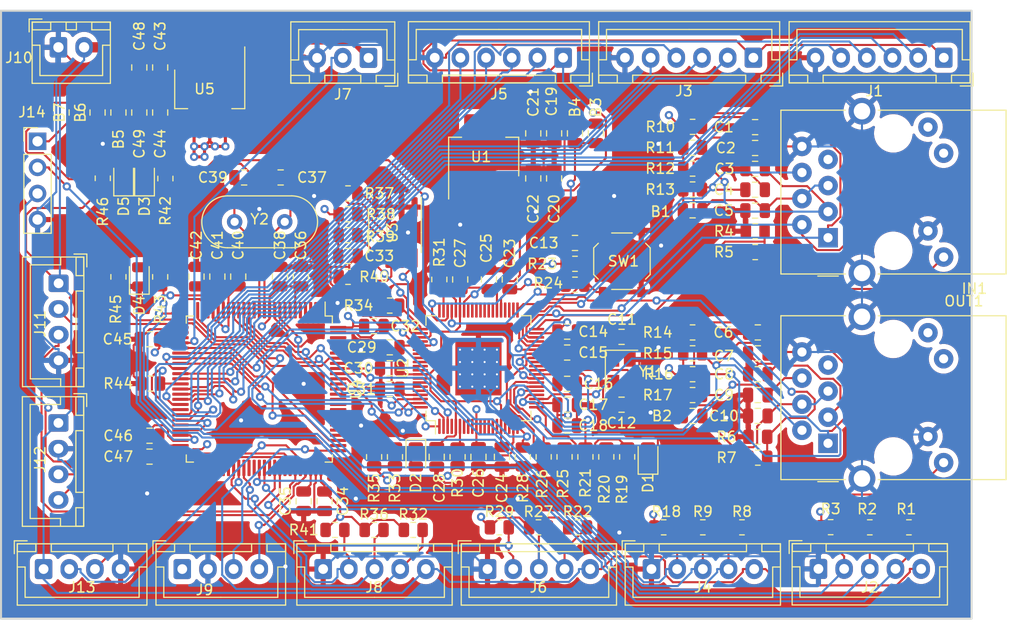
<source format=kicad_pcb>
(kicad_pcb (version 20221018) (generator pcbnew)
  (layers (0 "F.Cu" signal) (1 "In1.Cu" power "GND.Cu") (2 "In2.Cu" power "Power.Cu") (31 "B.Cu" signal) (34 "B.Paste" user) (35 "F.Paste" user) (36 "B.SilkS" user "B.Silkscreen") (37 "F.SilkS" user "F.Silkscreen") (38 "B.Mask" user) (39 "F.Mask" user) (44 "Edge.Cuts" user))
  (net 0 "")
  (net 1 "+1V2")
  (net 2 "+3.3V")
  (net 3 "+3.3VA")
  (net 4 "DAC1")
  (net 5 "Net-(D1-K)")
  (net 6 "GND")
  (net 7 "XSCI")
  (net 8 "SPI_SCK")
  (net 9 "SPI_CS")
  (net 10 "SPI_MISO")
  (net 11 "SPI_MOSI")
  (net 12 "I2C_SDA")
  (net 13 "I2C_SCL")
  (net 14 "Net-(U4-VCAP_2)")
  (net 15 "+5V")
  (net 16 "Net-(IN1-Pad9)")
  (net 17 "Net-(OUT1-Pad9)")
  (net 18 "P0_TXOP")
  (net 19 "SWCLK")
  (net 20 "SWDIO")
  (net 21 "RX")
  (net 22 "TX")
  (net 23 "/STM32F4/BOOT1")
  (net 24 "I2C2_SCL")
  (net 25 "ENC1_Z")
  (net 26 "ENC1_B")
  (net 27 "ENC1_A")
  (net 28 "I2C2_SDA")
  (net 29 "ENC2_A")
  (net 30 "ENC2_B")
  (net 31 "ENC2_Z")
  (net 32 "ENC3_A")
  (net 33 "ENC3_B")
  (net 34 "ENC3_Z")
  (net 35 "ENC4_A")
  (net 36 "ENC4_B")
  (net 37 "ENC4_Z")
  (net 38 "Net-(IN1-RCT)")
  (net 39 "Net-(OUT1-RCT)")
  (net 46 "Net-(D2-A)")
  (net 47 "Net-(D3-A)")
  (net 48 "SYNC0")
  (net 49 "SYNC1")
  (net 50 "P1_TXOP")
  (net 51 "STEP1_DIR")
  (net 52 "STEP1_STEP")
  (net 53 "STEP2_DIR")
  (net 54 "STEP2_STEP")
  (net 55 "IO1")
  (net 56 "IO2")
  (net 57 "IO3")
  (net 58 "IO4")
  (net 59 "IO5")
  (net 60 "IO6")
  (net 61 "IO7")
  (net 62 "IO8")
  (net 63 "IO9")
  (net 64 "IO10")
  (net 65 "IO11")
  (net 66 "IO12")
  (net 67 "P0_TXON")
  (net 68 "P1_TXON")
  (net 69 "P0_RXIP")
  (net 70 "P1_RXIP")
  (net 71 "P0_RXIN")
  (net 72 "P1_RXIN")
  (net 73 "RESET_MCU")
  (net 74 "EEP_DONE")
  (net 75 "Net-(D4-A)")
  (net 76 "Net-(D5-A)")
  (net 77 "Net-(U4-PH0)")
  (net 78 "Net-(U4-PH1)")
  (net 79 "Net-(U4-VCAP_1)")
  (net 80 "Net-(U2-P0_SD)")
  (net 81 "Net-(U2-RESET_BG)")
  (net 82 "Net-(U2-P1_SD)")
  (net 83 "XSCO")
  (net 84 "Net-(U2-SPI_MISO)")
  (net 85 "RSTO")
  (net 86 "P0_ACT")
  (net 87 "P1_ACT")
  (net 88 "PDI_EMU")
  (net 89 "LED_RUN")
  (net 90 "LED_ERR")
  (net 91 "SINT")
  (net 92 "Net-(U2-TEST)")
  (net 93 "Net-(U3-WP)")
  (net 94 "Net-(U2-I2C_SCL)")
  (net 95 "Net-(U4-BOOT0)")
  (net 112 "A1V2")
  (net 124 "SCS_FUNC")
  (net 125 "RST_MCU")
  (footprint "Connector_JST:JST_XH_B4B-XH-A_1x04_P2.50mm_Vertical" (layer "F.Cu") (at 144.543 90.29 -90)
    (fp_text reference "J11")
    (fp_text value "Stepper 2")
  )
  (footprint "HakansLibrary:LQFP-80-1EP_10x10mm_P0.4mm_EP5.3x4.5mm_ThermalVias" (layer "F.Cu") (at 185.42 98.552 90)
    (fp_text reference "U2")
    (fp_text value "AX58100")
  )
  (footprint "Capacitor_SMD:C_0805_2012Metric" (layer "F.Cu") (at 146.304 73.66 90)
    (fp_text reference "B7")
    (fp_text value "BLM18EG221SN1D")
  )
  (footprint "Resistor_SMD:R_0805_2012Metric" (layer "F.Cu") (at 203.454 114.046 180)
    (fp_text reference "R18")
    (fp_text value "1k")
  )
  (footprint "Package_QFP:LQFP-100_14x14mm_P0.5mm" (layer "F.Cu") (at 164.084 100.584 -90)
    (fp_text reference "U4")
    (fp_text value "STM32F407VGT6")
  )
  (footprint "Package_SO:SOIC-8_3.9x4.9mm_P1.27mm" (layer "F.Cu") (at 177.292 85.344 -90)
    (fp_text reference "U3")
    (fp_text value "24LC32A")
  )
  (footprint "Resistor_SMD:R_0805_2012Metric" (layer "F.Cu") (at 183.388 107.188 90)
    (fp_text reference "R30")
    (fp_text value "22")
  )
  (footprint "Capacitor_SMD:C_0805_2012Metric" (layer "F.Cu") (at 212.3542 79.1464)
    (fp_text reference "C3")
    (fp_text value "10pF")
  )
  (footprint "Connector_JST:JST_XH_B6B-XH-A_1x06_P2.50mm_Vertical" (layer "F.Cu") (at 230.726 68.326 180)
    (fp_text reference "J1")
    (fp_text value "Conn_01x06_Pin")
  )
  (footprint "Connector_JST:JST_XH_B6B-XH-A_1x06_P2.50mm_Vertical" (layer "F.Cu") (at 212.184 68.326 180)
    (fp_text reference "J3")
    (fp_text value "Conn_01x06_Pin")
  )
  (footprint "Connector_PinHeader_2.54mm:PinHeader_1x04_P2.54mm_Vertical" (layer "F.Cu") (at 142.494 76.464)
    (fp_text reference "J14")
    (fp_text value "I2C bus2")
  )
  (footprint "Resistor_SMD:R_0805_2012Metric" (layer "F.Cu") (at 187.452 114.046 180)
    (fp_text reference "R29")
    (fp_text value "1k")
  )
  (footprint "Resistor_SMD:R_0805_2012Metric" (layer "F.Cu") (at 153.4995 100.05)
    (fp_text reference "R44")
    (fp_text value "22")
  )
  (footprint "Capacitor_SMD:C_0805_2012Metric" (layer "F.Cu") (at 168.128 89.636 90)
    (fp_text reference "C36")
    (fp_text value "0.1uF")
  )
  (footprint "Crystal:Crystal_HC49-U_Vertical" (layer "F.Cu") (at 161.68 84.302)
    (fp_text reference "Y2")
    (fp_text value "8 MHz")
  )
  (footprint "Resistor_SMD:R_0805_2012Metric" (layer "F.Cu") (at 172.72 81.534)
    (fp_text reference "R37")
    (fp_text value "4.7k")
  )
  (footprint "LED_SMD:LED_0805_2012Metric" (layer "F.Cu") (at 201.93 107.188 90)
    (fp_text reference "D1")
    (fp_text value "Green led")
  )
  (footprint "Capacitor_SMD:C_0805_2012Metric" (layer "F.Cu") (at 212.3542 77.1144)
    (fp_text reference "C2")
    (fp_text value "10pF")
  )
  (footprint "Capacitor_SMD:C_0805_2012Metric" (layer "F.Cu") (at 170.434 111.506 -90)
    (fp_text reference "C34")
    (fp_text value "0.1uF")
  )
  (footprint "Resistor_SMD:R_0805_2012Metric" (layer "F.Cu") (at 212.618 105.2322 180)
    (fp_text reference "R6")
    (fp_text value "510")
  )
  (footprint "Connector_JST:JST_XH_B5B-XH-A_1x05_P2.50mm_Vertical" (layer "F.Cu") (at 186.302 118.11)
    (fp_text reference "J6")
    (fp_text value "Encoder 4")
  )
  (footprint "Resistor_SMD:R_0805_2012Metric" (layer "F.Cu") (at 191.77 107.188 -90)
    (fp_text reference "R26")
    (fp_text value "4.7k")
  )
  (footprint "Capacitor_SMD:C_0805_2012Metric" (layer "F.Cu") (at 175.24 94.462)
    (fp_text reference "C32")
    (fp_text value "0.1uF")
  )
  (footprint "Capacitor_SMD:C_0805_2012Metric" (layer "F.Cu") (at 212.618 99.1362)
    (fp_text reference "C8")
    (fp_text value "10pF")
  )
  (footprint "Capacitor_SMD:C_0805_2012Metric" (layer "F.Cu") (at 152.4 69.276 -90)
    (fp_text reference "C48")
    (fp_text value "10uF")
  )
  (footprint "Resistor_SMD:R_0805_2012Metric" (layer "F.Cu") (at 197.866 107.188 90)
    (fp_text reference "R20")
    (fp_text value "510")
  )
  (footprint "Capacitor_SMD:C_0805_2012Metric" (layer "F.Cu") (at 153.396 107.162 180)
    (fp_text reference "C47")
    (fp_text value "0.1uF")
  )
  (footprint "Capacitor_SMD:C_0805_2012Metric" (layer "F.Cu") (at 153.396 95.732 180)
    (fp_text reference "C45")
    (fp_text value "0.1uF")
  )
  (footprint "Capacitor_SMD:C_0805_2012Metric" (layer "F.Cu") (at 212.618 97.1042)
    (fp_text reference "C7")
    (fp_text value "10pF")
  )
  (footprint "Resistor_SMD:R_0805_2012Metric" (layer "F.Cu") (at 211.074 114.046 180)
    (fp_text reference "R8")
    (fp_text value "1k")
  )
  (footprint "Capacitor_SMD:C_0805_2012Metric" (layer "F.Cu") (at 183.642 89.916 90)
    (fp_text reference "C27")
    (fp_text value "0.1uF")
  )
  (footprint "Capacitor_SMD:C_0805_2012Metric" (layer "F.Cu") (at 153.396 105.13)
    (fp_text reference "C46")
    (fp_text value "2.2uF")
  )
  (footprint "LED_SMD:LED_0805_2012Metric" (layer "F.Cu") (at 150.876 80.0885 90)
    (fp_text reference "D5")
    (fp_text value "Blue led")
  )
  (footprint "Resistor_SMD:R_0805_2012Metric" (layer "F.Cu") (at 212.364 87.249 180)
    (fp_text reference "R5")
    (fp_text value "510")
  )
  (footprint "Capacitor_SMD:C_0805_2012Metric" (layer "F.Cu") (at 160 89.636 90)
    (fp_text reference "C41")
    (fp_text value "0.1uF")
  )
  (footprint "Resistor_SMD:R_0805_2012Metric" (layer "F.Cu") (at 206.268 99.1362 180)
    (fp_text reference "R16")
    (fp_text value "49.9")
  )
  (footprint "Resistor_SMD:R_0805_2012Metric" (layer "F.Cu") (at 176.784 92.456)
    (fp_text reference "R34")
    (fp_text value "4.7k")
  )
  (footprint "Capacitor_SMD:C_0805_2012Metric" (layer "F.Cu") (at 212.3542 83.2104)
    (fp_text reference "C5")
    (fp_text value "0.1uF")
  )
  (footprint "Capacitor_SMD:C_0805_2012Metric" (layer "F.Cu") (at 199.352 102.108 180)
    (fp_text reference "C12")
    (fp_text value "18pF")
  )
  (footprint "Crystal:Crystal_SMD_SeikoEpson_TSX3225-4Pin_3.2x2.5mm" (layer "F.Cu") (at 199.352 98.806 -90)
    (fp_text reference "Y1")
    (fp_text value "NXK25.000AE12F-KAB6-12")
  )
  (footprint "Resistor_SMD:R_0805_2012Metric" (layer "F.Cu") (at 194.818 88.392 180)
    (fp_text reference "R23")
    (fp_text value "4.7k")
  )
  (footprint "Resistor_SMD:R_0805_2012Metric" (layer "F.Cu") (at 175.26 107.188 90)
    (fp_text reference "R35")
    (fp_text value "510")
  )
  (footprint "Resistor_SMD:R_0805_2012Metric" (layer "F.Cu") (at 148.844 80.0635 -90)
    (fp_text reference "R46")
    (fp_text value "1k")
  )
  (footprint "Connector_JST:JST_XH_B6B-XH-A_1x06_P2.50mm_Vertical" (layer "F.Cu") (at 193.662 68.326 180)
    (fp_text reference "J5")
    (fp_text value "Conn_01x06_Pin")
  )
  (footprint "Capacitor_SMD:C_0805_2012Metric" (layer "F.Cu") (at 168.402 111.506 90)
    (fp_text reference "C35")
    (fp_text value "2.2uF")
  )
  (footprint "Connector_JST:JST_XH_B5B-XH-A_1x05_P2.50mm_Vertical" (layer "F.Cu") (at 202.264 118.11)
    (fp_text reference "J4")
    (fp_text value "Encoder 2")
  )
  (footprint "Capacitor_SMD:C_0805_2012Metric" (layer "F.Cu") (at 187.706 107.188 -90)
    (fp_text reference "C24")
    (fp_text value "0.1uF")
  )
  (footprint "Capacitor_SMD:C_0805_2012Metric" (layer "F.Cu") (at 212.3542 75.0824)
    (fp_text reference "C1")
    (fp_text value "10pF")
  )
  (footprint "Resistor_SMD:R_0805_2012Metric" (layer "F.Cu") (at 171.45 114.3 180)
    (fp_text reference "R41")
    (fp_text value "1k")
  )
  (footprint "Capacitor_SMD:C_0805_2012Metric" (layer "F.Cu") (at 181.356 107.188 -90)
    (fp_text reference "C28")
    (fp_text value "0.1uF")
  )
  (footprint "Resistor_SMD:R_0805_2012Metric" (layer "F.Cu") (at 195.834 107.188 -90)
    (fp_text reference "R21")
    (fp_text value "4.7k")
  )
  (footprint "Connector_JST:JST_XH_B2B-XH-A_1x02_P2.50mm_Vertical" (layer "F.Cu") (at 144.526 67.31)
    (fp_text reference "J10")
    (fp_text value "Conn_01x02_Pin")
  )
  (footprint "Capacitor_SMD:C_0805_2012Metric" (layer "F.Cu") (at 162.032 89.636 90)
    (fp_text reference "C40")
    (fp_text value "0.1uF")
  )
  (footprint "Resistor_SMD:R_0805_2012Metric" (layer "F.Cu") (at 219.71 114.029 180)
    (fp_text reference "R3")
    (fp_text value "1k")
  )
  (footprint "HakansLibrary:PulseJack JB0011D01BNL" (layer "F.Cu") (at 219.456 85.852 -90)
    (fp_text reference "IN1")
    (fp_text value "J0011D01BNL")
  )
  (footprint "Connector_JST:JST_XH_B4B-XH-A_1x04_P2.50mm_Vertical" (layer "F.Cu") (at 156.584 118.11)
    (fp_text reference "J9")
    (fp_text value "STLINK")
  )
  (footprint "Capacitor_SMD:C_0805_2012Metric" (layer "F.Cu") (at 186.436 89.916 90)
    (fp_text reference "C25")
    (fp_text value "0.1uF")
  )
  (footprint "Capacitor_SMD:C_0805_2012Metric" (layer "F.Cu") (at 162.606 79.984 180)
    (fp_text reference "C39")
    (fp_text value "22pF")
  )
  (footprint "Capacitor_SMD:C_0805_2012Metric" (layer "F.Cu") (at 194.818 75.692 -90)
    (fp_text reference "B4")
    (fp_text value "BLM18EG221SN1D")
  )
  (footprint "Capacitor_SMD:C_0805_2012Metric" (layer "F.Cu") (at 206.268 103.2002)
    (fp_text reference "B2")
    (fp_text value "BLM18EG221S")
  )
  (footprint "Resistor_SMD:R_0805_2012Metric" (layer "F.Cu") (at 172.72 85.598)
    (fp_text reference "R39")
    (fp_text value "4.7k")
  )
  (footprint "Capacitor_SMD:C_0805_2012Metric" (layer "F.Cu") (at 166.162 79.984)
    (fp_text reference "C37")
    (fp_text value "22pF")
  )
  (footprint "Resistor_SMD:R_0805_2012Metric" (layer "F.Cu") (at 181.61 89.916 90)
    (fp_text reference "R31")
    (fp_text value "22")
  )
  (footprint "Capacitor_SMD:C_0805_2012Metric" (layer "F.Cu") (at 194.056 104.14)
    (fp_text reference "C18")
    (fp_text value "0.1uF")
  )
  (footprint "Capacitor_SMD:C_0805_2012Metric" (layer "F.Cu") (at 206.268 83.185)
    (fp_text reference "B1")
    (fp_text value "BLM18EG221S")
  )
  (footprint "Resistor_SMD:R_0805_2012Metric" (layer "F.Cu") (at 206.268 95.0722 180)
    (fp_text reference "R14")
    (fp_text value "49.9")
  )
  (footprint "Capacitor_SMD:C_0805_2012Metric" (layer "F.Cu") (at 194.056 97.028)
    (fp_text reference "C15")
    (fp_text value "0.1uF")
  )
  (footprint "Connector_JST:JST_XH_B3B-XH-A_1x03_P2.50mm_Vertical" (layer "F.Cu") (at 174.712 68.343 180)
    (fp_text reference "J7")
    (fp_text value "DAC1")
  )
  (footprint "Resistor_SMD:R_0805_2012Metric" (layer "F.Cu") (at 212.618 107.2642 180)
    (fp_text reference "R7")
    (fp_text value "510")
  )
  (footprint "Capacitor_SMD:C_0805_2012Metric" (layer "F.Cu") (at 192.786 80.076 90)
    (fp_text reference "C20")
    (fp_text value "0.1uF")
  )
  (footprint "Resistor_SMD:R_0805_2012Metric" (layer "F.Cu") (at 206.268 77.089 180)
    (fp_text reference "R11")
    (fp_text value "49.9")
  )
  (footprint "Capacitor_SMD:C_0805_2012Metric" (layer "F.Cu") (at 176.784 98.552 180)
    (fp_text reference "C30")
    (fp_text value "0.1uF")
  )
  (footprint "Capacitor_SMD:C_0805_2012Metric" (layer "F.Cu") (at 157.968 89.636 90)
    (fp_text reference "C42")
    (fp_text value "0.1uF")
  )
  (footprint "Capacitor_SMD:C_0805_2012Metric" (layer "F.Cu") (at 199.352 95.504)
    (fp_text reference "C11")
    (fp_text value "18pF")
  )
  (footprint "Package_TO_SOT_SMD:SOT-223-3_TabPin2" (layer "F.Cu") (at 159.258 71.374 -90)
    (fp_text reference "U5")
    (fp_text value "AMS1117-3.3")
  )
  (footprint "Capacitor_SMD:C_0805_2012Metric" (layer "F.Cu") (at 148.336 73.66 90)
    (fp_text reference "B6")
    (fp_text value "BLM18EG221SN1D")
  )
  (footprint "Resistor_SMD:R_0805_2012Metric" (layer "F.Cu") (at 189.738 107.188 90)
    (fp_text reference "R28")
    (fp_text value "4.7k")
  )
  (footprint "Capacitor_SMD:C_0805_2012Metric" (layer "F.Cu") (at 212.618 103.2002)
    (fp_text reference "C10")
    (fp_text value "0.1uF")
  )
  (footprint "Capacitor_SMD:C_0805_2012Metric" (layer "F.Cu") (at 176.784 96.52 180)
    (fp_text reference "C29")
    (fp_text value "0.1uF")
  )
  (footprint "Connector_JST:JST_XH_B4B-XH-A_1x04_P2.50mm_Vertical" (layer "F.Cu") (at 143.082 118.11)
    (fp_text reference "J13")
    (fp_text value "Stepper 1")
  )
  (footprint "Connector_JST:JST_XH_B4B-XH-A_1x04_P2.50mm_Vertical" (layer "F.Cu") (at 144.526 103.886 -90)
    (fp_text reference "J12")
    (fp_text value "Serial usart1")
  )
  (footprint "Resistor_SMD:R_0805_2012Metric" (layer "F.Cu") (at 227.33 114.046 180)
    (fp_text reference "R1")
    (fp_text value "1k")
  )
  (footprint "Button_Switch_SMD:SW_Push_1P1T_XKB_TS-1187A" (layer "F.Cu") (at 199.39 88.138 -90)
    (fp_text reference "SW1")
    (fp_text value "SW PB")
  )
  (footprint "Resistor_SMD:R_0805_2012Metric" (layer "F.Cu") (at 154.432 89.662 90)
    (fp_text reference "R43")
    (fp_text value "510")
  )
  (footprint "Capacitor_SMD:C_0805_2012Metric" (layer "F.Cu") (at 194.818 86.36)
    (fp_text reference "C13")
    (fp_text value "1uF")
  )
  (footprint "Capacitor_SMD:C_0805_2012Metric" (layer "F.Cu") (at 212.3542 81.1784 180)
    (fp_text reference "C4")
    (fp_text value "10pF")
  )
  (footprint "LED_SMD:LED_0805_2012Metric" (layer "F.Cu") (at 152.4 89.662 90)
    (fp_text reference "D4")
    (fp_text value "Red led")
  )
  (footprint "Capacitor_SMD:C_0805_2012Metric" (layer "F.Cu") (at 154.432 69.276 -90)
    (fp_text reference "C43")
    (fp_text value "0.1uF")
  )
  (footprint "Connector_JST:JST_XH_B5B-XH-A_1x05_P2.50mm_Vertical" (layer "F.Cu") (at 170.3 118.11)
    (fp_text reference "J8")
    (fp_text value "Encoder 3")
  )
  (footprint "Resistor_SMD:R_0805_2012Metric" (layer "F.Cu") (at 191.262 114.046 180)
    (fp_text reference "R27")
    (fp_text value "1k")
  )
  (footprint "Connector_JST:JST_XH_B5B-XH-A_1x05_P2.50mm_Vertical" (layer "F.Cu") (at 218.52 118.093)
    (fp_text reference "J2")
    (fp_text value "Encoder 1")
  )
  (footprint "Resistor_SMD:R_0805_2012Metric" (layer "F.Cu") (at 172.72 83.566)
    (fp_text reference "R38")
    (fp_text value "4.7k")
  )
  (footprint "Resistor_SMD:R_0805_2012Metric" (layer "F.Cu") (at 195.072 114.046 180)
    (fp_text reference "R22")
    (fp_text value "1k")
  )
  (footprint "Capacitor_SMD:C_0805_2012Metric" (layer "F.Cu") (at 152.4 73.66 90)
    (fp_text reference "C49")
    (fp_text value "0.1uF")
  )
  (footprint "Capacitor_SMD:C_0805_2012Metric" (layer "F.Cu") (at 194.056 94.996)
    (fp_text reference "C14")
    (fp_text value "0.1uF")
  )
  (footprint "Capacitor_SMD:C_0805_2012Metric" (layer "F.Cu") (at 176.784 100.584 180)
    (fp_text reference "C31")
    (fp_text value "0.1uF")
  )
  (footprint "Capacitor_SMD:C_0805_2012Metric" (layer "F.Cu") (at 212.618 101.1682)
    (fp_text reference "C9")
    (fp_text value "10pF")
  )
  (footprint "LED_SMD:LED_0805_2012Metric" (layer "F.Cu") (at 179.324 107.188 -90)
    (fp_text reference "D2")
    (fp_text value "Green led")
  )
  (footprint "Capacitor_SMD:C_0805_2012Metric" (layer "F.Cu") (at 190.754 75.692 -90)
    (fp_text reference "C21")
    (fp_text value "10uF")
  )
  (footprint "Resistor_SMD:R_0805_2012Metric" (layer "F.Cu") (at 179.07 114.3 180)
    (fp_text reference "R32")
    (fp_text value "1k")
  )
  (footprint "Resistor_SMD:R_0805_2012Metric" (layer "F.Cu") (at 150.368 89.662 90)
    (fp_text reference "R45")
    (fp_text value "22")
  )
  (footprint "Resistor_SMD:R_0805_2012Metric" (layer "F.Cu") (at 199.898 107.188 90)
    (fp_text reference "R19")
    (fp_text value "4.7k")
  )
  (footprint "Capacitor_SMD:C_0805_2012Metric" (layer "F.Cu") (at 192.786 75.692 -90)
    (fp_text reference "C19")
    (fp_text value "0.1uF")
  )
  (footprint "LED_SMD:LED_0805_2012Metric" (layer "F.Cu") (at 152.908 80.0885 90)
    (fp_text reference "D3")
    (fp_text value "Blue led")
  )
  (footprint "Package_TO_SOT_SMD:SOT-223-3_TabPin2" (layer "F.Cu") (at 185.928 77.978 90)
    (fp_text reference "U1")
    (fp_text value "AMS1117-1.2")
  )
  (footprint "Capacitor_SMD:C_0805_2012Metric" (layer "F.Cu") (at 172.72 87.63 180)
    (fp_text reference "C33")
    (fp_text value "0.1uF")
  )
  (footprint "Resistor_SMD:R_0805_2012Metric" (layer "F.Cu") (at 206.268 97.1042 180)
    (fp_text reference "R15")
    (fp_text value "49.9")
  )
  (footprint "Resistor_SMD:R_0805_2012Metric" (layer "F.Cu") (at 206.268 75.057 180)
    (fp_text reference "R10")
    (fp_text value "49.9")
  )
  (footprint "Resistor_SMD:R_0805_2012Metric" (layer "F.Cu") (at 206.268 81.153 180)
    (fp_text reference "R13")
    (fp_text value "49.9")
  )
  (footprint "Capacitor_SMD:C_0805_2012Metric" (layer "F.Cu") (at 166.096 89.636 90)
    (fp_text reference "C38")
    (fp_text value "0.1uF")
  )
  (footprint "Resistor_SMD:R_0805_2012Metric" (layer "F.Cu") (at 177.292 107.188 90)
    (fp_text reference "R33")
    (fp_text value "4.7k")
  )
  (footprint "Resistor_SMD:R_0805_2012Metric" (layer "F.Cu") (at 172.72 89.662 180)
    (fp_text reference "R40")
    (fp_text value "22")
  )
  (footprint "Resistor_SMD:R_0805_2012Metric" (layer "F.Cu") (at 175.26 114.3 180)
    (fp_text reference "R36")
    (fp_text value "1k")
  )
  (footprint "Resistor_SMD:R_0805_2012Metric" (layer "F.Cu") (at 212.364 85.217 180)
    (fp_text reference "R4")
    (fp_text value "510")
  )
  (footprint "Capacitor_SMD:C_0805_2012Metric" (layer "F.Cu") (at 194.056 100.076)
    (fp_text reference "C16")
    (fp_text value "0.1uF")
  )
  (footprint "HakansLibrary:PulseJack JB0011D01BNL" (layer "F.Cu") (at 219.456 105.8672 -90)
    (fp_text reference "OUT1")
    (fp_text value "J0011D01BNL")
  )
  (footprint "Capacitor_SMD:C_0805_2012Metric" (layer "F.Cu") (at 212.618 95.0722)
    (fp_text reference "C6")
    (fp_text value "10pF")
  )
  (footprint "Capacitor_SMD:C_0805_2012Metric" (layer "F.Cu") (at 154.432 73.66 90)
    (fp_text reference "C44")
    (fp_text value "10uF")
  )
  (footprint "Resistor_SMD:R_0805_2012Metric" (layer "F.Cu") (at 194.818 90.424 180)
    (fp_text reference "R24")
    (fp_text value "4.7k")
  )
  (footprint "Capacitor_SMD:C_0805_2012Metric" (layer "F.Cu") (at 196.85 75.692 -90)
    (fp_text reference "B3")
    (fp_text value "BLM18EG221SN1D")
  )
  (footprint "Resistor_SMD:R_0805_2012Metric" (layer "F.Cu") (at 193.802 107.188 -90)
    (fp_text reference "R25")
    (fp_text value "12k 1%")
  )
  (footprint "Capacitor_SMD:C_0805_2012Metric" (layer "F.Cu") (at 150.368 73.66 90)
    (fp_text reference "B5")
    (fp_text value "BLM18EG221SN1D")
  )
  (footprint "Capacitor_SMD:C_0805_2012Metric" (layer "F.Cu") (at 185.42 107.188 -90)
    (fp_text reference "C26")
    (fp_text value "0.1uF")
  )
  (footprint "Resistor_SMD:R_0805_2012Metric" (layer "F.Cu") (at 207.264 114.046 180)
    (fp_text reference "R9")
    (fp_text value "1k")
  )
  (footprint "Capacitor_SMD:C_0805_2012Metric" (layer "F.Cu") (at 190.754 80.076 90)
    (fp_text reference "C22")
    (fp_text value "10uF")
  )
  (footprint "Resistor_SMD:R_0805_2012Metric" (layer "F.Cu") (at 154.94 80.0885 -90)
    (fp_text reference "R42")
    (fp_text value "1k")
  )
  (footprint "Capacitor_SMD:C_0805_2012Metric" (layer "F.Cu") (at 194.056 102.108)
    (fp_text reference "C17")
    (fp_text value "0.1uF")
  )
  (footprint "Resistor_SMD:R_0805_2012Metric" (layer "F.Cu") (at 206.268 79.121 180)
    (fp_text reference "R12")
    (fp_text value "49.9")
  )
  (footprint "Capacitor_SMD:C_0805_2012Metric" (layer "F.Cu") (at 188.468 89.916 90)
    (fp_text reference "C23")
    (fp_text value "0.1uF")
  )
  (footprint "Resistor_SMD:R_0805_2012Metric" (layer "F.Cu") (at 206.268 101.1682 180)
    (fp_text reference "R17")
    (fp_text value "49.9")
  )
  (footprint "Resistor_SMD:R_0805_2012Metric" (layer "F.Cu") (at 223.52 114.046 180)
    (fp_text reference "R2")
    (fp_text value "1k")
  )
  (gr_rect (start 138.938 63.754) (end 233.426 122.936) (stroke (width 0.2)) (fill none) (layer "Edge.Cuts"))
  (segment (start 190.754 74.742) (end 192.786 74.742) (width 0.2) (layer "F.Cu") (net 1))
  (segment (start 187.22 90.866) (end 187.22 92.8895) (width 0.2) (layer "F.Cu") (net 1))
  (segment (start 180.745 99.26) (end 180.637 99.152) (width 0.2) (layer "F.Cu") (net 1))
  (segment (start 181.356 106.238) (end 182.3899 105.2041) (width 0.2) (layer "F.Cu") (net 1))
  (segment (start 185.928 74.828) (end 190.668 74.828) (width 0.2) (layer "F.Cu") (net 1))
  (segment (start 180.637 99.152) (end 181.7923 97.9967) (width 0.2) (layer "F.Cu") (net 1))
  (segment (start 187.3737 79.8761) (end 189.2269 79.8761) (width 0.2) (layer "F.Cu") (net 1))
  (segment (start 183.112 94.996) (end 183.62 94.488) (width 0.2) (layer "F.Cu") (net 1))
  (segment (start 181.7923 97.9967) (end 181.7923 94.996) (width 0.2) (layer "F.Cu") (net 1))
  (segment (start 183.22 105.0221) (end 183.22 104.2145) (width 0.2) (layer "F.Cu") (net 1))
  (segment (start 188.874 90.082) (end 187.8079 90.082) (width 0.2) (layer "F.Cu") (net 1))
  (segment (start 189.307 79.9562) (end 193.4165 79.9562) (width 0.2) (layer "F.Cu") (net 1))
  (segment (start 195.5709 99.0863) (end 196.0908 99.6062) (width 0.2) (layer "F.Cu") (net 1))
  (segment (start 193.106 99.3203) (end 193.34 99.0863) (width 0.2) (layer "F.Cu") (net 1))
  (segment (start 196.85 74.742) (end 194.818 74.742) (width 0.2) (layer "F.Cu") (net 1))
  (segment (start 179.7575 99.152) (end 178.334 99.152) (width 0.2) (layer "F.Cu") (net 1))
  (segment (start 183.62 94.488) (end 183.62 94.51) (width 0.2) (layer "F.Cu") (net 1))
  (segment (start 186.436 90.866) (end 186.2828 90.7128) (width 0.2) (layer "F.Cu") (net 1))
  (segment (start 189.4505 84.6505) (end 189.4505 89.5055) (width 0.2) (layer "F.Cu") (net 1))
  (segment (start 191.0825 99.152) (end 192.9377 99.152) (width 0.2) (layer "F.Cu") (net 1))
  (segment (start 193.4165 79.9562) (end 193.802 79.5707) (width 0.2) (layer "F.Cu") (net 1))
  (segment (start 187.2317 101.7653) (end 183.22 101.7653) (width 0.2) (layer "F.Cu") (net 1))
  (segment (start 186.436 90.866) (end 187.22 90.866) (width 0.2) (layer "F.Cu") (net 1))
  (segment (start 187.62 106.152) (end 187.706 106.238) (width 0.2) (layer "F.Cu") (net 1))
  (segment (start 183.62 90.888) (end 183.62 92.8895) (width 0.2) (layer "F.Cu") (net 1))
  (segment (start 189.4505 89.5055) (end 188.874 90.082) (width 0.2) (layer "F.Cu") (net 1))
  (segment (start 182.3899 105.2041) (end 183.038 105.2041) (width 0.2) (layer "F.Cu") (net 1))
  (segment (start 187.62 104.2145) (end 187.62 106.152) (width 0.2) (layer "F.Cu") (net 1))
  (segment (start 186.2828 90.7128) (end 183.7952 90.7128) (width 0.2) (layer "F.Cu") (net 1))
  (segment (start 193.34 99.0863) (end 195.5709 99.0863) (width 0.2) (layer "F.Cu") (net 1))
  (segment (start 180.637 99.152) (end 179.7575 99.152) (width 0.2) (layer "F.Cu") (net 1))
  (segment (start 186.9299 82.1299) (end 189.4505 84.6505) (width 0.2) (layer "F.Cu") (net 1))
  (segment (start 193.106 99.3203) (end 193.106 100.076) (width 0.2) (layer "F.Cu") (net 1))
  (segment (start 187.22 90.6699) (end 187.22 90.866) (width 0.2) (layer "F.Cu") (net 1))
  (segment (start 192.9377 99.152) (end 193.106 99.3203) (width 0.2) (layer "F.Cu") (net 1))
  (segment (start 181.7753 101.7653) (end 180.745 100.735) (width 0.2) (layer "F.Cu") (net 1))
  (segment (start 183.62 92.8895) (end 183.62 94.488) (width 0.2) (layer "F.Cu") (net 1))
  (segment (start 186.9299 81.128) (end 186.9299 82.1299) (width 0.2) (layer "F.Cu") (net 1))
  (segment (start 187.8079 90.082) (end 187.22 90.6699) (width 0.2) (layer "F.Cu") (net 1))
  (segment (start 192.786 74.742) (end 193.802 74.742) (width 0.2) (layer "F.Cu") (net 1))
  (segment (start 190.668 74.828) (end 190.754 74.742) (width 0.2) (layer "F.Cu") (net 1))
  (segment (start 186.9299 80.3199) (end 187.3737 79.8761) (width 0.2) (layer "F.Cu") (net 1))
  (segment (start 183.642 90.866) (end 183.62 90.888) (width 0.2) (layer "F.Cu") (net 1))
  (segment (start 183.22 101.7653) (end 181.7753 101.7653) (width 0.2) (layer "F.Cu") (net 1))
  (segment (start 193.802 74.742) (end 194.818 74.742) (width 0.2) (layer "F.Cu") (net 1))
  (segment (start 187.62 102.1536) (end 187.62 104.2145) (width 0.2) (layer "F.Cu") (net 1))
  (segment (start 185.928 81.128) (end 186.9299 81.128) (width 0.2) (layer "F.Cu") (net 1))
  (segment (start 183.22 101.7653) (end 183.22 104.2145) (width 0.2) (layer "F.Cu") (net 1))
  (segment (start 180.745 100.735) (end 180.745 99.26) (width 0.2) (layer "F.Cu") (net 1))
  (segment (start 181.7923 94.996) (end 183.112 94.996) (width 0.2) (layer "F.Cu") (net 1))
  (segment (start 183.038 105.2041) (end 183.22 105.0221) (width 0.2) (layer "F.Cu") (net 1))
  (segment (start 183.7952 90.7128) (end 183.642 90.866) (width 0.2) (layer "F.Cu") (net 1))
  (segment (start 187.2317 101.7653) (end 187.62 102.1536) (width 0.2) (layer "F.Cu") (net 1))
  (segment (start 193.802 79.5707) (end 193.802 74.742) (width 0.2) (layer "F.Cu") (net 1))
  (segment (start 189.2269 79.8761) (end 189.307 79.9562) (width 0.2) (layer "F.Cu") (net 1))
  (segment (start 178.334 99.152) (end 177.734 98.552) (width 0.2) (layer "F.Cu") (net 1))
  (segment (start 186.9299 81.128) (end 186.9299 80.3199) (width 0.2) (layer "F.Cu") (net 1))
  (via (at 187.2317 101.7653) (size 0.8) (drill 0.4) (layers "F.Cu" "B.Cu") (net 1))
  (via (at 196.0908 99.6062) (size 0.8) (drill 0.4) (layers "F.Cu" "B.Cu") (net 1))
  (segment (start 196.0908 102.5473) (end 196.0908 99.6062) (width 0.2) (layer "B.Cu") (net 1))
  (segment (start 187.2317 101.7653) (end 188.7595 100.2375) (width 0.2) (layer "B.Cu") (net 1))
  (segment (start 196.7681 103.2246) (end 196.0908 102.5473) (width 0.2) (layer "B.Cu") (net 1))
  (segment (start 189.8654 100.2375) (end 190.4665 100.8386) (width 0.2) (layer "B.Cu") (net 1))
  (segment (start 188.7595 100.2375) (end 189.8654 100.2375) (width 0.2) (layer "B.Cu") (net 1))
  (segment (start 190.4665 100.8386) (end 190.4665 100.928) (width 0.2) (layer "B.Cu") (net 1))
  (segment (start 196.7681 103.8047) (end 196.7681 103.2246) (width 0.2) (layer "B.Cu") (net 1))
  (segment (start 193.7884 104.2499) (end 196.3229 104.2499) (width 0.2) (layer "B.Cu") (net 1))
  (segment (start 196.3229 104.2499) (end 196.7681 103.8047) (width 0.2) (layer "B.Cu") (net 1))
  (segment (start 190.4665 100.928) (end 193.7884 104.2499) (width 0.2) (layer "B.Cu") (net 1))
  (segment (start 205.3555 79.121) (end 205.3555 77.089) (width 0.2) (layer "F.Cu") (net 2))
  (segment (start 222.6075 114.046) (end 221.616 113.0545) (width 0.2) (layer "F.Cu") (net 2))
  (segment (start 166.096 90.586) (end 167.584 90.586) (width 0.2) (layer "F.Cu") (net 2))
  (segment (start 154.346 96.586018) (end 153.912 97.020018) (width 0.2) (layer "F.Cu") (net 2))
  (segment (start 170.434 110.556) (end 171.958008 112.080008) (width 0.2) (layer "F.Cu") (net 2))
  (segment (start 159.584 93.908) (end 159.948 93.908) (width 0.2) (layer "F.Cu") (net 2))
  (segment (start 174.3475 114.3) (end 175.3189 113.3286) (width 0.2) (layer "F.Cu") (net 2))
  (segment (start 178.0682 114.2107) (end 178.1575 114.3) (width 0.2) (layer "F.Cu") (net 2))
  (segment (start 165.084 93.742) (end 164.338 94.488) (width 0.2) (layer "F.Cu") (net 2))
  (segment (start 205.3964 113.0909) (end 206.3515 114.046) (width 0.2) (layer "F.Cu") (net 2))
  (segment (start 162.032 90.586) (end 161.084 91.534) (width 0.2) (layer "F.Cu") (net 2))
  (segment (start 177.734 100.584) (end 178.302 101.152) (width 0.2) (layer "F.Cu") (net 2))
  (segment (start 148.336 74.61) (end 146.304 74.61) (width 0.2) (layer "F.Cu") (net 2))
  (segment (start 202.5415 112.879512) (end 202.437988 112.776) (width 0.2) (layer "F.Cu") (net 2))
  (segment (start 161.084 91.534) (end 161.084 92.909) (width 0.2) (layer "F.Cu") (net 2))
  (segment (start 159.258 74.524) (end 157.1061 74.524) (width 0.2) (layer "F.Cu") (net 2))
  (segment (start 159.584 92.909) (end 159.584 93.908) (width 0.2) (layer "F.Cu") (net 2))
  (segment (start 205.105 75.057) (end 203.962 73.914) (width 0.2) (layer "F.Cu") (net 2))
  (segment (start 155.8936 80.0474) (end 155.8936 76.0716) (width 0.2) (layer "F.Cu") (net 2))
  (segment (start 173.228 94.4692) (end 173.2208 94.462) (width 0.2) (layer "F.Cu") (net 2))
  (segment (start 193.9055 90.424) (end 190.5 90.424) (width 0.2) (layer "F.Cu") (net 2))
  (segment (start 175.26 108.1005) (end 177.292 108.1005) (width 0.2) (layer "F.Cu") (net 2))
  (segment (start 202.5415 114.046) (end 202.5415 112.879512) (width 0.2) (layer "F.Cu") (net 2))
  (segment (start 157.734 76.962) (end 157.734 76.048) (width 0.3) (layer "F.Cu") (net 2))
  (segment (start 187.62 91.714) (end 187.62 92.8895) (width 0.2) (layer "F.Cu") (net 2))
  (segment (start 159.258 76.454) (end 158.75 76.962) (width 0.3) (layer "F.Cu") (net 2))
  (segment (start 171.958008 112.080008) (end 171.958008 113.03) (width 0.2) (layer "F.Cu") (net 2))
  (segment (start 157.734 76.962) (end 157.734 77.978) (width 0.3) (layer "F.Cu") (net 2))
  (segment (start 205.3555 81.153) (end 205.3555 79.121) (width 0.2) (layer "F.Cu") (net 2))
  (segment (start 157.968 90.586) (end 158.15 90.586) (width 0.2) (layer "F.Cu") (net 2))
  (segment (start 160.084 94.044) (end 160.791305 94.751305) (width 0.2) (layer "F.Cu") (net 2))
  (segment (start 158.75 76.962) (end 158.75 77.978) (width 0.3) (layer "F.Cu") (net 2))
  (segment (start 205.3555 81.153) (end 205.3555 83.1475) (width 0.2) (layer "F.Cu") (net 2))
  (segment (start 171.8075 83.566) (end 170.942 83.566) (width 0.2) (layer "F.Cu") (net 2))
  (segment (start 173.228 94.488) (end 173.228 94.4692) (width 0.2) (layer "F.Cu") (net 2))
  (segment (start 177.1861 113.3286) (end 178.0682 114.2107) (width 0.2) (layer "F.Cu") (net 2))
  (segment (start 166.096 90.586) (end 165.084 91.598) (width 0.2) (layer "F.Cu") (net 2))
  (segment (start 185.22 104.2145) (end 185.22 106.038) (width 0.2) (layer "F.Cu") (net 2))
  (segment (start 205.3555 95.0722) (end 205.3555 97.1042) (width 0.2) (layer "F.Cu") (net 2))
  (segment (start 187.4924 113.0931) (end 189.3966 113.0931) (width 0.2) (layer "F.Cu") (net 2))
  (segment (start 159.258 75.438) (end 159.258 74.524) (width 0.3) (layer "F.Cu") (net 2))
  (segment (start 176.9621 97.2919) (end 176.9621 99.8121) (width 0.2) (layer "F.Cu") (net 2))
  (segment (start 205.318 103.2002) (end 205.3555 103.1627) (width 0.2) (layer "F.Cu") (net 2))
  (segment (start 160.782 76.962) (end 160.782 76.048) (width 0.3) (layer "F.Cu") (net 2))
  (segment (start 173.2208 94.462) (end 174.29 94.462) (width 0.2) (layer "F.Cu") (net 2))
  (segment (start 142.494 76.464) (end 143.5959 76.464) (width 0.2) (layer "F.Cu") (net 2))
  (segment (start 171.77 87.63) (end 171.77 85.6355) (width 0.2) (layer "F.Cu") (net 2))
  (segment (start 188.468 90.866) (end 189.55 90.866) (width 0.2) (layer "F.Cu") (net 2))
  (segment (start 170.434 109.982) (end 170.434 110.556) (width 0.2) (layer "F.Cu") (net 2))
  (segment (start 175.26 108.1005) (end 175.26 108.204) (width 0.2) (layer "F.Cu") (net 2))
  (segment (start 180.7121 96.352) (end 181.0521 96.012) (width 0.2) (layer "F.Cu") (net 2))
  (segment (start 185.22 102.5462) (end 185.22 104.2145) (width 0.2) (layer "F.Cu") (net 2))
  (segment (start 175.3189 113.3286) (end 177.1861 113.3286) (width 0.2) (layer "F.Cu") (net 2))
  (segment (start 205.3555 97.1042) (end 205.3555 99.1362) (width 0.2) (layer "F.Cu") (net 2))
  (segment (start 193.2066 113.0931) (end 191.3024 113.0931) (width 0.2) (layer "F.Cu") (net 2))
  (segment (start 203.4966 113.0909) (end 205.318 113.0909) (width 0.2) (layer "F.Cu") (net 2))
  (segment (start 179.7575 96.352) (end 180.7121 96.352) (width 0.2) (layer "F.Cu") (net 2))
  (segment (start 188.468 90.866) (end 187.62 91.714) (width 0.2) (layer "F.Cu") (net 2))
  (segment (start 202.5415 114.046) (end 203.4966 113.0909) (width 0.2) (layer "F.Cu") (net 2))
  (segment (start 159.258 74.524) (end 159.258 76.454) (width 0.3) (layer "F.Cu") (net 2))
  (segment (start 159.584 92.02) (end 159.584 92.909) (width 0.2) (layer "F.Cu") (net 2))
  (segment (start 145.4499 74.61) (end 143.5959 76.464) (width 0.2) (layer "F.Cu") (net 2))
  (segment (start 167.584 90.586) (end 167.584 92.909) (width 0.2) (layer "F.Cu") (net 2))
  (segment (start 148.336 74.61) (end 150.368 74.61) (width 0.2) (layer "F.Cu") (net 2))
  (segment (start 159.004 105.9523) (end 158.5144 106.4419) (width 0.2) (layer "F.Cu") (net 2))
  (segment (start 204.5462 99.1362) (end 203.962 98.552) (width 0.2) (layer "F.Cu") (net 2))
  (segment (start 173.2208 94.462) (end 173.2208 93.9728) (width 0.2) (layer "F.Cu") (net 2))
  (segment (start 160.782 76.048) (end 159.258 74.524) (width 0.3) (layer "F.Cu") (net 2))
  (segment (start 170.942 83.566) (end 170.434 83.058) (width 0.2) (layer "F.Cu") (net 2))
  (segment (start 205.3555 99.1362) (end 204.5462 99.1362) (width 0.2) (layer "F.Cu") (net 2))
  (segment (start 171.759 94.584) (end 173.132 94.584) (width 0.2) (layer "F.Cu") (net 2))
  (segment (start 146.304 74.61) (end 145.4499 74.61) (width 0.2) (layer "F.Cu") (net 2))
  (segment (start 218.7975 114.029) (end 218.7975 112.6255) (width 0.2) (layer "F.Cu") (net 2))
  (segment (start 205.3555 75.057) (end 205.3555 77.089) (width 0.2) (layer "F.Cu") (net 2))
  (segment (start 157.649454 106.4419) (end 157.507354 106.584) (width 0.2) (layer "F.Cu") (net 2))
  (segment (start 175.26 108.204) (end 176.53 109.474) (width 0.2) (layer "F.Cu") (net 2))
  (segment (start 158.75 76.962) (end 159.766 76.962) (width 0.3) (layer "F.Cu") (net 2))
  (segment (start 222.6075 114.046) (end 223.6051 113.0484) (width 0.2) (layer "F.Cu") (net 2))
  (segment (start 156.409 95.584) (end 154.494 95.584) (width 0.2) (layer "F.Cu") (net 2))
  (segment (start 205.3555 99.1362) (end 205.3555 101.1682) (width 0.2) (layer "F.Cu") (net 2))
  (segment (start 157.734 77.978) (end 158.75 77.978) (width 0.3) (layer "F.Cu") (net 2))
  (segment (start 179.7575 96.352) (end 177.902 96.352) (width 0.2) (layer "F.Cu") (net 2))
  (segment (start 158.5144 106.4419) (end 157.649454 106.4419) (width 0.2) (layer "F.Cu") (net 2))
  (segment (start 155.7261 75.904) (end 154.432 74.61) (width 0.2) (layer "F.Cu") (net 2))
  (segment (start 156.409 106.584) (end 155.29 106.584) (width 0.2) (layer "F.Cu") (net 2))
  (segment (start 171.8075 85.598) (end 171.8075 83.566) (width 0.2) (layer "F.Cu") (net 2))
  (segment (start 177.6838 100.5338) (end 177.734 100.584) (width 0.2) (layer "F.Cu") (net 2))
  (segment (start 173.0775 113.03) (end 171.958008 113.03) (width 0.2) (layer "F.Cu") (net 2))
  (segment (start 159.258 76.454) (end 159.766 76.962) (width 0.3) (layer "F.Cu") (net 2))
  (segment (start 207.3044 113.0931) (end 209.2086 113.0931) (width 0.2) (layer "F.Cu") (net 2))
  (segment (start 154.94 81.001) (end 155.8936 80.0474) (width 0.2) (layer "F.Cu") (net 2))
  (segment (start 179.197 88.519) (end 178.054 89.662) (width 0.2) (layer "F.Cu") (net 2))
  (segment (start 205.3555 75.057) (end 205.105 75.057) (width 0.2) (layer "F.Cu") (net 2))
  (segment (start 161.084 92.909) (end 161.084 94.45861) (width 0.2) (layer "F.Cu") (net 2))
  (segment (start 154.432 74.61) (end 152.4 74.61) (width 0.2) (layer "F.Cu") (net 2))
  (segment (start 186.5395 114.046) (end 187.4924 113.0931) (width 0.2) (layer "F.Cu") (net 2))
  (segment (start 159.948 93.908) (end 160.084 94.044) (width 0.2) (layer "F.Cu") (net 2))
  (segment (start 209.2086 113.0931) (end 210.1615 114.046) (width 0.2) (layer "F.Cu") (net 2))
  (segment (start 152.4 74.61) (end 150.368 74.61) (width 0.2) (layer "F.Cu") (net 2))
  (segment (start 173.2208 93.9728) (end 172.72 93.472) (width 0.2) (layer "F.Cu") (net 2))
  (segment (start 176.9621 99.8121) (end 177.6838 100.5338) (width 0.2) (layer "F.Cu") (net 2))
  (segment (start 170.084 109.632) (end 170.434 109.982) (width 0.2) (layer "F.Cu") (net 2))
  (segment (start 155.8936 76.0716) (end 155.7261 75.904) (width 0.2) (layer "F.Cu") (net 2))
  (segment (start 205.318 113.0909) (end 205.3964 113.0909) (width 0.2) (layer "F.Cu") (net 2))
  (segment (start 154.494 95.584) (end 154.346 95.732) (width 0.2) (layer "F.Cu") (net 2))
  (segment (start 170.5375 114.3) (end 171.8075 113.03) (width 0.2) (layer "F.Cu") (net 2))
  (segment (start 154.712 107.162) (end 154.346 107.162) (width 0.2) (layer "F.Cu") (net 2))
  (segment (start 171.77 85.6355) (end 171.8075 85.598) (width 0.2) (layer "F.Cu") (net 2))
  (segment (start 171.8075 113.03) (end 171.958008 113.03) (width 0.2) (layer "F.Cu") (net 2))
  (segment (start 160.084 92.909) (end 160.084 94.044) (width 0.2) (layer "F.Cu") (net 2))
  (segment (start 160.438 66.794) (end 173.163 66.794) (width 0.5) (layer "F.Cu") (net 2))
  (segment (start 178.302 101.152) (end 179.7575 101.152) (width 0.2) (layer "F.Cu") (net 2))
  (segment (start 160 90.586) (end 160.084 90.67) (width 0.2) (layer "F.Cu") (net 2))
  (segment (start 186.5395 114.046) (end 185.673994 113.180494) (width 0.2) (layer "F.Cu") (net 2))
  (segment (start 177.902 96.352) (end 177.734 96.52) (width 0.2) (layer "F.Cu") (net 2))
  (segment (start 219.772 113.0545) (end 218.7975 114.029) (width 0.2) (layer "F.Cu") (net 2))
  (segment (start 218.7975 112.6255) (end 218.694 112.522) (width 0.2) (layer "F.Cu") (net 2))
  (segment (start 165.084 91.598) (end 165.084 92.909) (width 0.2) (layer "F.Cu") (net 2))
  (segment (start 190.5 90.424) (end 190.246 90.17) (width 0.2) (layer "F.Cu") (net 2))
  (segment (start 173.163 66.794) (end 174.712 68.343) (width 0.5) (layer "F.Cu") (net 2))
  (segment (start 157.1061 74.524) (end 155.7261 75.904) (width 0.2) (layer "F.Cu") (net 2))
  (segment (start 189.55 90.866) (end 190.246 90.17) (width 0.2) (layer "F.Cu") (net 2))
  (segment (start 160.084 90.67) (end 160.084 92.909) (width 0.2) (layer "F.Cu") (net 2))
  (segment (start 159.258 75.438) (end 159.258 76.454) (width 0.3) (layer "F.Cu") (net 2))
  (segment (start 191.3024 113.0931) (end 190.3495 114.046) (width 0.2) (layer "F.Cu") (net 2))
  (segment (start 179.197 87.819) (end 179.197 88.519) (width 0.2) (layer "F.Cu") (net 2))
  (segment (start 159.258 67.974) (end 160.438 66.794) (width 0.5) (layer "F.Cu") (net 2))
  (segment (start 165.084 92.909) (end 165.084 93.742) (width 0.2) (layer "F.Cu") (net 2))
  (segment (start 194.1595 114.046) (end 193.2066 113.0931) (width 0.2) (layer "F.Cu") (net 2))
  (segment (start 206.3515 114.046) (end 207.3044 113.0931) (width 0.2) (layer "F.Cu") (net 2))
  (segment (start 185.22 106.038) (end 185.42 106.238) (width 0.2) (layer "F.Cu") (net 2))
  (segment (start 154.346 95.732) (end 154.346 96.586018) (width 0.2) (layer "F.Cu") (net 2))
  (segment (start 155.29 106.584) (end 154.712 107.162) (width 0.2) (layer "F.Cu") (net 2))
  (segment (start 159.766 76.962) (end 160.782 76.962) (width 0.3) (layer "F.Cu") (net 2))
  (segment (start 223.6051 113.0484) (end 225.4199 113.0484) (width 0.2) (layer "F.Cu") (net 2))
  (segment (start 225.4199 113.0484) (end 226.4175 114.046) (width 0.2) (layer "F.Cu") (net 2))
  (segment (start 173.132 94.584) (end 173.228 94.488) (width 0.2) (layer "F.Cu") (net 2))
  (segment (start 167.584 90.586) (end 168.128 90.586) (width 0.2) (layer "F.Cu") (net 2))
  (segment (start 185.673994 113.180494) (end 185.673994 113.03) (width 0.2) (layer "F.Cu") (net 2))
  (segment (start 158.15 90.586) (end 159.584 92.02) (width 0.2) (layer "F.Cu") (net 2))
  (segment (start 205.3555 83.1475) (end 205.318 83.185) (width 0.2) (layer "F.Cu") (net 2))
  (segment (start 189.3966 113.0931) (end 190.3495 114.046) (width 0.2) (layer "F.Cu") (net 2))
  (segment (start 174.3475 114.3) (end 173.0775 113.03) (width 0.2) (layer "F.Cu") (net 2))
  (segment (start 177.734 96.52) (end 176.9621 97.2919) (width 0.2) (layer "F.Cu") (net 2))
  (segment (start 221.616 113.0545) (end 219.772 113.0545) (width 0.2) (layer "F.Cu") (net 2))
  (segment (start 157.507354 106.584) (end 156.409 106.584) (width 0.2) (layer "F.Cu") (net 2))
  (segment (start 205.3555 103.1627) (end 205.3555 101.1682) (width 0.2) (layer "F.Cu") (net 2))
  (segment (start 159.258 68.224) (end 159.258 67.974) (width 0.5) (layer "F.Cu") (net 2))
  (segment (start 170.084 108.259) (end 170.084 109.632) (width 0.2) (layer "F.Cu") (net 2))
  (segment (start 157.734 76.048) (end 159.258 74.524) (width 0.3) (layer "F.Cu") (net 2))
  (segment (start 157.734 76.962) (end 158.75 76.962) (width 0.3) (layer "F.Cu") (net 2))
  (segment (start 161.084 94.45861) (end 160.791305 94.751305) (width 0.2) (layer "F.Cu") (net 2))
  (via (at 218.694 112.522) (size 0.8) (drill 0.4) (layers "F.Cu" "B.Cu") (net 2))
  (via (at 203.962 98.552) (size 0.8) (drill 0.4) (layers "F.Cu" "B.Cu") (net 2))
  (via (at 158.75 77.978) (size 0.8) (drill 0.4) (layers "F.Cu" "B.Cu") (net 2))
  (via (at 203.962 73.914) (size 0.8) (drill 0.4) (layers "F.Cu" "B.Cu") (net 2))
  (via (at 170.434 83.058) (size 0.8) (drill 0.4) (layers "F.Cu" "B.Cu") (net 2))
  (via (at 160.782 76.962) (size 0.8) (drill 0.4) (layers "F.Cu" "B.Cu") (net 2))
  (via (at 185.673994 113.03) (size 0.8) (drill 0.4) (layers "F.Cu" "B.Cu") (net 2))
  (via (at 176.53 109.474) (size 0.8) (drill 0.4) (layers "F.Cu" "B.Cu") (net 2))
  (via (at 190.246 90.17) (size 0.8) (drill 0.4) (layers "F.Cu" "B.Cu") (net 2))
  (via (at 172.72 93.472) (size 0.8) (drill 0.4) (layers "F.Cu" "B.Cu") (net 2))
  (via (at 171.958008 113.03) (size 0.8) (drill 0.4) (layers "F.Cu" "B.Cu") (net 2))
  (via (at 157.734 76.962) (size 0.8) (drill 0.4) (layers "F.Cu" "B.Cu") (net 2))
  (via (at 159.004 105.9523) (size 0.8) (drill 0.4) (layers "F.Cu" "B.Cu") (net 2))
  (via (at 178.054 89.662) (size 0.8) (drill 0.4) (layers "F.Cu" "B.Cu") (net 2))
  (via (at 164.338 94.488) (size 0.8) (drill 0.4) (layers "F.Cu" "B.Cu") (net 2))
  (via (at 202.437988 112.776) (size 0.8) (drill 0.4) (layers "F.Cu" "B.Cu") (net 2))
  (via (at 153.912 97.020018) (size 0.8) (drill 0.4) (layers "F.Cu" "B.Cu") (net 2))
  (via (at 157.734 77.978) (size 0.8) (drill 0.4) (layers "F.Cu" "B.Cu") (net 2))
  (via (at 181.0521 96.012) (size 0.8) (drill 0.4) (layers "F.Cu" "B.Cu") (net 2))
  (via (at 160.791305 94.751305) (size 0.8) (drill 0.4) (layers "F.Cu" "B.Cu") (net 2))
  (via (at 159.766 76.962) (size 0.8) (drill 0.4) (layers "F.Cu" "B.Cu") (net 2))
  (via (at 158.75 76.962) (size 0.8) (drill 0.4) (layers "F.Cu" "B.Cu") (net 2))
  (via (at 185.22 102.5462) (size 0.8) (drill 0.4) (layers "F.Cu" "B.Cu") (net 2))
  (segment (start 178.9888 94.1135) (end 180.8873 96.012) (width 0.2) (layer "B.Cu") (net 2))
  (segment (start 173.3615 94.1135) (end 172.72 93.472) (width 0.2) (layer "B.Cu") (net 2))
  (segment (start 180.8873 96.012) (end 181.0521 96.012) (width 0.2) (layer "B.Cu") (net 2))
  (segment (start 178.9888 94.1135) (end 178.562 93.6867) (width 0.2) (layer "B.Cu") (net 2))
  (segment (start 178.562 93.6867) (end 178.562 90.17) (width 0.2) (layer "B.Cu") (net 2))
  (segment (start 178.562 90.17) (end 178.054 89.662) (width 0.2) (layer "B.Cu") (net 2))
  (segment (start 178.9888 94.1135) (end 173.3615 94.1135) (width 0.2) (layer "B.Cu") (net 2))
  (segment (start 156.2425 81.7664) (end 159.7079 78.301) (width 0.2) (layer "F.Cu") (net 3))
  (segment (start 193.106 103.1158) (end 193.106 104.14) (width 0.2) (layer "F.Cu") (net 3))
  (segment (start 193.106 94.996) (end 194.017 94.085) (width 0.2) (layer "F.Cu") (net 3))
  (segment (start 191.0825 99.552) (end 190.2981 99.552) (width 0.2) (layer "F.Cu") (net 3))
  (segment (start 153.9259 80.6004) (end 153.9259 81.4783) (width 0.2) (layer "F.Cu") (net 3))
  (segment (start 141.3921 75.4961) (end 141.3921 77.4418) (width 0.2) (layer "F.Cu") (net 3))
  (segment (start 193.106 102.108) (end 192.95 101.952) (width 0.2) (layer "F.Cu") (net 3))
  (segment (start 193.106 103.1158) (end 194.1341 103.1158) (width 0.2) (layer "F.Cu") (net 3))
  (segment (start 143.0155 77.61) (end 145.5586 80.1531) (width 0.2) (layer "F.Cu") (net 3))
  (segment (start 192.0235 97.952) (end 191.0825 97.952) (width 0.2) (layer "F.Cu") (net 3))
  (segment (start 153.4786 80.1531) (end 153.9259 80.6004) (width 0.2) (layer "F.Cu") (net 3))
  (segment (start 153.9259 81.4783) (end 154.214 81.7664) (width 0.2) (layer "F.Cu") (net 3))
  (segment (start 189.9868 99.2407) (end 189.7846 99.2407) (width 0.2) (layer "F.Cu") (net 3))
  (segment (start 192.9475 97.028) (end 192.9475 95.152) (width 0.2) (layer "F.Cu") (net 3))
  (segment (start 141.3921 77.4418) (end 141.5603 77.61) (width 0.2) (layer "F.Cu") (net 3))
  (segment (start 192.9475 97.028) (end 192.0235 97.952) (width 0.2) (layer "F.Cu") (net 3))
  (segment (start 176.6557 78.301) (end 180.192039 81.837339) (width 0.2) (layer "F.Cu") (net 3))
  (segment (start 145.5586 80.1531) (end 153.4786 80.1531) (width 0.2) (layer "F.Cu") (net 3))
  (segment (start 146.304 72.71) (end 144.1782 72.71) (width 0.2) (layer "F.Cu") (net 3))
  (segment (start 190.2981 99.552) (end 189.9868 99.2407) (width 0.2) (layer "F.Cu") (net 3))
  (segment (start 194.017 94.085) (end 194.0557 94.085) (width 0.2) (layer "F.Cu") (net 3))
  (segment (start 193.106 97.028) (end 192.9475 97.028) (width 0.2) (layer "F.Cu") (net 3))
  (segment (start 193.106 94.996) (end 192.95 95.152) (width 0.2) (layer "F.Cu") (net 3))
  (segment (start 154.214 81.7664) (end 156.2425 81.7664) (width 0.2) (layer "F.Cu") (net 3))
  (segment (start 159.7079 78.301) (end 176.6557 78.301) (width 0.2) (layer "F.Cu") (net 3))
  (segment (start 141.5603 77.61) (end 143.0155 77.61) (width 0.2) (layer "F.Cu") (net 3))
  (segment (start 193.106 102.108) (end 193.106 103.1158) (width 0.2) (layer "F.Cu") (net 3))
  (segment (start 144.1782 72.71) (end 141.3921 75.4961) (width 0.2) (layer "F.Cu") (net 3))
  (segment (start 148.336 72.71) (end 146.304 72.71) (width 0.2) (layer "F.Cu") (net 3))
  (segment (start 192.95 95.152) (end 192.9475 95.152) (width 0.2) (layer "F.Cu") (net 3))
  (segment (start 192.9475 95.152) (end 191.0825 95.152) (width 0.2) (layer "F.Cu") (net 3))
  (segment (start 192.95 101.952) (end 191.0825 101.952) (width 0.2) (layer "F.Cu") (net 3))
  (segment (start 148.336 72.71) (end 150.368 72.71) (width 0.2) (layer "F.Cu") (net 3))
  (via (at 189.7846 99.2407) (size 0.8) (drill 0.4) (layers "F.Cu" "B.Cu") (net 3))
  (via (at 194.1341 103.1158) (size 0.8) (drill 0.4) (layers "F.Cu" "B.Cu") (net 3))
  (via (at 180.192039 81.837339) (size 0.8) (drill 0.4) (layers "F.Cu" "B.Cu") (net 3))
  (via (at 194.0557 94.085) (size 0.8) (drill 0.4) (layers "F.Cu" "B.Cu") (net 3))
  (segment (start 188.7626 97.2848) (end 189.9892 97.2848) (width 0.2) (layer "B.Cu") (net 3))
  (segment (start 182.7173 94.996) (end 180.036 92.3147) (width 0.2) (layer "B.Cu") (net 3))
  (segment (start 189.7846 99.2407) (end 188.7626 98.2187) (width 0.2) (layer "B.Cu") (net 3))
  (segment (start 188.7626 97.2848) (end 188.468 96.9902) (width 0.2) (layer "B.Cu") (net 3))
  (segment (start 189.9892 97.5332) (end 194.1341 101.6781) (width 0.2) (layer "B.Cu") (net 3))
  (segment (start 189.9892 96.9038) (end 192.808 94.085) (width 0.2) (layer "B.Cu") (net 3))
  (segment (start 188.468 95.504) (end 187.96 94.996) (width 0.2) (layer "B.Cu") (net 3))
  (segment (start 189.9892 97.2848) (end 189.9892 96.9038) (width 0.2) (layer "B.Cu") (net 3))
  (segment (start 188.7626 98.2187) (end 188.7626 97.2848) (width 0.2) (layer "B.Cu") (net 3))
  (segment (start 180.036 81.993378) (end 180.192039 81.837339) (width 0.2) (layer "B.Cu") (net 3))
  (segment (start 192.808 94.085) (end 194.0557 94.085) (width 0.2) (layer "B.Cu") (net 3))
  (segment (start 188.468 96.9902) (end 188.468 95.504) (width 0.2) (layer "B.Cu") (net 3))
  (segment (start 189.9892 97.2848) (end 189.9892 97.5332) (width 0.2) (layer "B.Cu") (net 3))
  (segment (start 180.036 92.3147) (end 180.036 81.993378) (width 0.2) (layer "B.Cu") (net 3))
  (segment (start 187.96 94.996) (end 182.7173 94.996) (width 0.2) (layer "B.Cu") (net 3))
  (segment (start 189.992 97.2848) (end 189.9892 97.2848) (width 0.2) (layer "B.Cu") (net 3))
  (segment (start 194.1341 101.6781) (end 194.1341 103.1158) (width 0.2) (layer "B.Cu") (net 3))
  (segment (start 157.5936 96.084) (end 157.7637 95.9139) (width 0.2) (layer "F.Cu") (net 4))
  (segment (start 156.409 96.084) (end 157.5936 96.084) (width 0.2) (layer "F.Cu") (net 4))
  (via (at 157.7637 95.9139) (size 0.8) (drill 0.4) (layers "F.Cu" "B.Cu") (net 4))
  (segment (start 171.1101 68.343) (end 171.1101 70.4749) (width 0.2) (layer "B.Cu") (net 4))
  (segment (start 171.1101 70.4749) (end 157.7637 83.8213) (width 0.2) (layer "B.Cu") (net 4))
  (segment (start 172.212 68.343) (end 171.1101 68.343) (width 0.2) (layer "B.Cu") (net 4))
  (segment (start 157.7637 83.8213) (end 157.7637 95.9139) (width 0.2) (layer "B.Cu") (net 4))
  (segment (start 200.9925 107.188) (end 198.7785 107.188) (width 0.2) (layer "F.Cu") (net 5))
  (segment (start 198.7785 107.188) (end 197.866 106.2755) (width 0.2) (layer "F.Cu") (net 5))
  (segment (start 201.93 108.1255) (end 200.9925 107.188) (width 0.2) (layer "F.Cu") (net 5))
  (segment (start 206.3631 85.138) (end 206.3631 78.4449) (width 0.2) (layer "F.Cu") (net 6))
  (segment (start 163.556 79.9218) (end 165.212 79.9218) (width 0.2) (layer "F.Cu") (net 6))
  (segment (start 212.4202 78.1304) (end 211.4042 77.1144) (width 0.2) (layer "F.Cu") (net 6))
  (segment (start 176.19 94.462) (end 175.8044 94.462) (width 0.2) (layer "F.Cu") (net 6))
  (segment (start 160 88.686) (end 157.968 88.686) (width 0.2) (layer "F.Cu") (net 6))
  (segment (start 213.3042 81.0464) (end 213.3042 81.1784) (width 0.2) (layer "F.Cu") (net 6))
  (segment (start 178.89292 90.37108) (end 180.9353 88.3287) (width 0.2) (layer "F.Cu") (net 6))
  (segment (start 142.494 84.084) (end 147.818 84.084) (width 0.2) (layer "F.Cu") (net 6))
  (segment (start 197.5527 102.108) (end 197.5527 100.4454) (width 0.2) (layer "F.Cu") (net 6))
  (segment (start 206.7258 96.064) (end 207.7287 96.064) (width 0.2) (layer "F.Cu") (net 6))
  (segment (start 154.5098 118.148) (end 154.5098 117.0162) (width 0.2) (layer "F.Cu") (net 6))
  (segment (start 210.4172 78.1594) (end 211.4042 79.1464) (width 0.2) (layer "F.Cu") (net 6))
  (segment (start 202.264 118.11) (end 202.264 120.142) (width 0.2) (layer "F.Cu") (net 6))
  (segment (start 206.3631 78.4449) (end 206.6486 78.1594) (width 0.2) (layer "F.Cu") (net 6))
  (segment (start 199.413 103.119) (end 198.402 102.108) (width 0.2) (layer "F.Cu") (net 6))
  (segment (start 183.8419 109.7161) (end 182.1603 109.7161) (width 0.2) (layer "F.Cu") (net 6))
  (segment (start 199.684 68.326) (end 198.5821 68.326) (width 0.2) (layer "F.Cu") (net 6))
  (segment (start 171.019 88.686) (end 170.519062 88.186062) (width 0.2) (layer "F.Cu") (net 6))
  (segment (start 180.9353 82.9192) (end 180.9353 88.3287) (width 0.2) (layer "F.Cu") (net 6))
  (segment (start 160 88.686) (end 161.016 88.686) (width 0.2) (layer "F.Cu") (net 6))
  (segment (start 206.268 95.6062) (end 206.7258 96.064) (width 0.2) (layer "F.Cu") (net 6))
  (segment (start 147.442 70.226) (end 152.4 70.226) (width 0.2) (layer "F.Cu") (net 6))
  (segment (start 213.8179 78.1304) (end 212.4202 78.1304) (width 0.2) (layer "F.Cu") (net 6))
  (segment (start 201.265 85.138) (end 201.8919 85.138) (width 0.2) (layer "F.Cu") (net 6))
  (segment (start 165.584 93.708999) (end 166.828511 94.95351) (width 0.2) (layer "F.Cu") (net 6))
  (segment (start 175.8715 92.456) (end 175.003 92.456) (width 0.2) (layer "F.Cu") (net 6))
  (segment (start 175.834 98.552) (end 175.834 100.584) (width 0.2) (layer "F.Cu") (net 6))
  (segment (start 150.582 118.11) (end 151.6839 118.11) (width 0.2) (layer "F.Cu") (net 6))
  (segment (start 201.698 94.108) (end 205.8199 94.108) (width 0.2) (layer "F.Cu") (net 6))
  (segment (start 195.4804 94.5216) (end 195.006 94.996) (width 0.2) (layer "F.Cu") (net 6))
  (segment (start 155.2086 95.084) (end 156.409 95.084) (width 0.2) (layer "F.Cu") (net 6))
  (segment (start 187.706 108.138) (end 185.42 108.138) (width 0.2) (layer "F.Cu") (net 6))
  (segment (start 170.519062 88.186062) (end 168.627938 88.186062) (width 0.2) (layer "F.Cu") (net 6))
  (segment (start 186.02 97.952) (end 185.42 98.552) (width 0.2) (layer "F.Cu") (net 6))
  (segment (start 152.446 106.386) (end 152.446 105.13) (width 0.2) (layer "F.Cu") (net 6))
  (segment (start 213.1619 96.1241) (end 212.11 95.0722) (width 0.2) (layer "F.Cu") (net 6))
  (segment (start 154.432 70.226) (end 154.432 72.71) (width 0.2) (layer "F.Cu") (net 6))
  (segment (start 182.6135 89.0035) (end 182.6135 91.3015) (width 0.2) (layer "F.Cu") (net 6))
  (segment (start 162.2882 78.654) (end 163.556 79.9218) (width 0.2) (layer "F.Cu") (net 6))
  (segment (start 159.004 120.142) (end 155.702 120.142) (width 0.2) (layer "F.Cu") (net 6))
  (segment (start 163.556 79.984) (end 163.556 79.9218) (width 0.2) (layer "F.Cu") (net 6))
  (segment (start 214.0668 98.1202) (end 212.684 98.1202) (width 0.2) (layer "F.Cu") (net 6))
  (segment (start 200.7751 103.119) (end 201.0797 102.8144) (width 0.2) (layer "F.Cu") (net 6))
  (segment (start 186.436 88.966) (end 188.468 88.966) (width 0.2) (layer "F.Cu") (net 6))
  (segment (start 151.8545 96.3235) (end 152.446 95.732) (width 0.2) (layer "F.Cu") (net 6))
  (segment (start 175.003 92.456) (end 172.8387 90.2917) (width 0.2) (layer "F.Cu") (net 6))
  (segment (start 147.818 84.084) (end 150.876 81.026) (width 0.2) (layer "F.Cu") (net 6))
  (segment (start 181.356 108.9118) (end 181.356 108.138) (width 0.2) (layer "F.Cu") (net 6))
  (segment (start 200.152 95.654) (end 199.0196 94.5216) (width 0.2) (layer "F.Cu") (net 6))
  (segment (start 184.6299 81.128) (end 184.6299 80.2513) (width 0.2) (layer "F.Cu") (net 6))
  (segment (start 175.8044 94.6548) (end 174.9253 95.5339) (width 0.2) (layer "F.Cu") (net 6))
  (segment (start 216.916 76.962) (end 214.0816 76.962) (width 0.2) (layer "F.Cu") (net 6))
  (segment (start 160.584 91.4787) (end 161.016 91.0467) (width 0.2) (layer "F.Cu") (net 6))
  (segment (start 197.5527 100.4454) (end 197.3692 100.2619) (width 0.2) (layer "F.Cu") (net 6))
  (segment (start 197.3692 100.2619) (end 195.1919 100.2619) (width 0.2) (layer "F.Cu") (net 6))
  (segment (start 151.8545 99.3175) (end 151.8545 97.79) (width 0.2) (layer "F.Cu") (net 6))
  (segment (start 215.0605 97.1265) (end 214.058 96.1241) (width 0.2) (layer "F.Cu") (net 6))
  (segment (start 183.628 81.128) (end 184.6299 81.128) (width 0.2) (layer "F.Cu") (net 6))
  (segment (start 145.7529 106.386) (end 152.446 106.386) (width 0.2) (layer "F.Cu") (net 6))
  (segment (start 184.82 96.752) (end 186.02 96.752) (width 0.2) (layer "F.Cu") (net 6))
  (segment (start 150.368 90.5745) (end 150.393 90.5995) (width 0.2) (layer "F.Cu") (net 6))
  (segment (start 169.712 68.343) (end 168.6101 68.343) (width 0.4) (layer "F.Cu") (net 6))
  (segment (start 200.7751 103.119) (end 199.413 103.119) (width 0.2) (layer "F.Cu") (net 6))
  (segment (start 211.3725 83.2421) (end 211.3725 85.138) (width 0.2) (layer "F.Cu") (net 6))
  (segment (start 161.016 88.686) (end 162.032 88.686) (width 0.2) (layer "F.Cu") (net 6))
  (segment (start 151.8545 97.79) (end 151.8545 96.3235) (width 0.2) (layer "F.Cu") (net 6))
  (segment (start 215.0605 97.1265) (end 214.0668 98.1202) (width 0.2) (layer "F.Cu") (net 6))
  (segment (start 213.749 76.0984) (end 212.4202 76.0984) (width 0.2) (layer "F.Cu") (net 6))
  (segment (start 154.432 70.226) (end 159.556 70.226) (width 0.2) (layer "F.Cu") (net 6))
  (segment (start 202.8879 105.2318) (end 202.8879 108.5963) (width 0.2) (layer "F.Cu") (net 6))
  (segment (start 154.5098 118.9498) (end 154.5098 118.148) (width 0.2) (layer "F.Cu") (net 6))
  (segment (start 201.0797 97.8068) (end 200.9789 97.706) (width 0.2) (layer "F.Cu") (net 6))
  (segment (start 215.2098 96.9772) (end 215.0605 97.1265) (width 0.2) (layer "F.Cu") (net 6))
  (segment (start 168.1616 96.4473) (end 169.5249 95.084) (width 0.2) (layer "F.Cu") (net 6))
  (segment (start 183.642 88.966) (end 182.651 88.966) (width 0.2) (layer "F.Cu") (net 6))
  (segment (start 171.019 90.297) (end 174.1758 93.4538) (width 0.2) (layer "F.Cu") (net 6))
  (segment (start 206.6987 102.1592) (end 206.4151 101.8756) (width 0.2) (layer "F.Cu") (net 6))
  (segment (start 177.927 82.869) (end 176.657 82.869) (width 0.2) (layer "F.Cu") (net 6))
  (segment (start 159.084 120.062) (end 159.004 120.142) (width 0.2) (layer "F.Cu") (net 6))
  (segment (start 169.584 109.7053) (end 169.584 108.259) (width 0.2) (layer "F.Cu") (net 6))
  (segment (start 156.7816 114.7444) (end 167.7036 114.7444) (width 0.2) (layer "F.Cu") (net 6))
  (segment (start 195.006 102.108) (end 195.006 104.14) (width 0.2) (layer "F.Cu") (net 6))
  (segment (start 207.7287 96.064) (end 208.7205 95.0722) (width 0.2) (layer "F.Cu") (net 6))
  (segment (start 202.264 120.142) (end 186.69 120.142) (width 0.2) (layer "F.Cu") (net 6))
  (segment (start 202.8879 108.5963) (end 202.617 108.8672) (width 0.2) (layer "F.Cu") (net 6))
  (segment (start 174.052 81.534) (end 175.387 82.869) (width 0.2) (layer "F.Cu") (net 6))
  (segment (start 145.7699 97.79) (end 151.8545 97.79) (width 0.2) (layer "F.Cu") (net 6))
  (segment (start 211.4042 79.1464) (end 213.3042 81.0464) (width 0.2) (layer "F.Cu") (net 6))
  (segment (start 183.2164 67.0636) (end 182.2639 68.0161) (width 0.2) (layer "F.Cu") (net 6))
  (segment (start 199.0196 94.5216) (end 195.4804 94.5216) (width 0.2) (layer "F.Cu") (net 6))
  (segment (start 153.4245 94.7535) (end 154.8781 94.7535) (width 0.2) (layer "F.Cu") (net 6))
  (segment (start 166.4809 78.6529) (end 170.7514 78.6529) (width 0.2) (layer "F.Cu") (net 6))
  (segment (start 144.526 106.386) (end 145.7529 106.386) (width 0.2) (layer "F.Cu") (net 6))
  (segment (start 197.3197 67.0636) (end 183.2164 67.0636) (width 0.2) (layer "F.Cu") (net 6))
  (segment (start 166.828511 94.95351) (end 166.828511 95.687311) (width 0.2) (layer "F.Cu") (net 6))
  (segment (start 197.866 108.1005) (end 199.898 108.1005) (width 0.2) (layer "F.Cu") (net 6))
  (segment (start 161.558 68.224) (end 168.4911 68.224) (width 0.4) (layer "F.Cu") (net 6))
  (segment (start 174.9253 95.5339) (end 173.924 95.5339) (width 0.2) (layer "F.Cu") (net 6))
  (segment (start 174.1758 93.4538) (end 174.7962 93.4538) (width 0.2) (layer "F.Cu") (net 6))
  (segment (start 187.22 97.952) (end 186.02 97.952) (width 0.2) (layer "F.Cu") (net 6))
  (segment (start 180.8851 82.869) (end 180.9353 82.9192) (width 0.2) (layer "F.Cu") (net 6))
  (segment (start 212.11 95.0722) (end 211.668 95.0722) (width 0.2) (layer "F.Cu") (net 6))
  (segment (start 165.584 92.909) (end 165.584 93.708999) (width 0.2) (layer "F.Cu") (net 6))
  (segment (start 214.0816 76.962) (end 214.0816 77.8667) (width 0.2) (layer "F.Cu") (net 6))
  (segment (start 201.8919 85.138) (end 206.3631 85.138) (width 0.2) (layer "F.Cu") (net 6))
  (segment (start 210.677 102.1592) (end 206.6987 102.1592) (width 0.2) (layer "F.Cu") (net 6))
  (segment (start 155.702 120.142) (end 154.5098 118.9498) (width 0.2) (layer "F.Cu") (net 6))
  (segment (start 206.3631 85.138) (end 211.3725 85.138) (width 0.2) (layer "F.Cu") (net 6))
  (segment (start 171.019 88.686) (end 171.019 90.297) (width 0.2) (layer "F.Cu") (net 6))
  (segment (start 173.4741 95.084) (end 171.759 95.084) (width 0.2) (layer "F.Cu") (net 6))
  (segment (start 198.402 102.108) (end 197.5527 102.108) (width 0.2) (layer "F.Cu") (net 6))
  (segment (start 169.4359 109.8534) (end 169.584 109.7053) (width 0.2) (layer "F.Cu") (net 6))
  (segment (start 185.42 108.138) (end 183.8419 109.7161) (width 0.2) (layer "F.Cu") (net 6))
  (segment (start 157.968 88.686) (end 155.3849 88.686) (width 0.2) (layer "F.Cu") (net 6))
  (segment (start 184.6299 80.2513) (end 185.7552 79.126) (width 0.2) (layer "F.Cu") (net 6))
  (segment (start 182.6135 89.0035) (end 181.61 89.0035) (width 0.2) (layer "F.Cu") (net 6))
  (segment (start 190.754 79.126) (end 191.77 79.126) (width 0.2) (layer "F.Cu") (net 6))
  (segment (start 152.446 105.13) (end 152.446 100.191) (width 0.2) (layer "F.Cu") (net 6))
  (segment (start 201.265 85.138) (end 200.6381 85.138) (width 0.2) (layer "F.Cu") (net 6))
  (segment (start 182.1603 109.7161) (end 181.356 108.9118) (width 0.2) (layer "F.Cu") (net 6))
  (segment (start 154.4718 118.11) (end 154.5098 118.148) (width 0.2) (layer "F.Cu") (net 6))
  (segment (start 176.657 82.869) (end 175.387 82.869) (width 0.2) (layer "F.Cu") (net 6))
  (segment (start 200.152 97.706) (end 200.9789 97.706) (width 0.2) (layer "F.Cu") (net 6))
  (segment (start 195.006 94.996) (end 195.006 97.028) (width 0.2) (layer "F.Cu") (net 6))
  (segment (start 211.3725 85.138) (end 211.4515 85.217) (width 0.2) (layer "F.Cu") (net 6))
  (segment (start 195.1919 100.2619) (end 195.006 100.076) (width 0.2) (layer "F.Cu") (net 6))
  (segment (start 186.302 119.754) (end 186.302 118.11) (width 0.2) (layer "F.Cu") (net 6))
  (segment (start 175.8715 91.756) (end 177.25642 90.37108) (width 0.2) (layer "F.Cu") (net 6))
  (segment (start 199.4161 86.36) (end 195.768 86.36) (width 0.2) (layer "F.Cu") (net 6))
  (segment (start 192.786 76.642) (end 191.77 76.642) (width 0.2) (layer "F.Cu") (net 6))
  (segment (start 181.162 68.326) (end 182.2639 68.326) (width 0.2) (layer "F.Cu") (net 6))
  (segment (start 169.4359 112.456) (end 170.434 112.456) (width 0.2) (layer "F.Cu") (net 6))
  (segment (start 187.7435 108.1005) (end 187.706 108.138) (width 0.2) (layer "F.Cu") (net 6))
  (segment (start 183.22 91.908) (end 183.22 92.8895) (width 0.2) (layer "F.Cu") (net 6))
  (segment (start 211.4042 83.2104) (end 211.3725 83.2421) (width 0.2) (layer "F.Cu") (net 6))
  (segment (start 166.828511 95.687311) (end 167.5885 96.4473) (width 0.2) (layer "F.Cu") (net 6))
  (segment (start 159.556 70.226) (end 161.558 68.224) (width 0.2) (layer "F.Cu") (net 6))
  (segment (start 151.6839 118.11) (end 154.4718 118.11) (width 0.2) (layer "F.Cu") (net 6))
  (segment (start 189.738 108.1005) (end 187.7435 108.1005) (width 0.2) (layer "F.Cu") (net 6))
  (segment (start 174.9253 95.6113) (end 175.834 96.52) (width 0.2) (layer "F.Cu") (net 6))
  (segment (start 200.152 97.706) (end 200.152 95.654) (width 0.2) (layer "F.Cu") (net 6))
  (segment (start 210.677 102.1592) (end 211.668 101.1682) (width 0.2) (layer "F.Cu") (net 6))
  (segment (start 175.8044 94.462) (end 175.8044 94.6548) (width 0.2) (layer "F.Cu") (net 6))
  (segment (start 186.69 120.142) (end 186.302 119.754) (width 0.2) (layer "F.Cu") (net 6))
  (segment (start 168.402 114.046) (end 168.402 112.456) (width 0.2) (layer "F.Cu") (net 6))
  (segment (start 200.6647 108.8672) (end 199.898 108.1005) (width 0.2) (layer "F.Cu") (net 6))
  (segment (start 169.4359 112.456) (end 168.402 112.456) (width 0.2) (layer "F.Cu") (net 6))
  (segment (start 200.302 95.504) (end 201.698 94.108) (width 0.2) (layer "F.Cu") (net 6))
  (segment (start 200.152 95.654) (end 200.302 95.504) (width 0.2) (layer "F.Cu") (net 6))
  (segment (start 155.3849 83.5029) (end 155.3849 88.686) (width 0.2) (layer "F.Cu") (net 6))
  (segment (start 183.642 88.966) (end 186.436 88.966) (width 0.2) (layer "F.Cu") (net 6))
  (segment (start 189.738 108.1005) (end 191.77 108.1005) (width 0.2) (layer "F.Cu") (net 6))
  (segment (start 150.393 90.5995) (end 152.4 90.5995) (width 0.2) (layer "F.Cu") (net 6))
  (segment (start 191.77 76.642) (end 190.754 76.642) (width 0.2) (layer "F.Cu") (net 6))
  (segment (start 216.916 96.9772) (end 215.2098 96.9772) (width 0.2) (layer "F.Cu") (net 6))
  (segment (start 177.25642 90.37108) (end 178.89292 90.37108) (width 0.2) (layer "F.Cu") (net 6))
  (segment (start 144.526 67.31) (end 147.442 70.226) (width 0.2) (layer "F.Cu") (net 6))
  (segment (start 198.552 99.906) (end 197.7251 99.906) (width 0.2) (layer "F.Cu") (net 6))
  (segment (start 150.876 81.026) (end 152.908 81.026) (width 0.2) (layer "F.Cu") (net 6))
  (segment (start 206.268 94.5561) (end 206.268 95.6062) (width 0.2) (layer "F.Cu") (net 6))
  (segment (start 172.8387 90.2917) (end 172.8387 88.686) (width 0.2) (layer "F.Cu") (net 6))
  (segment (start 173.924 95.5339) (end 173.4741 95.084) (width 0.2) (layer "F.Cu") (net 6))
  (segment (start 155.3849 89.2903) (end 155.0224 89.6528) (width 0.2) (layer "F.Cu") (net 6))
  (segment (start 160.2338 78.654) (end 162.2882 78.654) (width 0.2) (layer "F.Cu") (net 6))
  (segment (start 159.084 118.11) (end 159.084 120.062) (width 0.2) (layer "F.Cu") (net 6))
  (segment (start 195.834 108.1005) (end 193.802 108.1005) (width 0.2) (layer "F.Cu") (net 6))
  (segment (start 200.7751 103.119) (end 202.8879 105.2318) (width 0.2) (layer "F.Cu") (net 6))
  (segment (start 153.3467 89.6528) (end 152.4 90.5995) (width 0.2) (layer "F.Cu") (net 6))
  (segment (start 152.446 95.732) (end 153.4245 94.7535) (width 0.2) (layer "F.Cu") (net 6))
  (segment (start 182.651 88.966) (end 182.6135 89.0035) (width 0.2) (layer "F.Cu") (net 6))
  (segment (start 211.7055 103.2377) (end 211.7055 105.2322) (width 0.2) (layer "F.Cu") (net 6))
  (segment (start 154.8781 94.7535) (end 155.2086 95.084) (width 0.2) (layer "F.Cu") (net 6))
  (segment (start 195.768 88.3545) (end 195.7305 88.392) (width 0.2) (layer "F.Cu") (net 6))
  (segment (start 154.432 72.71) (end 152.4 72.71) (width 0.2) (layer "F.Cu") (net 6))
  (segment (start 212.684 98.1202) (end 211.668 97.1042) (width 0.2) (layer "F.Cu") (net 6))
  (segment (start 165.212 79.9218) (end 166.4809 78.6529) (width 0.2) (layer "F.Cu") (net 6))
  (segment (start 152.4 70.226) (end 154.432 70.226) (width 0.2) (layer "F.Cu") (net 6))
  (segment (start 169.5249 95.084) (end 171.759 95.084) (width 0.2) (layer "F.Cu") (net 6))
  (segment (start 170.3 116.332) (end 159.258 116.332) (width 0.2) (layer "F.Cu") (net 6))
  (segment (start 160.584 92.909) (end 160.584 91.4787) (width 0.2) (layer "F.Cu") (net 6))
  (segment (start 195.768 86.36) (end 195.768 88.3545) (width 0.2) (layer "F.Cu") (net 6))
  (segment (start 202.617 108.8672) (end 200.6647 108.8672) (width 0.2) (layer "F.Cu") (net 6))
  (segment (start 152.908 81.026) (end 155.3849 83.5029) (width 0.2) (layer "F.Cu") (net 6))
  (segment (start 206.6486 78.1594) (end 210.4172 78.1594) (width 0.2) (layer "F.Cu") (net 6))
  (segment (start 173.6325 81.534) (end 174.052 81.534) (width 0.2) (layer "F.Cu") (net 6))
  (segment (start 155.3849 83.5029) (end 160.2338 78.654) (width 0.2) (layer "F.Cu") (net 6))
  (segment (start 170.7514 78.6529) (end 173.6325 81.534) (width 0.2) (layer "F.Cu") (net 6))
  (segment (start 183.62 96.752) (end 184.82 96.752) (width 0.2) (layer "F.Cu") (net 6))
  (segment (start 174.7962 93.4538) (end 175.8044 94.462) (width 0.2) (layer "F.Cu") (net 6))
  (segment (start 155.3849 88.686) (end 155.3849 89.2903) (width 0.2) (layer "F.Cu") (net 6))
  (segment (start 182.6135 91.3015) (end 183.22 91.908) (width 0.2) (layer "F.Cu") (net 6))
  (segment (start 214.058 96.1241) (end 213.1619 96.1241) (width 0.2) (layer "F.Cu") (net 6))
  (segment (start 197.7251 99.906) (end 197.3692 100.2619) (width 0.2) (layer "F.Cu") (net 6))
  (segment (start 201.265 91.138) (end 201.265 88.2089) (width 0.2) (layer "F.Cu") (net 6))
  (segment (start 214.0816 77.8667) (end 213.8179 78.1304) (width 0.2) (layer "F.Cu") (net 6))
  (segment (start 205.8199 94.108) (end 206.268 94.5561) (width 0.2) (layer "F.Cu") (net 6))
  (segment (start 193.802 108.1005) (end 191.77 108.1005) (width 0.2) (layer "F.Cu") (net 6))
  (segment (start 152.446 100.191) (end 152.587 100.05) (width 0.2) (layer "F.Cu") (net 6))
  (segment (start 180.9353 88.3287) (end 181.61 89.0035) (width 0.2) (layer "F.Cu") (net 6))
  (segment (start 168.128 88.686) (end 166.096 88.686) (width 0.2) (layer "F.Cu") (net 6))
  (segment (start 167.5885 96.4473) (end 168.1616 96.4473) (width 0.2) (layer "F.Cu") (net 6))
  (segment (start 154.5098 117.0162) (end 156.7816 114.7444) (width 0.2) (layer "F.Cu") (net 6))
  (segment (start 211.668 103.2002) (end 211.7055 103.2377) (width 0.2) (layer "F.Cu") (net 6))
  (segment (start 155.0224 89.6528) (end 153.3467 89.6528) (width 0.2) (layer "F.Cu") (net 6))
  (segment (start 168.4911 68.224) (end 168.6101 68.343) (width 0.4) (layer "F.Cu") (net 6))
  (segment (start 179.197 82.869) (end 180.8851 82.869) (width 0.2) (layer "F.Cu") (net 6))
  (segment (start 152.587 100.05) (end 151.8545 99.3175) (width 0.2) (layer "F.Cu") (net 6))
  (segment (start 210.677 102.2092) (end 210.677 102.1592) (width 0.2) (layer "F.Cu") (net 6))
  (segment (start 171.019 88.686) (end 172.8387 88.686) (width 0.2) (layer "F.Cu") (net 6))
  (segment (start 200.6381 85.138) (end 199.4161 86.36) (width 0.2) (layer "F.Cu") (net 6))
  (segment (start 206.4151 101.8756) (end 206.4151 96.3747) (width 0.2) (layer "F.Cu") (net 6))
  (segment (start 214.0816 76.962) (end 214.0816 76.431) (width 0.2) (layer "F.Cu") (net 6))
  (segment (start 177.927 82.869) (end 179.197 82.869) (width 0.2) (layer "F.Cu") (net 6))
  (segment (start 212.4202 78.1304) (end 211.4042 79.1464) (width 0.2) (layer "F.Cu") (net 6))
  (segment (start 206.4151 96.3747) (end 206.7258 96.064) (width 0.2) (layer "F.Cu") (net 6))
  (segment (start 212.4202 76.0984) (end 211.4042 75.0824) (width 0.2) (layer "F.Cu") (net 6))
  (segment (start 170.3 118.11) (end 170.3 116.332) (width 0.2) (layer "F.Cu") (net 6))
  (segment (start 201.265 88.2089) (end 199.4161 86.36) (width 0.2) (layer "F.Cu") (net 6))
  (segment (start 159.258 116.332) (end 159.084 116.506) (width 0.2) (layer "F.Cu") (net 6))
  (segment (start 144.543 97.79) (end 145.7699 97.79) (width 0.2) (layer "F.Cu") (net 6))
  (segment (start 214.0816 76.431) (end 213.749 76.0984) (width 0.2) (layer "F.Cu") (net 6))
  (segment (start 191.77 79.126) (end 192.786 79.126) (width 0.2) (layer "F.Cu") (net 6))
  (segment (start 172.8387 88.686) (end 172.8387 88.4613) (width 0.2) (layer "F.Cu") (net 6))
  (segment (start 208.7205 95.0722) (end 211.668 95.0722) (width 0.2) (layer "F.Cu") (net 6))
  (segment (start 195.834 108.1005) (end 197.866 108.1005) (width 0.2) (layer "F.Cu") (net 6))
  (segment (start 201.0797 102.8144) (end 201.0797 97.8068) (width 0.2) (layer "F.Cu") (net 6))
  (segment (start 183.628 81.128) (end 182.6261 81.128) (width 0.2) (layer "F.Cu") (net 6))
  (segment (start 211.668 103.2002) (end 210.677 102.2092) (width 0.2) (layer "F.Cu") (net 6))
  (segment (start 165.212 79.984) (end 165.212 79.9218) (width 0.2) (layer "F.Cu") (net 6))
  (segment (start 175.8715 92.456) (end 175.8715 91.756) (width 0.2) (layer "F.Cu") (net 6))
  (segment (start 180.8851 82.869) (end 182.6261 81.128) (width 0.2) (layer "F.Cu") (net 6))
  (segment (start 161.016 91.0467) (end 161.016 88.686) (width 0.2) (layer "F.Cu") (net 6))
  (segment (start 167.7036 114.7444) (end 168.402 114.046) (width 0.2) (layer "F.Cu") (net 6))
  (segment (start 152.446 107.162) (end 152.446 106.386) (width 0.2) (layer "F.Cu") (net 6))
  (segment (start 183.62 100.352) (end 184.82 100.352) (width 0.2) (layer "F.Cu") (net 6))
  (segment (start 168.627938 88.186062) (end 168.128 88.686) (width 0.2) (layer "F.Cu") (net 6))
  (segment (start 174.9253 95.5339) (end 174.9253 95.6113) (width 0.2) (layer "F.Cu") (net 6))
  (segment (start 159.084 116.506) (end 159.084 118.11) (width 0.2) (layer "F.Cu") (net 6))
  (segment (start 182.2639 68.0161) (end 182.2639 68.326) (width 0.2) (layer "F.Cu") (net 6))
  (segment (start 175.834 96.52) (end 175.834 98.552) (width 0.2) (layer "F.Cu") (net 6))
  (segment (start 212.684 98.1202) (end 211.668 99.1362) (width 0.2) (layer "F.Cu") (net 6))
  (segment (start 185.7552 79.126) (end 190.754 79.126) (width 0.2) (layer "F.Cu") (net 6))
  (segment (start 186.02 96.752) (end 187.22 96.752) (width 0.2) (layer "F.Cu") (net 6))
  (segment (start 172.8387 88.4613) (end 173.67 87.63) (width 0.2) (layer "F.Cu") (net 6))
  (segment (start 191.77 76.642) (end 191.77 79.126) (width 0.2) (layer "F.Cu") (net 6))
  (segment (start 197.5527 102.108) (end 195.006 102.108) (width 0.2) (layer "F.Cu") (net 6))
  (segment (start 198.5821 68.326) (end 197.3197 67.0636) (width 0.2) (layer "F.Cu") (net 6))
  (segment (start 169.4359 112.456) (end 169.4359 109.8534) (width 0.2) (layer "F.Cu") (net 6))
  (via (at 168.402 100.076) (size 0.8) (drill 0.4) (layers "F.Cu" "B.Cu") (net 6))
  (via (at 191.008 83.312) (size 0.8) (drill 0.4) (layers "F.Cu" "B.Cu") (net 6))
  (via (at 166.624 117.856) (size 0.8) (drill 0.4) (layers "F.Cu" "B.Cu") (net 6))
  (via (at 189.23 111.252) (size 0.8) (drill 0.4) (layers "F.Cu" "B.Cu") (net 6))
  (via (at 209.55 103.378) (size 0.8) (drill 0.4) (layers "F.Cu" "B.Cu") (net 6))
  (via (at 202.946 76.708) (size 0.8) (drill 0.4) (layers "F.Cu" "B.Cu") (net 6))
  (via (at 173.99 104.14) (size 0.8) (drill 0.4) (layers "F.Cu" "B.Cu") (net 6))
  (via (at 190.5 71.628) (size 0.8) (drill 0.4) (layers "F.Cu" "B.Cu") (net 6))
  (via (at 173.482 111.252) (size 0.8) (drill 0.4) (layers "F.Cu" "B.Cu") (net 6))
  (via (at 178.562 85.344) (size 0.8) (drill 0.4) (layers "F.Cu" "B.Cu") (net 6))
  (via (at 199.136 114.554) (size 0.8) (drill 0.4) (layers "F.Cu" "B.Cu") (net 6))
  (via (at 183.642 84.582) (size 0.8) (drill 0.4) (layers "F.Cu" "B.Cu") (net 6))
  (via (at 153.162 110.744) (size 0.8) (drill 0.4) (layers "F.Cu" "B.Cu") (net 6))
  (via (at 171.704 92.202) (size 0.8) (drill 0.4) (layers "F.Cu" "B.Cu") (net 6))
  (via (at 202.946 96.52) (size 0.8) (drill 0.4) (layers "F.Cu" "B.Cu") (net 6))
  (via (at 202.184 102.87) (size 0.8) (drill 0.4) (layers "F.Cu" "B.Cu") (net 6))
  (via (at 169.418 81.788) (size 0.8) (drill 0.4) (layers "F.Cu" "B.Cu") (net 6))
  (via (at 198.628 81.788) (size 0.8) (drill 0.4) (layers "F.Cu" "B.Cu") (net 6))
  (via (at 164.084 83.058) (size 0.8) (drill 0.4) (layers "F.Cu" "B.Cu") (net 6))
  (via (at 162.306 103.632) (size 0.8) (drill 0.4) (layers "F.Cu" "B.Cu") (net 6))
  (via (at 178.054 104.648) (size 0.8) (drill 0.4) (layers "F.Cu" "B.Cu") (net 6))
  (via (at 203.2 86.614) (size 0.8) (drill 0.4) (layers "F.Cu" "B.Cu") (net 6))
  (via (at 148.844 76.708) (size 0.8) (drill 0.4) (layers "F.Cu" "B.Cu") (net 6))
  (via (at 173.99 96.774) (size 0.8) (drill 0.4) (layers "F.Cu" "B.Cu") (net 6))
  (segment (start 226.9172 82.9246) (end 229.1842 85.1916) (width 0.2) (layer "B.Cu") (net 6))
  (segment (start 183.62 99.152) (end 183.62 97.952) (width 0.2) (layer "B.Cu") (net 6))
  (segment (start 222.758 78.7654) (end 222.758 76.962) (width 0.2) (layer "B.Cu") (net 6))
  (segment (start 221.47 96.9772) (end 221.47 94.8362) (width 0.2) (layer "B.Cu") (net 6))
  (segment (start 229.1842 105.2068) (end 228.9877 105.0103) (width 0.2) (layer "B.Cu") (net 6))
  (segment (start 200.164 114.2976) (end 200.164 115.118661) (width 0.2) (layer "B.Cu") (net 6))
  (segment (start 170.9676 67.0874) (end 178.8215 67.0874) (width 0.2) (layer "B.Cu") (net 6))
  (segment (start 144.2331 96.6881) (end 142.494 94.949) (width 0.2) (layer "B.Cu") (net 6))
  (segment (start 226.9172 82.9246) (end 222.758 78.7654) (width 0.2) (layer "B.Cu") (net 6))
  (segment (start 187.7258 103.1812) (end 189.0476 103.1812) (width 0.2) (layer "B.Cu") (net 6))
  (segment (start 144.8168 107.4879) (end 144.526 107.4879) (width 0.2) (layer "B.Cu") (net 6))
  (segment (start 150.582 118.11) (end 150.582 113.2531) (width 0.2) (layer "B.Cu") (net 6))
  (segment (start 216.916 76.962) (end 222.758 76.962) (width 0.2) (layer "B.Cu") (net 6))
  (segment (start 222.758 105.0103) (end 222.758 109.2962) (width 0.2) (layer "B.Cu") (net 6))
  (segment (start 144.3164 81.388) (end 142.7223 82.9821) (width 0.2) (layer "B.Cu") (net 6))
  (segment (start 187.22 100.352) (end 186.62 100.952) (width 0.2) (layer "B.Cu") (net 6))
  (segment (start 186.02 99.152) (end 186.02 100.352) (width 0.2) (layer "B.Cu") (net 6))
  (segment (start 169.712 68.343) (end 170.9676 67.0874) (width 0.2) (layer "B.Cu") (net 6))
  (segment (start 222.2061 73.533) (end 218.226 69.5529) (width 0.2) (layer "B.Cu") (net 6))
  (segment (start 144.543 96.6881) (end 144.2331 96.6881) (width 0.2) (layer "B.Cu") (net 6))
  (segment (start 218.52 116.8637) (end 218.52 118.093) (width 0.2) (layer "B.Cu") (net 6))
  (segment (start 186.302 118.11) (end 185.0749 116.8829) (width 0.2) (layer "B.Cu") (net 6))
  (segment (start 186.5798 100.9922) (end 186.5798 102.0352) (width 0.2) (layer "B.Cu") (net 6))
  (segment (start 181.162 68.326) (end 180.0601 68.326) (width 0.2) (layer "B.Cu") (net 6))
  (segment (start 222.758 109.2962) (end 222.758 112.6257) (width 0.2) (layer "B.Cu") (net 6))
  (segment (start 185.42 98.552) (end 184.82 97.952) (width 0.2) (layer "B.Cu") (net 6))
  (segment (start 186.02 100.352) (end 186.62 100.952) (width 0.2) (layer "B.Cu") (net 6))
  (segment (start 184.82 100.352) (end 184.82 99.152) (width 0.2) (layer "B.Cu") (net 6))
  (segment (start 142.7223 82.9821) (end 142.494 82.9821) (width 0.2) (layer "B.Cu") (net 6))
  (segment (start 221.47 94.8362) (end 222.758 93.5482) (width 0.2) (layer "B.Cu") (net 6))
  (segment (start 184.82 99.152) (end 185.42 98.552) (width 0.2) (layer "B.Cu") (net 6))
  (segment (start 186.02 99.152) (end 185.42 98.552) (width 0.2) (layer "B.Cu") (net 6))
  (segment (start 222.758 89.281) (end 222.758 87.0838) (width 0.2) (layer "B.Cu") (net 6))
  (segment (start 202.299139 117.2538) (end 203.1202 117.2538) (width 0.2) (layer "B.Cu") (net 6))
  (segment (start 183.62 100.352) (end 183.62 99.152) (width 0.2) (layer "B.Cu") (net 6))
  (segment (start 203.5103 116.8637) (end 203.1202 117.2538) (width 0.2) (layer "B.Cu") (net 6))
  (segment (start 218.52 116.8637) (end 203.5103 116.8637) (width 0.2) (layer "B.Cu") (net 6))
  (segment (start 200.164 115.118661) (end 202.299139 117.2538) (width 0.2) (layer "B.Cu") (net 6))
  (segment (start 189.0476 103.1812) (end 200.164 114.2976) (width 0.2) (layer "B.Cu") (net 6))
  (segment (start 183.62 97.952) (end 183.62 96.752) (width 0.2) (layer "B.Cu") (net 6))
  (segment (start 186.02 97.952) (end 185.42 98.552) (width 0.2) (layer "B.Cu") (net 6))
  (segment (start 222.758 76.962) (end 222.758 73.533) (width 0.2) (layer "B.Cu") (net 6))
  (segment (start 144.526 106.386) (end 144.526 107.4879) (width 0.2) (layer "B.Cu") (net 6))
  (segment (start 222.758 105.0103) (end 222.758 98.2652) (width 0.2) (layer "B.Cu") (net 6))
  (segment (start 203.1202 117.2538) (end 202.264 118.11) (width 0.2) (layer "B.Cu") (net 6))
  (segment (start 171.5271 116.8829) (end 170.3 118.11) (width 0.2) (layer "B.Cu") (net 6))
  (segment (start 186.5798 102.0352) (end 187.7258 103.1812) (width 0.2) (layer "B.Cu") (net 6))
  (segment (start 150.582 113.2531) (end 144.8168 107.4879) (width 0.2) (layer "B.Cu") (net 6))
  (segment (start 178.8215 67.0874) (end 180.0601 68.326) (width 0.2) (layer "B.Cu") (net 6))
  (segment (start 144.543 97.79) (end 144.543 96.6881) (width 0.2) (layer "B.Cu") (net 6))
  (segment (start 142.494 94.949) (end 142.494 84.084) (width 0.2) (layer "B.Cu") (net 6))
  (segment (start 218.226 68.326) (end 218.226 69.5529) (width 0.2) (layer "B.Cu") (net 6))
  (segment (start 144.526 67.31) (end 144.3164 67.5196) (width 0.2) (layer "B.Cu") (net 6))
  (segment (start 222.758 87.0838) (end 226.9172 82.9246) (width 0.2) (layer "B.Cu") (net 6))
  (segment (start 222.758 93.5482) (end 222.758 89.281) (width 0.2) (layer "B.Cu") (net 6))
  (segment (start 144.3164 67.5196) (end 144.3164 81.388) (width 0.2) (layer "B.Cu") (net 6))
  (segment (start 186.62 100.952) (end 186.5798 100.9922) (width 0.2) (layer "B.Cu") (net 6))
  (segment (start 228.9877 105.0103) (end 222.758 105.0103) (width 0.2) (layer "B.Cu") (net 6))
  (segment (start 142.494 84.084) (end 142.494 82.9821) (width 0.2) (layer "B.Cu") (net 6))
  (segment (start 185.0749 116.8829) (end 171.5271 116.8829) (width 0.2) (layer "B.Cu") (net 6))
  (segment (start 222.758 98.2652) (end 221.47 96.9772) (width 0.2) (layer "B.Cu") (net 6))
  (segment (start 222.758 73.533) (end 222.2061 73.533) (width 0.2) (layer "B.Cu") (net 6))
  (segment (start 216.916 96.9772) (end 221.47 96.9772) (width 0.2) (layer "B.Cu") (net 6))
  (segment (start 187.22 99.152) (end 187.22 100.352) (width 0.2) (layer "B.Cu") (net 6))
  (segment (start 222.758 112.6257) (end 218.52 116.8637) (width 0.2) (layer "B.Cu") (net 6))
  (segment (start 198.552 95.654) (end 198.402 95.504) (width 0.2) (layer "F.Cu") (net 7))
  (segment (start 197.0791 98.352) (end 191.0825 98.352) (width 0.2) (layer "F.Cu") (net 7))
  (segment (start 198.552 97.706) (end 198.552 95.654) (width 0.2) (layer "F.Cu") (net 7))
  (segment (start 198.552 97.706) (end 197.7251 97.706) (width 0.2) (layer "F.Cu") (net 7))
  (segment (start 197.7251 97.706) (end 197.0791 98.352) (width 0.2) (layer "F.Cu") (net 7))
  (segment (start 161.4325 96.584) (end 163.352648 98.504148) (width 0.2) (layer "F.Cu") (net 8))
  (segment (start 163.352648 98.504148) (end 163.824058 98.504148) (width 0.2) (layer "F.Cu") (net 8))
  (segment (start 178.063 95.0811) (end 178.9339 95.952) (width 0.2) (layer "F.Cu") (net 8))
  (segment (start 178.9339 95.952) (end 179.7575 95.952) (width 0.2) (layer "F.Cu") (net 8))
  (segment (start 156.409 96.584) (end 161.4325 96.584) (width 0.2) (layer "F.Cu") (net 8))
  (via (at 163.824058 98.504148) (size 0.8) (drill 0.4) (layers "F.Cu" "B.Cu") (net 8))
  (via (at 178.063 95.0811) (size 0.8) (drill 0.4) (layers "F.Cu" "B.Cu") (net 8))
  (segment (start 163.824058 98.02389) (end 163.824058 98.504148) (width 0.2) (layer "B.Cu") (net 8))
  (segment (start 177.7692 94.7873) (end 167.060648 94.7873) (width 0.2) (layer "B.Cu") (net 8))
  (segment (start 178.063 95.0811) (end 177.7692 94.7873) (width 0.2) (layer "B.Cu") (net 8))
  (segment (start 167.060648 94.7873) (end 163.824058 98.02389) (width 0.2) (layer "B.Cu") (net 8))
  (segment (start 164.153205 100.883905) (end 164.153205 101.336898) (width 0.2) (layer "F.Cu") (net 9))
  (segment (start 179.7575 101.952) (end 178.5624 101.952) (width 0.2) (layer "F.Cu") (net 9))
  (segment (start 156.409 98.084) (end 156.437 98.112) (width 0.2) (layer "F.Cu") (net 9))
  (segment (start 178.5624 101.952) (end 177.649 102.8654) (width 0.2) (layer "F.Cu") (net 9))
  (segment (start 156.437 98.112) (end 161.3813 98.112) (width 0.2) (layer "F.Cu") (net 9))
  (segment (start 161.3813 98.112) (end 164.153205 100.883905) (width 0.2) (layer "F.Cu") (net 9))
  (via (at 164.153205 101.336898) (size 0.8) (drill 0.4) (layers "F.Cu" "B.Cu") (net 9))
  (via (at 177.649 102.8654) (size 0.8) (drill 0.4) (layers "F.Cu" "B.Cu") (net 9))
  (segment (start 175.1879 102.0185) (end 164.834807 102.0185) (width 0.2) (layer "B.Cu") (net 9))
  (segment (start 176.0348 102.8654) (end 175.1879 102.0185) (width 0.2) (layer "B.Cu") (net 9))
  (segment (start 177.649 102.8654) (end 176.0348 102.8654) (width 0.2) (layer "B.Cu") (net 9))
  (segment (start 164.834807 102.0185) (end 164.153205 101.336898) (width 0.2) (layer "B.Cu") (net 9))
  (segment (start 164.75601 99.365388) (end 163.624636 99.365388) (width 0.2) (layer "F.Cu") (net 10))
  (segment (start 165.41471 100.64541) (end 165.41471 100.024088) (width 0.2) (layer "F.Cu") (net 10))
  (segment (start 182.459 109.0295) (end 182.4159 109.0295) (width 0.2) (layer "F.Cu") (net 10))
  (segment (start 183.388 108.1005) (end 182.459 109.0295) (width 0.2) (layer "F.Cu") (net 10))
  (segment (start 165.374 103.1677) (end 165.374 100.68612) (width 0.2) (layer "F.Cu") (net 10))
  (segment (start 165.41471 100.024088) (end 164.75601 99.365388) (width 0.2) (layer "F.Cu") (net 10))
  (segment (start 161.343248 97.084) (end 156.409 97.084) (width 0.2) (layer "F.Cu") (net 10))
  (segment (start 165.374 100.68612) (end 165.41471 100.64541) (width 0.2) (layer "F.Cu") (net 10))
  (segment (start 163.624636 99.365388) (end 161.343248 97.084) (width 0.2) (layer "F.Cu") (net 10))
  (via (at 182.4159 109.0295) (size 0.8) (drill 0.4) (layers "F.Cu" "B.Cu") (net 10))
  (via (at 165.374 103.1677) (size 0.8) (drill 0.4) (layers "F.Cu" "B.Cu") (net 10))
  (segment (start 174.4254 109.0295) (end 168.5636 103.1677) (width 0.2) (layer "B.Cu") (net 10))
  (segment (start 177.146161 109.0295) (end 176.840661 108.724) (width 0.2) (layer "B.Cu") (net 10))
  (segment (start 176.840661 108.724) (end 176.219339 108.724) (width 0.2) (layer "B.Cu") (net 10))
  (segment (start 176.219339 108.724) (end 175.913839 109.0295) (width 0.2) (layer "B.Cu") (net 10))
  (segment (start 182.4159 109.0295) (end 177.146161 109.0295) (width 0.2) (layer "B.Cu") (net 10))
  (segment (start 175.913839 109.0295) (end 174.4254 109.0295) (width 0.2) (layer "B.Cu") (net 10))
  (segment (start 168.5636 103.1677) (end 165.374 103.1677) (width 0.2) (layer "B.Cu") (net 10))
  (segment (start 179.7575 101.552) (end 179.7346 101.5749) (width 0.2) (layer "F.Cu") (net 11))
  (segment (start 156.409 97.584) (end 161.348274 97.584) (width 0.2) (layer "F.Cu") (net 11))
  (segment (start 164.099023 100.334749) (end 164.66471 100.334749) (width 0.2) (layer "F.Cu") (net 11))
  (segment (start 177.5932 101.5749) (end 176.9746 102.1935) (width 0.2) (layer "F.Cu") (net 11))
  (segment (start 161.348274 97.584) (end 164.099023 100.334749) (width 0.2) (layer "F.Cu") (net 11))
  (segment (start 179.7346 101.5749) (end 177.5932 101.5749) (width 0.2) (layer "F.Cu") (net 11))
  (via (at 164.66471 100.334749) (size 0.8) (drill 0.4) (layers "F.Cu" "B.Cu") (net 11))
  (via (at 176.9746 102.1935) (size 0.8) (drill 0.4) (layers "F.Cu" "B.Cu") (net 11))
  (segment (start 165.996561 101.6666) (end 164.66471 100.334749) (width 0.2) (layer "B.Cu") (net 11))
  (segment (start 176.9746 102.1935) (end 176.4477 101.6666) (width 0.2) (layer "B.Cu") (net 11))
  (segment (start 176.4477 101.6666) (end 165.996561 101.6666) (width 0.2) (layer "B.Cu") (net 11))
  (segment (start 175.387 87.3525) (end 175.387 87.819) (width 0.2) (layer "F.Cu") (net 12))
  (segment (start 180.7589 94.572226) (end 180.563674 94.377) (width 0.2) (layer "F.Cu") (net 12))
  (segment (start 178.459 91.791966) (end 177.866334 91.1993) (width 0.2) (layer "F.Cu") (net 12))
  (segment (start 178.459 92.607) (end 178.459 91.791966) (width 0.2) (layer "F.Cu") (net 12))
  (segment (start 173.6325 85.598) (end 175.387 87.3525) (width 0.2) (layer "F.Cu") (net 12))
  (segment (start 180.229 94.377) (end 178.459 92.607) (width 0.2) (layer "F.Cu") (net 12))
  (segment (start 180.563674 94.377) (end 180.229 94.377) (width 0.2) (layer "F.Cu") (net 12))
  (segment (start 177.866334 91.1993) (end 177.812 91.1993) (width 0.2) (layer "F.Cu") (net 12))
  (segment (start 175.387 87.819) (end 175.387 88.4606) (width 0.2) (layer "F.Cu") (net 12))
  (segment (start 175.387 88.4606) (end 176.273 89.3466) (width 0.2) (layer "F.Cu") (net 12))
  (segment (start 180.5889 95.552) (end 180.7589 95.382) (width 0.2) (layer "F.Cu") (net 12))
  (segment (start 179.7575 95.552) (end 180.5889 95.552) (width 0.2) (layer "F.Cu") (net 12))
  (segment (start 180.7589 95.382) (end 180.7589 94.572226) (width 0.2) (layer "F.Cu") (net 12))
  (via (at 176.273 89.3466) (size 0.8) (drill 0.4) (layers "F.Cu" "B.Cu") (net 12))
  (via (at 177.812 91.1993) (size 0.8) (drill 0.4) (layers "F.Cu" "B.Cu") (net 12))
  (segment (start 177.812 90.8856) (end 177.812 91.1993) (width 0.2) (layer "B.Cu") (net 12))
  (segment (start 176.273 89.3466) (end 177.812 90.8856) (width 0.2) (layer "B.Cu") (net 12))
  (segment (start 176.9352 89.6065) (end 176.9352 88.0972) (width 0.2) (layer "F.Cu") (net 13))
  (segment (start 176.9352 88.0972) (end 176.657 87.819) (width 0.2) (layer "F.Cu") (net 13))
  (segment (start 173.6325 83.566) (end 176.657 86.5905) (width 0.2) (layer "F.Cu") (net 13))
  (segment (start 176.5084 90.0333) (end 176.9352 89.6065) (width 0.2) (layer "F.Cu") (net 13))
  (segment (start 173.6325 89.662) (end 174.0038 90.0333) (width 0.2) (layer "F.Cu") (net 13))
  (segment (start 174.0038 90.0333) (end 176.5084 90.0333) (width 0.2) (layer "F.Cu") (net 13))
  (segment (start 176.657 86.5905) (end 176.657 87.819) (width 0.2) (layer "F.Cu") (net 13))
  (segment (start 169.084 109.874) (end 169.084 108.259) (width 0.2) (layer "F.Cu") (net 14))
  (segment (start 168.402 110.556) (end 169.084 109.874) (width 0.2) (layer "F.Cu") (net 14))
  (segment (start 213.3659 118.11) (end 214.9557 119.6998) (width 0.2) (layer "F.Cu") (net 15))
  (segment (start 228.52 118.093) (end 227.4181 118.093) (width 0.2) (layer "F.Cu") (net 15))
  (segment (start 154.432 68.326) (end 155.8541 68.326) (width 1) (layer "F.Cu") (net 15))
  (segment (start 212.264 118.11) (end 211.1621 118.11) (width 0.2) (layer "F.Cu") (net 15))
  (segment (start 230.726 68.326) (end 229.4838 67.0838) (width 0.2) (layer "F.Cu") (net 15))
  (segment (start 158.888 66.294) (end 156.958 68.224) (width 0.2) (layer "F.Cu") (net 15))
  (segment (start 188.228 81.128) (end 190.652 81.128) (width 0.2) (layer "F.Cu") (net 15))
  (segment (start 180.0601 67.7446) (end 178.6095 66.294) (width 0.2) (layer "F.Cu") (net 15))
  (segment (start 212.264 118.11) (end 213.3659 118.11) (width 0.2) (layer "F.Cu") (net 15))
  (segment (start 180.0601 68.9074) (end 180.0601 67.7446) (width 0.2) (layer "F.Cu") (net 15))
  (segment (start 229.4838 67.0838) (end 213.4262 67.0838) (width 0.2) (layer "F.Cu") (net 15))
  (segment (start 226.1212 119.6998) (end 227.4181 118.4029) (width 0.2) (layer "F.Cu") (net 15))
  (segment (start 190.652 81.128) (end 190.754 81.026) (width 0.2) (layer "F.Cu") (net 15))
  (segment (start 194.6811 81.244) (end 197.8279 78.0972) (width 0.2) (layer "F.Cu") (net 15))
  (segment (start 210.5054 66.6474) (end 212.184 68.326) (width 0.2) (layer "F.Cu") (net 15))
  (segment (start 178.6095 66.294) (end 158.888 66.294) (width 0.2) (layer "F.Cu") (net 15))
  (segment (start 190.754 81.026) (end 192.786 81.026) (width 0.2) (layer "F.Cu") (net 15))
  (segment (start 213.4262 67.0838) (end 212.184 68.326) (width 0.2) (layer "F.Cu") (net 15))
  (segment (start 144.543 90.29) (end 141.3749 87.1219) (width 0.2) (layer "F.Cu") (net 15))
  (segment (start 198.6328 116.8811) (end 203.1252 116.8811) (width 0.2) (layer "F.Cu") (net 15))
  (segment (start 203.5827 117.3386) (end 203.5827 118.6256) (width 0.2) (layer "F.Cu") (net 15))
  (segment (start 204.3448 119.3877) (end 210.1752 119.3877) (width 0.2) (layer "F.Cu") (net 15))
  (segment (start 141.3749 87.1219) (end 141.3749 83.6346) (width 0.2) (layer "F.Cu") (net 15))
  (segment (start 211.1621 118.4008) (end 211.1621 118.11) (width 0.2) (layer "F.Cu") (net 15))
  (segment (start 142.0533 82.9562) (end 146.8638 82.9562) (width 0.2) (layer "F.Cu") (net 15))
  (segment (start 156.856 68.326) (end 156.958 68.224) (width 0.2) (layer "F.Cu") (net 15))
  (segment (start 203.5827 118.6256) (end 204.3448 119.3877) (width 0.2) (layer "F.Cu") (net 15))
  (segment (start 227.4181 118.4029) (end 227.4181 118.093) (width 0.2) (layer "F.Cu") (net 15))
  (segment (start 180.7056 69.5529) (end 180.0601 68.9074) (width 0.2) (layer "F.Cu") (net 15))
  (segment (start 197.8279 78.0972) (end 197.8279 74.2382) (width 0.2) (layer "F.Cu") (net 15))
  (segment (start 197.4039 118.11) (end 198.6328 116.8811) (width 0.2) (layer "F.Cu") (net 15))
  (segment (start 152.4 68.326) (end 154.432 68.326) (width 1) (layer "F.Cu") (net 15))
  (segment (start 210.1752 119.3877) (end 211.1621 118.4008) (width 0.2) (layer "F.Cu") (net 15))
  (segment (start 197.2515 73.6618) (end 196.5699 73.6618) (width 0.2) (layer "F.Cu") (net 15))
  (segment (start 196.302 118.11) (end 197.4039 118.11) (width 0.2) (layer "F.Cu") (net 15))
  (segment (start 192.786 81.026) (end 193.004 81.244) (width 0.2) (layer "F.Cu") (net 15))
  (segment (start 146.8638 82.9562) (end 148.844 80.976) (width 0.2) (layer "F.Cu") (net 15))
  (segment (start 141.3749 83.6346) (end 142.0533 82.9562) (width 0.2) (layer "F.Cu") (net 15))
  (segment (start 193.004 81.244) (end 194.6811 81.244) (width 0.2) (layer "F.Cu") (net 15))
  (segment (start 197.8279 74.2382) (end 197.2515 73.6618) (width 0.2) (layer "F.Cu") (net 15))
  (segment (start 180.0601 67.7446) (end 181.1573 66.6474) (width 0.2) (layer "F.Cu") (net 15))
  (segment (start 151.384 67.31) (end 147.026 67.31) (width 1) (layer "F.Cu") (net 15))
  (segment (start 192.4351 69.5529) (end 180.7056 69.5529) (width 0.2) (layer "F.Cu") (net 15))
  (segment (start 193.662 68.326) (end 192.4351 69.5529) (width 0.2) (layer "F.Cu") (net 15))
  (segment (start 152.4 68.326) (end 151.384 67.31) (width 1) (layer "F.Cu") (net 15))
  (segment (start 203.1252 116.8811) (end 203.5827 117.3386) (width 0.2) (layer "F.Cu") (net 15))
  (segment (start 155.8541 68.326) (end 156.856 68.326) (width 1) (layer "F.Cu") (net 15))
  (segment (start 214.9557 119.6998) (end 226.1212 119.6998) (width 0.2) (layer "F.Cu") (net 15))
  (segment (start 181.1573 66.6474) (end 210.5054 66.6474) (width 0.2) (layer "F.Cu") (net 15))
  (via (at 196.5699 73.6618) (size 0.8) (drill 0.4) (layers "F.Cu" "B.Cu") (net 15))
  (segment (start 177.98 120.43) (end 180.3 118.11) (width 0.2) (layer "B.Cu") (net 15))
  (segment (start 144.6683 70.9196) (end 144.6683 90.1647) (width 0.2) (layer "B.Cu") (net 15))
  (segment (start 182.6489 119.357) (end 194.2439 119.357) (width 0.2) (layer "B.Cu") (net 15))
  (segment (start 143.082 118.11) (end 143.082 119.085) (width 0.2) (layer "B.Cu") (net 15))
  (segment (start 195.2001 118.4008) (end 195.2001 118.11) (width 0.2) (layer "B.Cu") (net 15))
  (segment (start 193.662 70.7539) (end 196.5699 73.6618) (width 0.2) (layer "B.Cu") (net 15))
  (segment (start 144.6683 90.1647) (end 144.543 90.29) (width 0.2) (layer "B.Cu") (net 15))
  (segment (start 147.026 68.5619) (end 144.6683 70.9196) (width 0.2) (layer "B.Cu") (net 15))
  (segment (start 193.662 68.326) (end 193.662 70.7539) (width 0.2) (layer "B.Cu") (net 15))
  (segment (start 181.4019 118.11) (end 182.6489 119.357) (width 0.2) (layer "B.Cu") (net 15))
  (segment (start 147.026 67.31) (end 147.026 68.5619) (width 0.2) (layer "B.Cu") (net 15))
  (segment (start 145.7699 91.5169) (end 145.7699 102.6421) (width 0.2) (layer "B.Cu") (net 15))
  (segment (start 143.082 119.085) (end 144.427 120.43) (width 0.2) (layer "B.Cu") (net 15))
  (segment (start 145.7699 102.6421) (end 144.526 103.886) (width 0.2) (layer "B.Cu") (net 15))
  (segment (start 143.082 105.33) (end 143.082 118.11) (width 0.2) (layer "B.Cu") (net 15))
  (segment (start 180.3 118.11) (end 181.4019 118.11) (width 0.2) (layer "B.Cu") (net 15))
  (segment (start 144.543 90.29) (end 145.7699 91.5169) (width 0.2) (layer "B.Cu") (net 15))
  (segment (start 144.427 120.43) (end 177.98 120.43) (width 0.2) (layer "B.Cu") (net 15))
  (segment (start 194.2439 119.357) (end 195.2001 118.4008) (width 0.2) (layer "B.Cu") (net 15))
  (segment (start 144.526 103.886) (end 143.082 105.33) (width 0.2) (layer "B.Cu") (net 15))
  (segment (start 196.302 118.11) (end 195.2001 118.11) (width 0.2) (layer "B.Cu") (net 15))
  (segment (start 215.0416 90.8391) (end 211.4515 87.249) (width 0.2) (layer "F.Cu") (net 16))
  (segment (start 230.7082 87.7316) (end 227.6007 90.8391) (width 0.2) (layer "F.Cu") (net 16))
  (segment (start 227.6007 90.8391) (end 215.0416 90.8391) (width 0.2) (layer "F.Cu") (net 16))
  (segment (start 230.7082 107.7468) (end 227.6023 110.8527) (width 0.2) (layer "F.Cu") (net 17))
  (segment (start 227.6023 110.8527) (end 215.294 110.8527) (width 0.2) (layer "F.Cu") (net 17))
  (segment (start 215.294 110.8527) (end 211.7055 107.2642) (width 0.2) (layer "F.Cu") (net 17))
  (segment (start 213.3042 75.0824) (end 218.0512 75.0824) (width 0.2) (layer "F.Cu") (net 18))
  (segment (start 208.133 74.1045) (end 212.3263 74.1045) (width 0.2) (layer "F.Cu") (net 18))
  (segment (start 218.0512 75.0824) (end 220.6588 77.69) (width 0.2) (layer "F.Cu") (net 18))
  (segment (start 207.1805 75.057) (end 208.133 74.1045) (width 0.2) (layer "F.Cu") (net 18))
  (segment (start 219.456 85.852) (end 219.456 84.6501) (width 0.2) (layer "F.Cu") (net 18))
  (segment (start 191.0825 95.552) (end 190.3 95.552) (width 0.2) (layer "F.Cu") (net 18))
  (segment (start 212.3263 74.1045) (end 213.3042 75.0824) (width 0.2) (layer "F.Cu") (net 18))
  (segment (start 220.6588 77.69) (end 220.6588 83.8209) (width 0.2) (layer "F.Cu") (net 18))
  (segment (start 190.3 95.552) (end 190.0911 95.3431) (width 0.2) (layer "F.Cu") (net 18))
  (segment (start 190.0911 94.5555) (end 191.2787 93.3679) (width 0.2) (layer "F.Cu") (net 18))
  (segment (start 191.2787 93.3679) (end 192.847 93.3679) (width 0.2) (layer "F.Cu") (net 18))
  (segment (start 192.847 93.3679) (end 192.9928 93.2221) (width 0.2) (layer "F.Cu") (net 18))
  (segment (start 220.6588 83.8209) (end 219.8296 84.6501) (width 0.2) (layer "F.Cu") (net 18))
  (segment (start 190.0911 95.3431) (end 190.0911 94.5555) (width 0.2) (layer "F.Cu") (net 18))
  (segment (start 219.8296 84.6501) (end 219.456 84.6501) (width 0.2) (layer "F.Cu") (net 18))
  (via (at 192.9928 93.2221) (size 0.8) (drill 0.4) (layers "F.Cu" "B.Cu") (net 18))
  (segment (start 207.1871 85.852) (end 199.6604 93.3787) (width 0.2) (layer "B.Cu") (net 18))
  (segment (start 193.1494 93.3787) (end 192.9928 93.2221) (width 0.2) (layer "B.Cu") (net 18))
  (segment (start 219.456 85.852) (end 207.1871 85.852) (width 0.2) (layer "B.Cu") (net 18))
  (segment (start 199.6604 93.3787) (end 193.1494 93.3787) (width 0.2) (layer "B.Cu") (net 18))
  (segment (start 168.6662 106.584) (end 168.5321 106.4499) (width 0.2) (layer "F.Cu") (net 19))
  (segment (start 171.759 106.584) (end 168.6662 106.584) (width 0.2) (layer "F.Cu") (net 19))
  (via (at 168.5321 106.4499) (size 0.8) (drill 0.4) (layers "F.Cu" "B.Cu") (net 19))
  (segment (start 162.7527 109.8838) (end 162.7527 109.8138) (width 0.2) (layer "B.Cu") (net 19))
  (segment (start 162.7527 109.8138) (end 166.1166 106.4499) (width 0.2) (layer "B.Cu") (net 19))
  (segment (start 162.422 115.440974) (end 162.422 110.2145) (width 0.2) (layer "B.Cu") (net 19))
  (segment (start 161.584 116.278974) (end 162.422 115.440974) (width 0.2) (layer "B.Cu") (net 19))
  (segment (start 161.584 118.11) (end 161.584 116.278974) (width 0.2) (layer "B.Cu") (net 19))
  (segment (start 166.1166 106.4499) (end 168.5321 106.4499) (width 0.2) (layer "B.Cu") (net 19))
  (segment (start 162.422 110.2145) (end 162.7527 109.8838) (width 0.2) (layer "B.Cu") (net 19))
  (segment (start 167.877 109.806) (end 168.584 109.099) (width 0.2) (layer "F.Cu") (net 20))
  (segment (start 167.712966 109.806) (end 167.877 109.806) (width 0.2) (layer "F.Cu") (net 20))
  (segment (start 164.0321 113.8231) (end 164.5609 113.8231) (width 0.2) (layer "F.Cu") (net 20))
  (segment (start 167.427 110.091966) (end 167.712966 109.806) (width 0.2) (layer "F.Cu") (net 20))
  (segment (start 164.5609 113.8231) (end 167.427 110.957) (width 0.2) (layer "F.Cu") (net 20))
  (segment (start 168.584 109.099) (end 168.584 108.259) (width 0.2) (layer "F.Cu") (net 20))
  (segment (start 167.427 110.957) (end 167.427 110.091966) (width 0.2) (layer "F.Cu") (net 20))
  (via (at 164.0321 113.8231) (size 0.8) (drill 0.4) (layers "F.Cu" "B.Cu") (net 20))
  (segment (start 164.084 118.11) (end 164.084 113.875) (width 0.2) (layer "B.Cu") (net 20))
  (segment (start 164.084 113.875) (end 164.0321 113.8231) (width 0.2) (layer "B.Cu") (net 20))
  (segment (start 166.483999 106.859) (end 167.084 107.459001) (width 0.2) (layer "F.Cu") (net 21))
  (segment (start 167.084 107.459001) (end 167.084 108.259) (width 0.2) (layer "F.Cu") (net 21))
  (segment (start 157.727328 106.859) (end 166.483999 106.859) (width 0.2) (layer "F.Cu") (net 21))
  (segment (start 155.700328 108.886) (end 157.727328 106.859) (width 0.2) (layer "F.Cu") (net 21))
  (segment (start 144.526 108.886) (end 155.700328 108.886) (width 0.2) (layer "F.Cu") (net 21))
  (segment (start 155.607302 109.474) (end 157.872302 107.209) (width 0.2) (layer "F.Cu") (net 22))
  (segment (start 166.584 107.459001) (end 166.584 108.259) (width 0.2) (layer "F.Cu") (net 22))
  (segment (start 166.333999 107.209) (end 166.584 107.459001) (width 0.2) (layer "F.Cu") (net 22))
  (segment (start 146.438 109.474) (end 155.607302 109.474) (width 0.2) (layer "F.Cu") (net 22))
  (segment (start 157.872302 107.209) (end 166.333999 107.209) (width 0.2) (layer "F.Cu") (net 22))
  (segment (start 144.526 111.386) (end 146.438 109.474) (width 0.2) (layer "F.Cu") (net 22))
  (segment (start 156.375 100.05) (end 156.409 100.084) (width 0.2) (layer "F.Cu") (net 23))
  (segment (start 154.412 100.05) (end 156.375 100.05) (width 0.2) (layer "F.Cu") (net 23))
  (segment (start 156.409 105.084) (end 157.3328 105.084) (width 0.2) (layer "F.Cu") (net 24))
  (segment (start 143.5959 79.1102) (end 145.3416 80.8559) (width 0.2) (layer "F.Cu") (net 24))
  (segment (start 143.5959 79.004) (end 143.5959 79.1102) (width 0.2) (layer "F.Cu") (net 24))
  (segment (start 142.494 79.004) (end 143.5959 79.004) (width 0.2) (layer "F.Cu") (net 24))
  (segment (start 157.3328 105.084) (end 157.7725 105.5237) (width 0.2) (layer "F.Cu") (net 24))
  (via (at 157.7725 105.5237) (size 0.8) (drill 0.4) (layers "F.Cu" "B.Cu") (net 24))
  (via (at 145.3416 80.8559) (size 0.8) (drill 0.4) (layers "F.Cu" "B.Cu") (net 24))
  (segment (start 152.146 101.9268) (end 155.7429 105.5237) (width 0.2) (layer "B.Cu") (net 24))
  (segment (start 152.146 87.6603) (end 152.146 101.9268) (width 0.2) (layer "B.Cu") (net 24))
  (segment (start 145.3416 80.8559) (end 152.146 87.6603) (width 0.2) (layer "B.Cu") (net 24))
  (segment (start 155.7429 105.5237) (end 157.7725 105.5237) (width 0.2) (layer "B.Cu") (net 24))
  (segment (start 158.084 93.708999) (end 159.909001 95.534) (width 0.2) (layer "F.Cu") (net 25))
  (segment (start 165.001324 97.5823) (end 166.101866 97.5823) (width 0.2) (layer "F.Cu") (net 25))
  (segment (start 221.02 116.8661) (end 220.6225 116.4686) (width 0.2) (layer "F.Cu") (net 25))
  (segment (start 221.02 118.093) (end 221.02 116.8661) (width 0.2) (layer "F.Cu") (net 25))
  (segment (start 158.084 92.909) (end 158.084 93.708999) (width 0.2) (layer "F.Cu") (net 25))
  (segment (start 159.909001 95.534) (end 162.953024 95.534) (width 0.2) (layer "F.Cu") (net 25))
  (segment (start 162.953024 95.534) (end 165.001324 97.5823) (width 0.2) (layer "F.Cu") (net 25))
  (segment (start 220.6225 116.4686) (end 220.6225 114.029) (width 0.2) (layer "F.Cu") (net 25))
  (via (at 166.101866 97.5823) (size 0.8) (drill 0.4) (layers "F.Cu" "B.Cu") (net 25))
  (segment (start 221.02 118.093) (end 221.02 118.218) (width 0.2) (layer "B.Cu") (net 25))
  (segment (start 221.02 118.218) (end 218.7591 120.4789) (width 0.2) (layer "B.Cu") (net 25))
  (segment (start 166.101866 97.867404) (end 166.101866 97.5823) (width 0.2) (layer "B.Cu") (net 25))
  (segment (start 163.406 100.56327) (end 166.101866 97.867404) (width 0.2) (layer "B.Cu") (net 25))
  (segment (start 164.326865 102.4685) (end 163.406 101.547635) (width 0.2) (layer "B.Cu") (net 25))
  (segment (start 201.0869 120.4789) (end 198.3471 117.7391) (width 0.2) (layer "B.Cu") (net 25))
  (segment (start 168.5085 102.4685) (end 164.326865 102.4685) (width 0.2) (layer "B.Cu") (net 25))
  (segment (start 174.244 108.204) (end 168.5085 102.4685) (width 0.2) (layer "B.Cu") (net 25))
  (segment (start 198.3471 117.3549) (end 189.1962 108.204) (width 0.2) (layer "B.Cu") (net 25))
  (segment (start 189.1962 108.204) (end 174.244 108.204) (width 0.2) (layer "B.Cu") (net 25))
  (segment (start 163.406 101.547635) (end 163.406 100.56327) (width 0.2) (layer "B.Cu") (net 25))
  (segment (start 198.3471 117.7391) (end 198.3471 117.3549) (width 0.2) (layer "B.Cu") (net 25))
  (segment (start 218.7591 120.4789) (end 201.0869 120.4789) (width 0.2) (layer "B.Cu") (net 25))
  (segment (start 156.9353 91.8233) (end 155.526 93.2326) (width 0.2) (layer "F.Cu") (net 26))
  (segment (start 223.52 114.9585) (end 223.52 118.093) (width 0.2) (layer "F.Cu") (net 26))
  (segment (start 158.584 92.133) (end 158.2743 91.8233) (width 0.2) (layer "F.Cu") (net 26))
  (segment (start 155.526 93.2326) (end 154.3137 93.2326) (width 0.2) (layer "F.Cu") (net 26))
  (segment (start 158.584 92.909) (end 158.584 92.133) (width 0.2) (layer "F.Cu") (net 26))
  (segment (start 158.2743 91.8233) (end 156.9353 91.8233) (width 0.2) (layer "F.Cu") (net 26))
  (segment (start 224.4325 114.046) (end 223.52 114.9585) (width 0.2) (layer "F.Cu") (net 26))
  (via (at 154.3137 93.2326) (size 0.8) (drill 0.4) (layers "F.Cu" "B.Cu") (net 26))
  (segment (start 152.846 101.529075) (end 153.2773 101.960374) (width 0.2) (layer "B.Cu") (net 26))
  (segment (start 154.3137 93.2326) (end 152.846 94.7003) (width 0.2) (layer "B.Cu") (net 26))
  (segment (start 197.7766 117.7557) (end 200.8659 120.845) (width 0.2) (layer "B.Cu") (net 26))
  (segment (start 153.2773 102.0139) (end 155.7242 104.4608) (width 0.2) (layer "B.Cu") (net 26))
  (segment (start 153.2773 101.960374) (end 153.2773 102.0139) (width 0.2) (layer "B.Cu") (net 26))
  (segment (start 200.8659 120.845) (end 220.893 120.845) (width 0.2) (layer "B.Cu") (net 26))
  (segment (start 155.7242 104.4608) (end 158.1933 104.4608) (width 0.2) (layer "B.Cu") (net 26))
  (segment (start 223.52 118.218) (end 223.52 118.093) (width 0.2) (layer "B.Cu") (net 26))
  (segment (start 158.6853 104.9528) (end 169.709774 104.9528) (width 0.2) (layer "B.Cu") (net 26))
  (segment (start 174.980974 110.224) (end 190.7164 110.224) (width 0.2) (layer "B.Cu") (net 26))
  (segment (start 152.846 94.7003) (end 152.846 101.529075) (width 0.2) (layer "B.Cu") (net 26))
  (segment (start 158.1933 104.4608) (end 158.6853 104.9528) (width 0.2) (layer "B.Cu") (net 26))
  (segment (start 220.893 120.845) (end 223.52 118.218) (width 0.2) (layer "B.Cu") (net 26))
  (segment (start 190.7164 110.224) (end 197.7766 117.2842) (width 0.2) (layer "B.Cu") (net 26))
  (segment (start 197.7766 117.2842) (end 197.7766 117.7557) (width 0.2) (layer "B.Cu") (net 26))
  (segment (start 169.709774 104.9528) (end 174.980974 110.224) (width 0.2) (layer "B.Cu") (net 26))
  (segment (start 159.084 92.1068) (end 158.4401 91.4629) (width 0.2) (layer "F.Cu") (net 27))
  (segment (start 228.2425 115.8705) (end 228.2425 114.046) (width 0.2) (layer "F.Cu") (net 27))
  (segment (start 226.02 118.093) (end 228.2425 115.8705) (width 0.2) (layer "F.Cu") (net 27))
  (segment (start 158.4401 91.4629) (end 155.4238 91.4629) (width 0.2) (layer "F.Cu") (net 27))
  (segment (start 159.084 92.909) (end 159.084 92.1068) (width 0.2) (layer "F.Cu") (net 27))
  (via (at 155.4238 91.4629) (size 0.8) (drill 0.4) (layers "F.Cu" "B.Cu") (net 27))
  (segment (start 155.5845 104.8431) (end 158.078 104.8431) (width 0.2) (layer "B.Cu") (net 27))
  (segment (start 200.7389 121.2444) (end 222.9936 121.2444) (width 0.2) (layer "B.Cu") (net 27))
  (segment (start 169.5648 105.3028) (end 174.836 110.574) (width 0.2) (layer "B.Cu") (net 27))
  (segment (start 152.496 101.7546) (end 155.5845 104.8431) (width 0.2) (layer "B.Cu") (net 27))
  (segment (start 197.4247 117.9302) (end 200.7389 121.2444) (width 0.2) (layer "B.Cu") (net 27))
  (segment (start 152.496 93.6022) (end 152.496 101.7546) (width 0.2) (layer "B.Cu") (net 27))
  (segment (start 158.5377 105.3028) (end 169.5648 105.3028) (width 0.2) (layer "B.Cu") (net 27))
  (segment (start 158.078 104.8431) (end 158.5377 105.3028) (width 0.2) (layer "B.Cu") (net 27))
  (segment (start 155.4238 91.4629) (end 154.6353 91.4629) (width 0.2) (layer "B.Cu") (net 27))
  (segment (start 190.5111 110.574) (end 197.4247 117.4876) (width 0.2) (layer "B.Cu") (net 27))
  (segment (start 197.4247 117.4876) (end 197.4247 117.9302) (width 0.2) (layer "B.Cu") (net 27))
  (segment (start 226.02 118.218) (end 226.02 118.093) (width 0.2) (layer "B.Cu") (net 27))
  (segment (start 154.6353 91.4629) (end 152.496 93.6022) (width 0.2) (layer "B.Cu") (net 27))
  (segment (start 222.9936 121.2444) (end 226.02 118.218) (width 0.2) (layer "B.Cu") (net 27))
  (segment (start 174.836 110.574) (end 190.5111 110.574) (width 0.2) (layer "B.Cu") (net 27))
  (segment (start 153.8911 104.1058) (end 153.284 104.7129) (width 0.2) (layer "F.Cu") (net 28))
  (segment (start 155.1962 104.5368) (end 154.7652 104.1058) (width 0.2) (layer "F.Cu") (net 28))
  (segment (start 143.2758 102.6606) (end 143.5393 102.3971) (width 0.2) (layer "F.Cu") (net 28))
  (segment (start 145.2512 107.636) (end 144.0538 107.636) (width 0.2) (layer "F.Cu") (net 28))
  (segment (start 155.1962 105.1338) (end 155.1962 104.5368) (width 0.2) (layer "F.Cu") (net 28))
  (segment (start 144.0538 107.636) (end 143.2758 106.858) (width 0.2) (layer "F.Cu") (net 28))
  (segment (start 156.409 105.584) (end 155.6464 105.584) (width 0.2) (layer "F.Cu") (net 28))
  (segment (start 145.7631 108.1479) (end 145.2512 107.636) (width 0.2) (layer "F.Cu") (net 28))
  (segment (start 155.6464 105.584) (end 155.1962 105.1338) (width 0.2) (layer "F.Cu") (net 28))
  (segment (start 152.9249 108.1479) (end 145.7631 108.1479) (width 0.2) (layer "F.Cu") (net 28))
  (segment (start 143.2758 106.858) (end 143.2758 102.6606) (width 0.2) (layer "F.Cu") (net 28))
  (segment (start 154.7652 104.1058) (end 153.8911 104.1058) (width 0.2) (layer "F.Cu") (net 28))
  (segment (start 153.284 107.7888) (end 152.9249 108.1479) (width 0.2) (layer "F.Cu") (net 28))
  (segment (start 153.284 104.7129) (end 153.284 107.7888) (width 0.2) (layer "F.Cu") (net 28))
  (via (at 143.5393 102.3971) (size 0.8) (drill 0.4) (layers "F.Cu" "B.Cu") (net 28))
  (segment (start 141.3249 82.7131) (end 141.3249 100.1827) (width 0.2) (layer "B.Cu") (net 28))
  (segment (start 141.3249 100.1827) (end 143.5393 102.3971) (width 0.2) (layer "B.Cu") (net 28))
  (segment (start 142.494 81.544) (end 141.3249 82.7131) (width 0.2) (layer "B.Cu") (net 28))
  (segment (start 172.6189 99.584) (end 171.759 99.584) (width 0.2) (layer "F.Cu") (net 29))
  (segment (start 175.0263 102.7788) (end 175.0263 101.9914) (width 0.2) (layer "F.Cu") (net 29))
  (segment (start 175.0263 101.9914) (end 172.6189 99.584) (width 0.2) (layer "F.Cu") (net 29))
  (segment (start 209.764 116.2685) (end 211.9865 114.046) (width 0.2) (layer "F.Cu") (net 29))
  (segment (start 209.764 118.11) (end 209.764 116.2685) (width 0.2) (layer "F.Cu") (net 29))
  (via (at 175.0263 102.7788) (size 0.8) (drill 0.4) (layers "F.Cu" "B.Cu") (net 29))
  (segment (start 201.2184 120.1128) (end 199.2674 118.1618) (width 0.2) (layer "B.Cu") (net 29))
  (segment (start 177.7743 105.5268) (end 175.0263 102.7788) (width 0.2) (layer "B.Cu") (net 29))
  (segment (start 187.0166 105.5268) (end 177.7743 105.5268) (width 0.2) (layer "B.Cu") (net 29))
  (segment (start 208.6621 118.11) (end 208.6621 118.4199) (width 0.2) (layer "B.Cu") (net 29))
  (segment (start 208.6621 118.4199) (end 206.9692 120.1128) (width 0.2) (layer "B.Cu") (net 29))
  (segment (start 199.2674 118.1618) (end 199.2674 117.7776) (width 0.2) (layer "B.Cu") (net 29))
  (segment (start 206.9692 120.1128) (end 201.2184 120.1128) (width 0.2) (layer "B.Cu") (net 29))
  (segment (start 209.764 118.11) (end 208.6621 118.11) (width 0.2) (layer "B.Cu") (net 29))
  (segment (start 199.2674 117.7776) (end 187.0166 105.5268) (width 0.2) (layer "B.Cu") (net 29))
  (segment (start 171.759 99.084) (end 174.2086 99.084) (width 0.2) (layer "F.Cu") (net 30))
  (segment (start 208.1765 114.046) (end 207.264 114.9585) (width 0.2) (layer "F.Cu") (net 30))
  (segment (start 207.264 114.9585) (end 207.264 118.11) (width 0.2) (layer "F.Cu") (net 30))
  (segment (start 174.2086 99.084) (end 174.6089 99.4843) (width 0.2) (layer "F.Cu") (net 30))
  (segment (start 174.6089 99.4843) (end 174.8959 99.4843) (width 0.2) (layer "F.Cu") (net 30))
  (via (at 174.8959 99.4843) (size 0.8) (drill 0.4) (layers "F.Cu" "B.Cu") (net 30))
  (segment (start 199.6193 117.5602) (end 187.0571 104.998) (width 0.2) (layer "B.Cu") (net 30))
  (segment (start 199.6193 117.9992) (end 199.6193 117.5602) (width 0.2) (layer "B.Cu") (net 30))
  (segment (start 206.1621 118.11) (end 206.1621 118.4199) (width 0.2) (layer "B.Cu") (net 30))
  (segment (start 187.0571 104.998) (end 185.4876 104.998) (width 0.2) (layer "B.Cu") (net 30))
  (segment (start 206.1621 118.4199) (end 204.8211 119.7609) (width 0.2) (layer "B.Cu") (net 30))
  (segment (start 204.8211 119.7609) (end 201.381 119.7609) (width 0.2) (layer "B.Cu") (net 30))
  (segment (start 207.264 118.11) (end 206.1621 118.11) (width 0.2) (layer "B.Cu") (net 30))
  (segment (start 201.381 119.7609) (end 199.6193 117.9992) (width 0.2) (layer "B.Cu") (net 30))
  (segment (start 179.9739 99.4843) (end 174.8959 99.4843) (width 0.2) (layer "B.Cu") (net 30))
  (segment (start 185.4876 104.998) (end 179.9739 99.4843) (width 0.2) (layer "B.Cu") (net 30))
  (segment (start 204.764 118.11) (end 204.764 114.4435) (width 0.2) (layer "F.Cu") (net 31))
  (segment (start 174.6852 98.584) (end 174.7524 98.5168) (width 0.2) (layer "F.Cu") (net 31))
  (segment (start 204.764 114.4435) (end 204.3665 114.046) (width 0.2) (layer "F.Cu") (net 31))
  (segment (start 171.759 98.584) (end 174.6852 98.584) (width 0.2) (layer "F.Cu") (net 31))
  (via (at 174.7524 98.5168) (size 0.8) (drill 0.4) (layers "F.Cu" "B.Cu") (net 31))
  (segment (start 204.764 118.11) (end 203.6621 118.11) (width 0.2) (layer "B.Cu") (net 31))
  (segment (start 203.6621 118.773) (end 203.0414 119.3937) (width 0.2) (layer "B.Cu") (net 31))
  (segment (start 203.6621 118.11) (end 203.6621 118.773) (width 0.2) (layer "B.Cu") (net 31))
  (segment (start 179.504 98.5168) (end 174.7524 98.5168) (width 0.2) (layer "B.Cu") (net 31))
  (segment (start 199.9712 117.4125) (end 186.5298 103.9711) (width 0.2) (layer "B.Cu") (net 31))
  (segment (start 199.9712 117.8532) (end 199.9712 117.4125) (width 0.2) (layer "B.Cu") (net 31))
  (segment (start 186.5298 103.9711) (end 184.9583 103.9711) (width 0.2) (layer "B.Cu") (net 31))
  (segment (start 201.5117 119.3937) (end 199.9712 117.8532) (width 0.2) (layer "B.Cu") (net 31))
  (segment (start 184.9583 103.9711) (end 179.504 98.5168) (width 0.2) (layer "B.Cu") (net 31))
  (segment (start 203.0414 119.3937) (end 201.5117 119.3937) (width 0.2) (layer "B.Cu") (net 31))
  (segment (start 162.084 109.6304) (end 162.072 109.6424) (width 0.2) (layer "F.Cu") (net 32))
  (segment (start 179.9825 115.9275) (end 179.9825 114.3) (width 0.2) (layer "F.Cu") (net 32))
  (segment (start 177.8 118.11) (end 179.9825 115.9275) (width 0.2) (layer "F.Cu") (net 32))
  (segment (start 162.084 108.259) (end 162.084 109.6304) (width 0.2) (layer "F.Cu") (net 32))
  (via (at 162.072 109.6424) (size 0.8) (drill 0.4) (layers "F.Cu" "B.Cu") (net 32))
  (segment (start 169.148202 120.046) (end 161.8337 120.046) (width 0.2) (layer "B.Cu") (net 32))
  (segment (start 169.182201 120.08) (end 169.148202 120.046) (width 0.2) (layer "B.Cu") (net 32))
  (segment (start 160.4684 118.6807) (end 160.4684 111.246) (width 0.2) (layer "B.Cu") (net 32))
  (segment (start 161.8337 120.046) (end 160.4684 118.6807) (width 0.2) (layer "B.Cu") (net 32))
  (segment (start 175.83 120.08) (end 169.182201 120.08) (width 0.2) (layer "B.Cu") (net 32))
  (segment (start 160.4684 111.246) (end 162.072 109.6424) (width 0.2) (layer "B.Cu") (net 32))
  (segment (start 177.8 118.11) (end 175.83 120.08) (width 0.2) (layer "B.Cu") (net 32))
  (segment (start 175.3 115.1725) (end 176.1725 114.3) (width 0.2) (layer "F.Cu") (net 33))
  (segment (start 162.584 109.2325) (end 163.1664 109.8149) (width 0.2) (layer "F.Cu") (net 33))
  (segment (start 162.584 108.259) (end 162.584 109.2325) (width 0.2) (layer "F.Cu") (net 33))
  (segment (start 163.1664 109.8149) (end 163.1664 110.3919) (width 0.2) (layer "F.Cu") (net 33))
  (segment (start 175.3 118.11) (end 175.3 115.1725) (width 0.2) (layer "F.Cu") (net 33))
  (via (at 163.1664 110.3919) (size 0.8) (drill 0.4) (layers "F.Cu" "B.Cu") (net 33))
  (segment (start 162.9932 110.5651) (end 162.9932 111.853) (width 0.2) (layer "B.Cu") (net 33))
  (segment (start 173.68 119.73) (end 175.3 118.11) (width 0.2) (layer "B.Cu") (net 33))
  (segment (start 169.327176 119.73) (end 173.68 119.73) (width 0.2) (layer "B.Cu") (net 33))
  (segment (start 168.148 117.0078) (end 168.148 118.5355) (width 0.2) (layer "B.Cu") (net 33))
  (segment (start 168.3092 118.712025) (end 169.327176 119.73) (width 0.2) (layer "B.Cu") (net 33))
  (segment (start 163.1664 110.3919) (end 162.9932 110.5651) (width 0.2) (layer "B.Cu") (net 33))
  (segment (start 162.9932 111.853) (end 168.148 117.0078) (width 0.2) (layer "B.Cu") (net 33))
  (segment (start 168.3092 118.6967) (end 168.3092 118.712025) (width 0.2) (layer "B.Cu") (net 33))
  (segment (start 168.148 118.5355) (end 168.3092 118.6967) (width 0.2) (layer "B.Cu") (net 33))
  (segment (start 172.8 118.11) (end 172.8 116.8831) (width 0.2) (layer "F.Cu") (net 34))
  (segment (start 172.8 116.8831) (end 172.3625 116.4456) (width 0.2) (layer "F.Cu") (net 34))
  (segment (start 161.584 108.259) (end 161.584 109.2086) (width 0.2) (layer "F.Cu") (net 34))
  (segment (start 161.3856 109.9042) (end 162.7409 111.2595) (width 0.2) (layer "F.Cu") (net 34))
  (segment (start 172.3625 116.4456) (end 172.3625 114.3) (width 0.2) (layer "F.Cu") (net 34))
  (segment (start 162.7409 111.2595) (end 163.6451 111.2595) (width 0.2) (layer "F.Cu") (net 34))
  (segment (start 161.584 109.2086) (end 161.3856 109.407) (width 0.2) (layer "F.Cu") (net 34))
  (segment (start 161.3856 109.407) (end 161.3856 109.9042) (width 0.2) (layer "F.Cu") (net 34))
  (via (at 163.6451 111.2595) (size 0.8) (drill 0.4) (layers "F.Cu" "B.Cu") (net 34))
  (segment (start 171.6981 118.8779) (end 171.196 119.38) (width 0.2) (layer "B.Cu") (net 34))
  (segment (start 172.8 118.11) (end 171.6981 118.11) (width 0.2) (layer "B.Cu") (net 34))
  (segment (start 163.6451 111.8291) (end 163.6451 111.2595) (width 0.2) (layer "B.Cu") (net 34))
  (segment (start 171.6981 118.11) (end 171.6981 118.8779) (width 0.2) (layer "B.Cu") (net 34))
  (segment (start 169.47215 119.38) (end 168.6592 118.56705) (width 0.2) (layer "B.Cu") (net 34))
  (segment (start 168.6592 116.8432) (end 163.6451 111.8291) (width 0.2) (layer "B.Cu") (net 34))
  (segment (start 171.196 119.38) (end 169.47215 119.38) (width 0.2) (layer "B.Cu") (net 34))
  (segment (start 168.6592 118.56705) (end 168.6592 116.8432) (width 0.2) (layer "B.Cu") (net 34))
  (segment (start 164.084 108.259) (end 164.084 109.4043) (width 0.2) (layer "F.Cu") (net 35))
  (segment (start 164.084 109.4043) (end 163.8577 109.6306) (width 0.2) (layer "F.Cu") (net 35))
  (segment (start 193.802 116.2285) (end 195.9845 114.046) (width 0.2) (layer "F.Cu") (net 35))
  (segment (start 193.802 118.11) (end 193.802 116.2285) (width 0.2) (layer "F.Cu") (net 35))
  (via (at 163.8577 109.6306) (size 0.8) (drill 0.4) (layers "F.Cu" "B.Cu") (net 35))
  (segment (start 170.249835 109.5122) (end 172.667635 111.93) (width 0.2) (layer "B.Cu") (net 35))
  (segment (start 163.9761 109.5122) (end 170.249835 109.5122) (width 0.2) (layer "B.Cu") (net 35))
  (segment (start 163.8577 109.6306) (end 163.9761 109.5122) (width 0.2) (layer "B.Cu") (net 35))
  (segment (start 172.667635 111.93) (end 187.622 111.93) (width 0.2) (layer "B.Cu") (net 35))
  (segment (start 187.622 111.93) (end 193.802 118.11) (width 0.2) (layer "B.Cu") (net 35))
  (segment (start 164.584 108.259) (end 164.584 110.0491) (width 0.2) (layer "F.Cu") (net 36))
  (segment (start 191.302 118.11) (end 191.302 114.9185) (width 0.2) (layer "F.Cu") (net 36))
  (segment (start 191.302 114.9185) (end 192.1745 114.046) (width 0.2) (layer "F.Cu") (net 36))
  (segment (start 164.584 110.0491) (end 164.7355 110.2006) (width 0.2) (layer "F.Cu") (net 36))
  (via (at 164.7355 110.2006) (size 0.8) (drill 0.4) (layers "F.Cu" "B.Cu") (net 36))
  (segment (start 187.464 112.28) (end 191.302 116.118) (width 0.2) (layer "B.Cu") (net 36))
  (segment (start 191.302 116.118) (end 191.302 118.11) (width 0.2) (layer "B.Cu") (net 36))
  (segment (start 166.8149 112.28) (end 187.464 112.28) (width 0.2) (layer "B.Cu") (net 36))
  (segment (start 164.7355 110.2006) (end 166.8149 112.28) (width 0.2) (layer "B.Cu") (net 36))
  (segment (start 188.3645 116.4456) (end 188.3645 115.824) (width 0.2) (layer "F.Cu") (net 37))
  (segment (start 166.084 110.744364) (end 164.957182 111.871182) (width 0.2) (layer "F.Cu") (net 37))
  (segment (start 166.084 108.259) (end 166.084 110.744364) (width 0.2) (layer "F.Cu") (net 37))
  (segment (start 188.802 116.8831) (end 188.3645 116.4456) (width 0.2) (layer "F.Cu") (net 37))
  (segment (start 188.802 118.11) (end 188.802 116.8831) (width 0.2) (layer "F.Cu") (net 37))
  (segment (start 188.3645 115.824) (end 188.3645 115.0126) (width 0.2) (layer "F.Cu") (net 37))
  (segment (start 188.3645 115.0126) (end 188.3645 114.046) (width 0.2) (layer "F.Cu") (net 37))
  (via (at 164.957182 111.871182) (size 0.8) (drill 0.4) (layers "F.Cu" "B.Cu") (net 37))
  (via (at 188.3645 115.824) (size 0.8) (drill 0.4) (layers "F.Cu" "B.Cu") (net 37))
  (segment (start 168.91 115.824) (end 164.957182 111.871182) (width 0.2) (layer "B.Cu") (net 37))
  (segment (start 188.3645 115.824) (end 168.91 115.824) (width 0.2) (layer "B.Cu") (net 37))
  (segment (start 213.3042 83.2104) (end 212.2882 82.1944) (width 0.2) (layer "F.Cu") (net 38))
  (segment (start 212.2882 82.1944) (end 208.2086 82.1944) (width 0.2) (layer "F.Cu") (net 38))
  (segment (start 208.2086 82.1944) (end 207.218 83.185) (width 0.2) (layer "F.Cu") (net 38))
  (segment (start 214.4726 82.042) (end 213.3042 83.2104) (width 0.2) (layer "F.Cu") (net 38))
  (segment (start 216.916 82.042) (end 214.4726 82.042) (width 0.2) (layer "F.Cu") (net 38))
  (segment (start 218.186 80.772) (end 216.916 82.042) (width 0.2) (layer "B.Cu") (net 38))
  (segment (start 219.456 80.772) (end 218.186 80.772) (width 0.2) (layer "B.Cu") (net 38))
  (segment (start 216.916 102.0572) (end 214.711 102.0572) (width 0.2) (layer "F.Cu") (net 39))
  (segment (start 210.266 106.2482) (end 207.218 103.2002) (width 0.2) (layer "F.Cu") (net 39))
  (segment (start 213.568 103.2002) (end 212.5534 104.2148) (width 0.2) (layer "F.Cu") (net 39))
  (segment (start 212.183 106.2482) (end 210.266 106.2482) (width 0.2) (layer "F.Cu") (net 39))
  (segment (start 212.5534 105.8778) (end 212.183 106.2482) (width 0.2) (layer "F.Cu") (net 39))
  (segment (start 212.5534 104.2148) (end 212.5534 105.8778) (width 0.2) (layer "F.Cu") (net 39))
  (segment (start 214.711 102.0572) (end 213.568 103.2002) (width 0.2) (layer "F.Cu") (net 39))
  (segment (start 216.916 102.0572) (end 218.186 102.0572) (width 0.2) (layer "B.Cu") (net 39))
  (segment (start 218.186 102.0572) (end 219.456 100.7872) (width 0.2) (layer "B.Cu") (net 39))
  (segment (start 176.1725 107.188) (end 175.26 106.2755) (width 0.2) (layer "F.Cu") (net 46))
  (segment (start 178.3865 107.188) (end 176.1725 107.188) (width 0.2) (layer "F.Cu") (net 46))
  (segment (start 179.324 108.1255) (end 178.3865 107.188) (width 0.2) (layer "F.Cu") (net 46))
  (segment (start 152.908 79.151) (end 154.915 79.151) (width 0.2) (layer "F.Cu") (net 47))
  (segment (start 154.915 79.151) (end 154.94 79.176) (width 0.2) (layer "F.Cu") (net 47))
  (segment (start 162.439028 94.52503) (end 162.439025 94.52503) (width 0.2) (layer "F.Cu") (net 48))
  (segment (start 164.723691 96.809693) (end 162.439028 94.52503) (width 0.2) (layer "F.Cu") (net 48))
  (segment (start 165.312723 96.809692) (end 164.723691 96.809693) (width 0.2) (layer "F.Cu") (net 48))
  (segment (start 162.234 94.320005) (end 162.195006 94.320005) (width 0.2) (layer "F.Cu") (net 48))
  (segment (start 161.584 93.708999) (end 161.584 92.909) (width 0.2) (layer "F.Cu") (net 48))
  (segment (start 165.335331 96.8323) (end 165.312723 96.809692) (width 0.2) (layer "F.Cu") (net 48))
  (segment (start 169.8885 97.6536) (end 169.5617 97.9804) (width 0.2) (layer "F.Cu") (net 48))
  (segment (start 166.412527 96.8323) (end 165.335331 96.8323) (width 0.2) (layer "F.Cu") (net 48))
  (segment (start 169.5617 97.9804) (end 167.560627 97.9804) (width 0.2) (layer "F.Cu") (net 48))
  (segment (start 167.560627 97.9804) (end 166.412527 96.8323) (width 0.2) (layer "F.Cu") (net 48))
  (segment (start 162.439025 94.52503) (end 162.234 94.320005) (width 0.2) (layer "F.Cu") (net 48))
  (segment (start 182.02 103.3776) (end 182.02 104.2145) (width 0.2) (layer "F.Cu") (net 48))
  (segment (start 181.193 102.7251) (end 181.3675 102.7251) (width 0.2) (layer "F.Cu") (net 48))
  (segment (start 181.3675 102.7251) (end 182.02 103.3776) (width 0.2) (layer "F.Cu") (net 48))
  (segment (start 162.195006 94.320005) (end 161.584 93.708999) (width 0.2) (layer "F.Cu") (net 48))
  (via (at 181.193 102.7251) (size 0.8) (drill 0.4) (layers "F.Cu" "B.Cu") (net 48))
  (via (at 169.8885 97.6536) (size 0.8) (drill 0.4) (layers "F.Cu" "B.Cu") (net 48))
  (segment (start 181.193 102.7251) (end 179.0173 100.5494) (width 0.2) (layer "B.Cu") (net 48))
  (segment (start 179.0173 100.5494) (end 172.7843 100.5494) (width 0.2) (layer "B.Cu") (net 48))
  (segment (start 172.7843 100.5494) (end 169.8885 97.6536) (width 0.2) (layer "B.Cu") (net 48))
  (segment (start 168.8831 97.6285) (end 169.8979 96.6137) (width 0.2) (layer "F.Cu") (net 49))
  (segment (start 162.584 94.17503) (end 164.868665 96.459692) (width 0.2) (layer "F.Cu") (net 49))
  (segment (start 169.8979 96.6137) (end 170.0694 96.6137) (width 0.2) (layer "F.Cu") (net 49))
  (segment (start 182.42 104.2145) (end 182.42 102.8613) (width 0.2) (layer "F.Cu") (net 49))
  (segment (start 182.42 102.8613) (end 182.4245 102.8568) (width 0.2) (layer "F.Cu") (net 49))
  (segment (start 162.584 92.909) (end 162.584 94.17503) (width 0.2) (layer "F.Cu") (net 49))
  (segment (start 166.534894 96.459692) (end 167.703702 97.6285) (width 0.2) (layer "F.Cu") (net 49))
  (segment (start 167.703702 97.6285) (end 168.8831 97.6285) (width 0.2) (layer "F.Cu") (net 49))
  (segment (start 164.868665 96.459692) (end 166.534894 96.459692) (width 0.2) (layer "F.Cu") (net 49))
  (via (at 182.4245 102.8568) (size 0.8) (drill 0.4) (layers "F.Cu" "B.Cu") (net 49))
  (via (at 170.0694 96.6137) (size 0.8) (drill 0.4) (layers "F.Cu" "B.Cu") (net 49))
  (segment (start 173.5919 100.1362) (end 170.0694 96.6137) (width 0.2) (layer "B.Cu") (net 49))
  (segment (start 179.7039 100.1362) (end 173.5919 100.1362) (width 0.2) (layer "B.Cu") (net 49))
  (segment (start 182.4245 102.8568) (end 179.7039 100.1362) (width 0.2) (layer "B.Cu") (net 49))
  (segment (start 192.1662 101.552) (end 192.623 101.0952) (width 0.2) (layer "F.Cu") (net 50))
  (segment (start 192.623 101.0952) (end 196.8655 101.0952) (width 0.2) (layer "F.Cu") (net 50))
  (segment (start 212.5879 94.0921) (end 208.1606 94.0921) (width 0.2) (layer "F.Cu") (net 50))
  (segment (start 219.456 104.6653) (end 219.8316 104.6653) (width 0.2) (layer "F.Cu") (net 50))
  (segment (start 213.568 95.0722) (end 212.5879 94.0921) (width 0.2) (layer "F.Cu") (net 50))
  (segment (start 221.0136 98.073) (end 218.0128 95.0722) (width 0.2) (layer "F.Cu") (net 50))
  (segment (start 219.456 105.8672) (end 219.456 104.6653) (width 0.2) (layer "F.Cu") (net 50))
  (segment (start 219.8316 104.6653) (end 221.0136 103.4833) (width 0.2) (layer "F.Cu") (net 50))
  (segment (start 191.0825 101.552) (end 192.1662 101.552) (width 0.2) (layer "F.Cu") (net 50))
  (segment (start 208.1606 94.0921) (end 207.1805 95.0722) (width 0.2) (layer "F.Cu") (net 50))
  (segment (start 221.0136 103.4833) (end 221.0136 98.073) (width 0.2) (layer "F.Cu") (net 50))
  (segment (start 218.0128 95.0722) (end 213.568 95.0722) (width 0.2) (layer "F.Cu") (net 50))
  (via (at 196.8655 101.0952) (size 0.8) (drill 0.4) (layers "F.Cu" "B.Cu") (net 50))
  (segment (start 217.3242 103.2591) (end 215.8693 103.2591) (width 0.2) (layer "B.Cu") (net 50))
  (segment (start 219.456 105.8672) (end 219.456 104.6653) (width 0.2) (layer "B.Cu") (net 50))
  (segment (start 210.2274 97.6172) (end 200.3435 97.6172) (width 0.2) (layer "B.Cu") (net 50))
  (segment (start 219.456 104.6653) (end 218.7304 104.6653) (width 0.2) (layer "B.Cu") (net 50))
  (segment (start 200.3435 97.6172) (end 196.8655 101.0952) (width 0.2) (layer "B.Cu") (net 50))
  (segment (start 215.8693 103.2591) (end 210.2274 97.6172) (width 0.2) (layer "B.Cu") (net 50))
  (segment (start 218.7304 104.6653) (end 217.3242 103.2591) (width 0.2) (layer "B.Cu") (net 50))
  (segment (start 168.084 107.4561) (end 166.6917 106.0638) (width 0.2) (layer "F.Cu") (net 51))
  (segment (start 168.084 108.259) (end 168.084 107.4561) (width 0.2) (layer "F.Cu") (net 51))
  (segment (start 166.6917 106.0638) (end 164.3185 106.0638) (width 0.2) (layer "F.Cu") (net 51))
  (via (at 164.3185 106.0638) (size 0.8) (drill 0.4) (layers "F.Cu" "B.Cu") (net 51))
  (segment (start 151.034 119.3483) (end 164.3185 106.0638) (width 0.2) (layer "B.Cu") (net 51))
  (segment (start 146.6839 118.11) (end 146.6839 118.4199) (width 0.2) (layer "B.Cu") (net 51))
  (segment (start 146.6839 118.4199) (end 147.6123 119.3483) (width 0.2) (layer "B.Cu") (net 51))
  (segment (start 147.6123 119.3483) (end 151.034 119.3483) (width 0.2) (layer "B.Cu") (net 51))
  (segment (start 145.582 118.11) (end 146.6839 118.11) (width 0.2) (layer "B.Cu") (net 51))
  (segment (start 167.077 110.812026) (end 167.077 109.946992) (width 0.2) (layer "F.Cu") (net 52))
  (segment (start 148.082 118.11) (end 153.3368 112.8552) (width 0.2) (layer "F.Cu") (net 52))
  (segment (start 165.033826 112.8552) (end 167.077 110.812026) (width 0.2) (layer "F.Cu") (net 52))
  (segment (start 153.3368 112.8552) (end 165.033826 112.8552) (width 0.2) (layer "F.Cu") (net 52))
  (segment (start 167.584 109.439992) (end 167.584 108.259) (width 0.2) (layer "F.Cu") (net 52))
  (segment (start 167.077 109.946992) (end 167.584 109.439992) (width 0.2) (layer "F.Cu") (net 52))
  (segment (start 155.3456 94.2492) (end 155.4162 94.1786) (width 0.2) (layer "F.Cu") (net 53))
  (segment (start 145.8772 94.2492) (end 155.3456 94.2492) (width 0.2) (layer "F.Cu") (net 53))
  (segment (start 165.862 100.5414) (end 170.9046 105.584) (width 0.2) (layer "F.Cu") (net 53))
  (segment (start 165.114 98.6823) (end 165.862 99.4303) (width 0.2) (layer "F.Cu") (net 53))
  (segment (start 170.9046 105.584) (end 171.759 105.584) (width 0.2) (layer "F.Cu") (net 53))
  (segment (start 144.543 92.915) (end 145.8772 94.2492) (width 0.2) (layer "F.Cu") (net 53))
  (segment (start 155.4162 94.1786) (end 157.563653 94.1786) (width 0.2) (layer "F.Cu") (net 53))
  (segment (start 144.543 92.79) (end 144.543 92.915) (width 0.2) (layer "F.Cu") (net 53))
  (segment (start 165.862 99.4303) (end 165.862 100.5414) (width 0.2) (layer "F.Cu") (net 53))
  (segment (start 157.563653 94.1786) (end 159.619053 96.234) (width 0.2) (layer "F.Cu") (net 53))
  (segment (start 162.663075 96.234) (end 165.111375 98.6823) (width 0.2) (layer "F.Cu") (net 53))
  (segment (start 159.619053 96.234) (end 162.663075 96.234) (width 0.2) (layer "F.Cu") (net 53))
  (segment (start 165.111375 98.6823) (end 165.114 98.6823) (width 0.2) (layer "F.Cu") (net 53))
  (segment (start 165.584 108.259) (end 165.584 110.2817) (width 0.2) (layer "F.Cu") (net 54))
  (segment (start 165.584 110.2817) (end 163.3605 112.5052) (width 0.2) (layer "F.Cu") (net 54))
  (segment (start 142.8816 111.5036) (end 142.8816 97.7625) (width 0.2) (layer "F.Cu") (net 54))
  (segment (start 144.543 96.3919) (end 144.543 95.29) (width 0.2) (layer "F.Cu") (net 54))
  (segment (start 142.8816 97.7625) (end 144.2522 96.3919) (width 0.2) (layer "F.Cu") (net 54))
  (segment (start 144.2522 96.3919) (end 144.543 96.3919) (width 0.2) (layer "F.Cu") (net 54))
  (segment (start 163.3605 112.5052) (end 143.8832 112.5052) (width 0.2) (layer "F.Cu") (net 54))
  (segment (start 143.8832 112.5052) (end 142.8816 111.5036) (width 0.2) (layer "F.Cu") (net 54))
  (segment (start 156.409 98.584) (end 155.6405 98.584) (width 0.2) (layer "F.Cu") (net 55))
  (segment (start 155.0388 97.9823) (end 155.0388 97.4501) (width 0.2) (layer "F.Cu") (net 55))
  (segment (start 155.6405 98.584) (end 155.0388 97.9823) (width 0.2) (layer "F.Cu") (net 55))
  (via (at 155.0388 97.4501) (size 0.8) (drill 0.4) (layers "F.Cu" "B.Cu") (net 55))
  (segment (start 216.6785 66.0235) (end 215.951 66.751) (width 0.2) (layer "B.Cu") (net 55))
  (segment (start 162.813999 90.678) (end 159.078 94.414) (width 0.2) (layer "B.Cu") (net 55))
  (segment (start 182.562 72.962) (end 164.846 90.678) (width 0.2) (layer "B.Cu") (net 55))
  (segment (start 182.562 67.745365) (end 182.562 72.962) (width 0.2) (layer "B.Cu") (net 55))
  (segment (start 215.951 66.751) (end 183.556365 66.751) (width 0.2) (layer "B.Cu") (net 55))
  (segment (start 228.101 68.326) (end 225.7985 66.0235) (width 0.2) (layer "B.Cu") (net 55))
  (segment (start 159.078 95.525) (end 157.1529 97.4501) (width 0.2) (layer "B.Cu") (net 55))
  (segment (start 228.226 68.326) (end 228.101 68.326) (width 0.2) (layer "B.Cu") (net 55))
  (segment (start 159.078 94.414) (end 159.078 95.525) (width 0.2) (layer "B.Cu") (net 55))
  (segment (start 225.7985 66.0235) (end 216.6785 66.0235) (width 0.2) (layer "B.Cu") (net 55))
  (segment (start 164.846 90.678) (end 162.813999 90.678) (width 0.2) (layer "B.Cu") (net 55))
  (segment (start 183.556365 66.751) (end 182.562 67.745365) (width 0.2) (layer "B.Cu") (net 55))
  (segment (start 157.1529 97.4501) (end 155.0388 97.4501) (width 0.2) (layer "B.Cu") (net 55))
  (segment (start 156.409 99.084) (end 161.0898 99.084) (width 0.2) (layer "F.Cu") (net 56))
  (segment (start 161.0898 99.084) (end 161.2605 98.9133) (width 0.2) (layer "F.Cu") (net 56))
  (via (at 161.2605 98.9133) (size 0.8) (drill 0.4) (layers "F.Cu" "B.Cu") (net 56))
  (segment (start 225.726 68.326) (end 225.601 68.326) (width 0.2) (layer "B.Cu") (net 56))
  (segment (start 216.8175 66.3925) (end 205.17 78.04) (width 0.2) (layer "B.Cu") (net 56))
  (segment (start 225.601 68.326) (end 223.6675 66.3925) (width 0.2) (layer "B.Cu") (net 56))
  (segment (start 181.938767 78.04) (end 161.2605 98.718267) (width 0.2) (layer "B.Cu") (net 56))
  (segment (start 223.6675 66.3925) (end 216.8175 66.3925) (width 0.2) (layer "B.Cu") (net 56))
  (segment (start 161.2605 98.718267) (end 161.2605 98.9133) (width 0.2) (layer "B.Cu") (net 56))
  (segment (start 205.17 78.04) (end 181.938767 78.04) (width 0.2) (layer "B.Cu") (net 56))
  (segment (start 161.262668 99.837268) (end 161.737996 99.837268) (width 0.2) (layer "F.Cu") (net 57))
  (segment (start 161.0094 99.584) (end 161.262668 99.837268) (width 0.2) (layer "F.Cu") (net 57))
  (segment (start 156.409 99.584) (end 161.0094 99.584) (width 0.2) (layer "F.Cu") (net 57))
  (via (at 161.737996 99.837268) (size 0.8) (drill 0.4) (layers "F.Cu" "B.Cu") (net 57))
  (segment (start 162.1912 98.6668) (end 161.932 98.926) (width 0.2) (layer "B.Cu") (net 57))
  (segment (start 221.5209 66.7459) (end 216.959074 66.7459) (width 0.2) (layer "B.Cu") (net 57))
  (segment (start 223.101 68.326) (end 221.5209 66.7459) (width 0.2) (layer "B.Cu") (net 57))
  (segment (start 216.959074 66.7459) (end 205.314974 78.39) (width 0.2) (layer "B.Cu") (net 57))
  (segment (start 161.932 99.643264) (end 161.737996 99.837268) (width 0.2) (layer "B.Cu") (net 57))
  (segment (start 205.314974 78.39) (end 182.083741 78.39) (width 0.2) (layer "B.Cu") (net 57))
  (segment (start 162.1912 98.282541) (end 162.1912 98.6668) (width 0.2) (layer "B.Cu") (net 57))
  (segment (start 223.226 68.326) (end 223.101 68.326) (width 0.2) (layer "B.Cu") (net 57))
  (segment (start 161.932 98.926) (end 161.932 99.643264) (width 0.2) (layer "B.Cu") (net 57))
  (segment (start 182.083741 78.39) (end 162.1912 98.282541) (width 0.2) (layer "B.Cu") (net 57))
  (segment (start 159.4428 99.934) (end 160.8618 99.934) (width 0.2) (layer "F.Cu") (net 58))
  (segment (start 157.5109 100.3928) (end 158.984 100.3928) (width 0.2) (layer "F.Cu") (net 58))
  (segment (start 161.773789 100.845989) (end 162.306 100.845989) (width 0.2) (layer "F.Cu") (net 58))
  (segment (start 158.984 100.3928) (end 159.4428 99.934) (width 0.2) (layer "F.Cu") (net 58))
  (segment (start 156.409 100.584) (end 157.3197 100.584) (width 0.2) (layer "F.Cu") (net 58))
  (segment (start 157.3197 100.584) (end 157.5109 100.3928) (width 0.2) (layer "F.Cu") (net 58))
  (segment (start 160.8618 99.934) (end 161.773789 100.845989) (width 0.2) (layer "F.Cu") (net 58))
  (via (at 162.306 100.845989) (size 0.8) (drill 0.4) (layers "F.Cu" "B.Cu") (net 58))
  (segment (start 219.4984 67.0984) (end 217.1235 67.0984) (width 0.2) (layer "B.Cu") (net 58))
  (segment (start 182.228715 78.74) (end 162.5412 98.427515) (width 0.2) (layer "B.Cu") (net 58))
  (segment (start 205.4819 78.74) (end 182.228715 78.74) (width 0.2) (layer "B.Cu") (net 58))
  (segment (start 217.1235 67.0984) (end 205.4819 78.74) (width 0.2) (layer "B.Cu") (net 58))
  (segment (start 162.5412 100.610789) (end 162.306 100.845989) (width 0.2) (layer "B.Cu") (net 58))
  (segment (start 162.5412 98.427515) (end 162.5412 100.610789) (width 0.2) (layer "B.Cu") (net 58))
  (segment (start 220.726 68.326) (end 219.4984 67.0984) (width 0.2) (layer "B.Cu") (net 58))
  (segment (start 159.7494 100.284) (end 160.5441 100.284) (width 0.2) (layer "F.Cu") (net 59))
  (segment (start 161.544 101.2839) (end 161.544 101.6) (width 0.2) (layer "F.Cu") (net 59))
  (segment (start 159.2887 100.7447) (end 159.7494 100.284) (width 0.2) (layer "F.Cu") (net 59))
  (segment (start 157.3173 101.084) (end 157.6566 100.7447) (width 0.2) (layer "F.Cu") (net 59))
  (segment (start 160.5441 100.284) (end 161.544 101.2839) (width 0.2) (layer "F.Cu") (net 59))
  (segment (start 157.6566 100.7447) (end 159.2887 100.7447) (width 0.2) (layer "F.Cu") (net 59))
  (segment (start 156.409 101.084) (end 157.3173 101.084) (width 0.2) (layer "F.Cu") (net 59))
  (via (at 161.544 101.6) (size 0.8) (drill 0.4) (layers "F.Cu" "B.Cu") (net 59))
  (segment (start 181.821794 77.662) (end 166.005794 93.478) (width 0.2) (layer "B.Cu") (net 59))
  (segment (start 207.652 70.358) (end 202.692 70.358) (width 0.2) (layer "B.Cu") (net 59))
  (segment (start 195.388 77.662) (end 181.821794 77.662) (width 0.2) (layer "B.Cu") (net 59))
  (segment (start 160.6086 99.6456) (end 161.544 100.581) (width 0.2) (layer "B.Cu") (net 59))
  (segment (start 163.588 94.177339) (end 163.588 95.5606) (width 0.2) (layer "B.Cu") (net 59))
  (segment (start 163.588 95.5606) (end 160.6086 98.54) (width 0.2) (layer "B.Cu") (net 59))
  (segment (start 202.692 70.358) (end 195.388 77.662) (width 0.2) (layer "B.Cu") (net 59))
  (segment (start 166.005794 93.478) (end 164.287339 93.478) (width 0.2) (layer "B.Cu") (net 59))
  (segment (start 209.684 68.326) (end 207.652 70.358) (width 0.2) (layer "B.Cu") (net 59))
  (segment (start 164.287339 93.478) (end 163.588 94.177339) (width 0.2) (layer "B.Cu") (net 59))
  (segment (start 160.6086 98.54) (end 160.6086 99.6456) (width 0.2) (layer "B.Cu") (net 59))
  (segment (start 161.544 100.581) (end 161.544 101.6) (width 0.2) (layer "B.Cu") (net 59))
  (segment (start 160.196666 101.008634) (end 160.1087 101.0966) (width 0.2) (layer "F.Cu") (net 60))
  (segment (start 157.8023 101.0966) (end 157.3149 101.584) (width 0.2) (layer "F.Cu") (net 60))
  (segment (start 157.3149 101.584) (end 156.409 101.584) (width 0.2) (layer "F.Cu") (net 60))
  (segment (start 160.1087 101.0966) (end 157.8023 101.0966) (width 0.2) (layer "F.Cu") (net 60))
  (via (at 160.196666 101.008634) (size 0.8) (drill 0.4) (layers "F.Cu" "B.Cu") (net 60))
  (segment (start 163.238 93.804417) (end 163.914417 93.128) (width 0.2) (layer "B.Cu") (net 60))
  (segment (start 165.86082 93.128) (end 181.67682 77.312) (width 0.2) (layer "B.Cu") (net 60))
  (segment (start 163.914417 93.128) (end 165.86082 93.128) (width 0.2) (layer "B.Cu") (net 60))
  (segment (start 160.196666 98.454334) (end 163.238 95.413) (width 0.2) (layer "B.Cu") (net 60))
  (segment (start 163.238 95.413) (end 163.238 93.804417) (width 0.2) (layer "B.Cu") (net 60))
  (segment (start 181.67682 77.312) (end 195.243026 77.312) (width 0.2) (layer "B.Cu") (net 60))
  (segment (start 160.196666 101.008634) (end 160.196666 98.454334) (width 0.2) (layer "B.Cu") (net 60))
  (segment (start 205.502 70.008) (end 207.184 68.326) (width 0.2) (layer "B.Cu") (net 60))
  (segment (start 195.243026 77.312) (end 202.547026 70.008) (width 0.2) (layer "B.Cu") (net 60))
  (segment (start 202.547026 70.008) (end 205.502 70.008) (width 0.2) (layer "B.Cu") (net 60))
  (segment (start 156.409 102.084) (end 155.6221 102.084) (width 0.2) (layer "F.Cu") (net 61))
  (segment (start 155.0451 101.507) (end 155.0451 101.2821) (width 0.2) (layer "F.Cu") (net 61))
  (segment (start 155.6221 102.084) (end 155.0451 101.507) (width 0.2) (layer "F.Cu") (net 61))
  (via (at 155.0451 101.2821) (size 0.8) (drill 0.4) (layers "F.Cu" "B.Cu") (net 61))
  (segment (start 187.562 67.745365) (end 188.206365 67.101) (width 0.2) (layer "B.Cu") (net 61))
  (segment (start 203.459 67.101) (end 204.684 68.326) (width 0.2) (layer "B.Cu") (net 61))
  (segment (start 186.617635 67.101) (end 187.562 68.045365) (width 0.2) (layer "B.Cu") (net 61))
  (segment (start 185.062 71.451949) (end 185.062 67.745365) (width 0.2) (layer "B.Cu") (net 61))
  (segment (start 155.0451 100.677223) (end 159.778 95.944323) (width 0.2) (layer "B.Cu") (net 61))
  (segment (start 185.706365 67.101) (end 186.617635 67.101) (width 0.2) (layer "B.Cu") (net 61))
  (segment (start 188.206365 67.101) (end 203.459 67.101) (width 0.2) (layer "B.Cu") (net 61))
  (segment (start 159.778 95.944323) (end 159.778 94.703948) (width 0.2) (layer "B.Cu") (net 61))
  (segment (start 163.103948 91.378) (end 165.135949 91.378) (width 0.2) (layer "B.Cu") (net 61))
  (segment (start 185.062 67.745365) (end 185.706365 67.101) (width 0.2) (layer "B.Cu") (net 61))
  (segment (start 159.778 94.703948) (end 163.103948 91.378) (width 0.2) (layer "B.Cu") (net 61))
  (segment (start 165.135949 91.378) (end 185.062 71.451949) (width 0.2) (layer "B.Cu") (net 61))
  (segment (start 187.562 68.045365) (end 187.562 67.745365) (width 0.2) (layer "B.Cu") (net 61))
  (segment (start 155.0451 101.2821) (end 155.0451 100.677223) (width 0.2) (layer "B.Cu") (net 61))
  (segment (start 156.409 102.584) (end 155.3968 102.584) (width 0.2) (layer "F.Cu") (net 62))
  (segment (start 153.6294 100.8166) (end 153.6294 99.3833) (width 0.2) (layer "F.Cu") (net 62))
  (segment (start 154.217 98.7957) (end 154.6681 98.7957) (width 0.2) (layer "F.Cu") (net 62))
  (segment (start 153.6294 99.3833) (end 154.217 98.7957) (width 0.2) (layer "F.Cu") (net 62))
  (segment (start 155.3968 102.584) (end 153.6294 100.8166) (width 0.2) (layer "F.Cu") (net 62))
  (via (at 154.6681 98.7957) (size 0.8) (drill 0.4) (layers "F.Cu" "B.Cu") (net 62))
  (segment (start 160.2843 102.8891) (end 159.9258 103.2476) (width 0.2) (layer "B.Cu") (net 62))
  (segment (start 159.9258 103.2476) (end 159.3214 103.2476) (width 0.2) (layer "B.Cu") (net 62))
  (segment (start 159.2821 103.2083) (end 156.0321 103.2083) (width 0.2) (layer "B.Cu") (net 62))
  (segment (start 156.0321 103.2083) (end 154.3886 101.5648) (width 0.2) (layer "B.Cu") (net 62))
  (segment (start 159.3214 103.2476) (end 159.2821 103.2083) (width 0.2) (layer "B.Cu") (net 62))
  (segment (start 154.3886 101.5648) (end 154.3886 99.0752) (width 0.2) (layer "B.Cu") (net 62))
  (segment (start 159.4638 101.1943) (end 160.2843 102.0148) (width 0.2) (layer "B.Cu") (net 62))
  (segment (start 181.531846 76.962) (end 165.715846 92.778) (width 0.2) (layer "B.Cu") (net 62))
  (segment (start 162.888 93.659443) (end 162.888 95.2654) (width 0.2) (layer "B.Cu") (net 62))
  (segment (start 195.098052 76.962) (end 181.531846 76.962) (width 0.2) (layer "B.Cu") (net 62))
  (segment (start 154.3886 99.0752) (end 154.6681 98.7957) (width 0.2) (layer "B.Cu") (net 62))
  (segment (start 202.184 68.326) (end 202.184 69.876052) (width 0.2) (layer "B.Cu") (net 62))
  (segment (start 163.769443 92.778) (end 162.888 93.659443) (width 0.2) (layer "B.Cu") (net 62))
  (segment (start 162.888 95.2654) (end 159.4638 98.6896) (width 0.2) (layer "B.Cu") (net 62))
  (segment (start 202.184 69.876052) (end 195.098052 76.962) (width 0.2) (layer "B.Cu") (net 62))
  (segment (start 165.715846 92.778) (end 163.769443 92.778) (width 0.2) (layer "B.Cu") (net 62))
  (segment (start 160.2843 102.0148) (end 160.2843 102.8891) (width 0.2) (layer "B.Cu") (net 62))
  (segment (start 159.4638 98.6896) (end 159.4638 101.1943) (width 0.2) (layer "B.Cu") (net 62))
  (segment (start 158.8704 101.5415) (end 157.855 101.5415) (width 0.2) (layer "F.Cu") (net 63))
  (segment (start 159.0774 101.7485) (end 158.8704 101.5415) (width 0.2) (layer "F.Cu") (net 63))
  (segment (start 157.4714 101.9251) (end 157.4714 102.8331) (width 0.2) (layer "F.Cu") (net 63))
  (segment (start 157.855 101.5415) (end 157.4714 101.9251) (width 0.2) (layer "F.Cu") (net 63))
  (segment (start 157.4714 102.8331) (end 157.2205 103.084) (width 0.2) (layer "F.Cu") (net 63))
  (segment (start 157.2205 103.084) (end 156.409 103.084) (width 0.2) (layer "F.Cu") (net 63))
  (via (at 159.0774 101.7485) (size 0.8) (drill 0.4) (layers "F.Cu" "B.Cu") (net 63))
  (segment (start 162.538 93.514469) (end 162.538 95.0581) (width 0.2) (layer "B.Cu") (net 63))
  (segment (start 159.0774 98.5187) (end 159.0774 101.7485) (width 0.2) (layer "B.Cu") (net 63))
  (segment (start 162.538 95.0581) (end 159.0774 98.5187) (width 0.2) (layer "B.Cu") (net 63))
  (segment (start 165.570872 92.428) (end 163.624469 92.428) (width 0.2) (layer "B.Cu") (net 63))
  (segment (start 163.624469 92.428) (end 162.538 93.514469) (width 0.2) (layer "B.Cu") (net 63))
  (segment (start 191.162 68.934) (end 189.992 70.104) (width 0.2) (layer "B.Cu") (net 63))
  (segment (start 187.894872 70.104) (end 165.570872 92.428) (width 0.2) (layer "B.Cu") (net 63))
  (segment (start 191.162 68.326) (end 191.162 68.934) (width 0.2) (layer "B.Cu") (net 63))
  (segment (start 189.992 70.104) (end 187.894872 70.104) (width 0.2) (layer "B.Cu") (net 63))
  (segment (start 158.1254 102.7196) (end 157.261 103.584) (width 0.2) (layer "F.Cu") (net 64))
  (segment (start 158.1254 102.1934) (end 158.1254 102.7196) (width 0.2) (layer "F.Cu") (net 64))
  (segment (start 157.261 103.584) (end 156.409 103.584) (width 0.2) (layer "F.Cu") (net 64))
  (via (at 158.1254 102.1934) (size 0.8) (drill 0.4) (layers "F.Cu" "B.Cu") (net 64))
  (segment (start 163.479495 92.078) (end 162.188 93.369495) (width 0.2) (layer "B.Cu") (net 64))
  (segment (start 165.425898 92.078) (end 163.479495 92.078) (width 0.2) (layer "B.Cu") (net 64))
  (segment (start 187.749898 69.754) (end 165.425898 92.078) (width 0.2) (layer "B.Cu") (net 64))
  (segment (start 188.662 68.326) (end 188.662 69.362924) (width 0.2) (layer "B.Cu") (net 64))
  (segment (start 162.188 93.369495) (end 162.188 94.910245) (width 0.2) (layer "B.Cu") (net 64))
  (segment (start 162.188 94.910245) (end 158.1254 98.972845) (width 0.2) (layer "B.Cu") (net 64))
  (segment (start 188.662 69.362924) (end 188.270924 69.754) (width 0.2) (layer "B.Cu") (net 64))
  (segment (start 188.270924 69.754) (end 187.749898 69.754) (width 0.2) (layer "B.Cu") (net 64))
  (segment (start 158.1254 98.972845) (end 158.1254 102.1934) (width 0.2) (layer "B.Cu") (net 64))
  (segment (start 159.5922 102.5866) (end 159.403 102.5866) (width 0.2) (layer "F.Cu") (net 65))
  (segment (start 159.403 102.5866) (end 157.9056 104.084) (width 0.2) (layer "F.Cu") (net 65))
  (segment (start 157.9056 104.084) (end 156.409 104.084) (width 0.2) (layer "F.Cu") (net 65))
  (via (at 159.5922 102.5866) (size 0.8) (drill 0.4) (layers "F.Cu" "B.Cu") (net 65))
  (segment (start 159.3334 102.8454) (end 159.5922 102.5866) (width 0.2) (layer "B.Cu") (net 65))
  (segment (start 161.541305 93.521216) (end 161.541305 95.061966) (width 0.2) (layer "B.Cu") (net 65))
  (segment (start 157.473 99.130271) (end 157.473 102.4643) (width 0.2) (layer "B.Cu") (net 65))
  (segment (start 157.8541 102.8454) (end 159.3334 102.8454) (width 0.2) (layer "B.Cu") (net 65))
  (segment (start 161.541305 95.061966) (end 157.473 99.130271) (width 0.2) (layer "B.Cu") (net 65))
  (segment (start 186.162 70.846924) (end 165.280924 91.728) (width 0.2) (layer "B.Cu") (net 65))
  (segment (start 157.473 102.4643) (end 157.8541 102.8454) (width 0.2) (layer "B.Cu") (net 65))
  (segment (start 163.33452 91.728) (end 161.541305 93.521216) (width 0.2) (layer "B.Cu") (net 65))
  (segment (start 165.280924 91.728) (end 163.33452 91.728) (width 0.2) (layer "B.Cu") (net 65))
  (segment (start 186.162 68.326) (end 186.162 70.846924) (width 0.2) (layer "B.Cu") (net 65))
  (segment (start 159.0316 103.8797) (end 158.3273 104.584) (width 0.2) (layer "F.Cu") (net 66))
  (segment (start 158.3273 104.584) (end 156.409 104.584) (width 0.2) (layer "F.Cu") (net 66))
  (via (at 159.0316 103.8797) (size 0.8) (drill 0.4) (layers "F.Cu" "B.Cu") (net 66))
  (segment (start 154.0097 101.6835) (end 156.0043 103.6781) (width 0.2) (layer "B.Cu") (net 66))
  (segment (start 154.0097 98.4807) (end 154.0097 101.6835) (width 0.2) (layer "B.Cu") (net 66))
  (segment (start 162.958973 91.028) (end 159.428 94.558974) (width 0.2) (layer "B.Cu") (net 66))
  (segment (start 156.9572 98.1438) (end 154.3466 98.1438) (width 0.2) (layer "B.Cu") (net 66))
  (segment (start 159.428 95.673) (end 156.9572 98.1438) (width 0.2) (layer "B.Cu") (net 66))
  (segment (start 156.0043 103.6781) (end 158.83 103.6781) (width 0.2) (layer "B.Cu") (net 66))
  (segment (start 183.662 72.356973) (end 164.990974 91.028) (width 0.2) (layer "B.Cu") (net 66))
  (segment (start 154.3466 98.1438) (end 154.0097 98.4807) (width 0.2) (layer "B.Cu") (net 66))
  (segment (start 159.428 94.558974) (end 159.428 95.673) (width 0.2) (layer "B.Cu") (net 66))
  (segment (start 158.83 103.6781) (end 159.0316 103.8797) (width 0.2) (layer "B.Cu") (net 66))
  (segment (start 164.990974 91.028) (end 162.958973 91.028) (width 0.2) (layer "B.Cu") (net 66))
  (segment (start 183.662 68.326) (end 183.662 72.356973) (width 0.2) (layer "B.Cu") (net 66))
  (segment (start 191.8375 93.016) (end 192.3176 92.5359) (width 0.2) (layer "F.Cu") (net 67))
  (segment (start 216.916 85.5715) (end 216.916 84.582) (width 0.2) (layer "F.Cu") (net 67))
  (segment (start 207.4748 76.7947) (end 206.4148 75.7347) (width 0.2) (layer "F.Cu") (net 67))
  (segment (start 193.3112 92.5359) (end 193.727 92.9517) (width 0.2) (layer "F.Cu") (net 67))
  (segment (start 211.8734 76.0984) (end 212.8894 77.1144) (width 0.2) (layer "F.Cu") (net 67))
  (segment (start 221.0125 77.4918) (end 221.0125 86.6014) (width 0.2) (layer "F.Cu") (net 67))
  (segment (start 192.3176 92.5359) (end 193.3112 92.5359) (width 0.2) (layer "F.Cu") (net 67))
  (segment (start 206.4148 75.7347) (end 206.4148 74.3929) (width 0.2) (layer "F.Cu") (net 67))
  (segment (start 199.1356 92.9517) (end 199.3606 92.7267) (width 0.2) (layer "F.Cu") (net 67))
  (segment (start 191.133 93.016) (end 191.8375 93.016) (width 0.2) (layer "F.Cu") (net 67))
  (segment (start 212.8894 77.1144) (end 213.3042 77.1144) (width 0.2) (layer "F.Cu") (net 67))
  (segment (start 189.7392 94.4098) (end 191.133 93.016) (width 0.2) (layer "F.Cu") (net 67))
  (segment (start 189.7392 95.4982) (end 189.7392 94.4098) (width 0.2) (layer "F.Cu") (net 67))
  (segment (start 207.4748 76.7947) (end 208.1711 76.0984) (width 0.2) (layer "F.Cu") (net 67))
  (segment (start 221.0125 86.6014) (end 220.56 87.0539) (width 0.2) (layer "F.Cu") (net 67))
  (segment (start 217.2507 73.73) (end 221.0125 77.4918) (width 0.2) (layer "F.Cu") (net 67))
  (segment (start 193.727 92.9517) (end 199.1356 92.9517) (width 0.2) (layer "F.Cu") (net 67))
  (segment (start 206.4148 74.3929) (end 207.0777 73.73) (width 0.2) (layer "F.Cu") (net 67))
  (segment (start 190.193 95.952) (end 189.7392 95.4982) (width 0.2) (layer "F.Cu") (net 67))
  (segment (start 207.0777 73.73) (end 217.2507 73.73) (width 0.2) (layer "F.Cu") (net 67))
  (segment (start 220.56 87.0539) (end 218.3984 87.0539) (width 0.2) (layer "F.Cu") (net 67))
  (segment (start 208.1711 76.0984) (end 211.8734 76.0984) (width 0.2) (layer "F.Cu") (net 67))
  (segment (start 207.1805 77.089) (end 207.4748 76.7947) (width 0.2) (layer "F.Cu") (net 67))
  (segment (start 218.3984 87.0539) (end 216.916 85.5715) (width 0.2) (layer "F.Cu") (net 67))
  (segment (start 191.0825 95.952) (end 190.193 95.952) (width 0.2) (layer "F.Cu") (net 67))
  (via (at 199.3606 92.7267) (size 0.8) (drill 0.4) (layers "F.Cu" "B.Cu") (net 67))
  (segment (start 216.916 84.582) (end 207.5053 84.582) (width 0.2) (layer "B.Cu") (net 67))
  (segment (start 207.5053 84.582) (end 199.3606 92.7267) (width 0.2) (layer "B.Cu") (net 67))
  (segment (start 191.0825 101.152) (end 190.2952 101.152) (width 0.2) (layer "F.Cu") (net 68))
  (segment (start 208.3484 98.2721) (end 208.5806 98.2721) (width 0.2) (layer "F.Cu") (net 68))
  (segment (start 208.5806 98.2721) (end 208.5806 98.2722) (width 0.2) (layer "F.Cu") (net 68))
  (segment (start 213.568 97.1042) (end 212.552 96.0882) (width 0.2) (layer "F.Cu") (net 68))
  (segment (start 189.7591 101.6881) (end 189.7591 101.8513) (width 0.2) (layer "F.Cu") (net 68))
  (segment (start 212.552 96.0882) (end 210.7645 96.0882) (width 0.2) (layer "F.Cu") (net 68))
  (segment (start 207.1805 97.1042) (end 208.3484 98.2721) (width 0.2) (layer "F.Cu") (net 68))
  (segment (start 190.2952 101.152) (end 189.7591 101.6881) (width 0.2) (layer "F.Cu") (net 68))
  (segment (start 210.7645 96.0882) (end 208.5806 98.2721) (width 0.2) (layer "F.Cu") (net 68))
  (via (at 208.5806 98.2722) (size 0.8) (drill 0.4) (layers "F.Cu" "B.Cu") (net 68))
  (via (at 189.7591 101.8513) (size 0.8) (drill 0.4) (layers "F.Cu" "B.Cu") (net 68))
  (segment (start 205.2547 104.6253) (end 208.5806 101.2994) (width 0.2) (layer "B.Cu") (net 68))
  (segment (start 216.7098 104.5972) (end 216.916 104.5972) (width 0.2) (layer "B.Cu") (net 68))
  (segment (start 208.5806 101.2994) (end 208.5806 98.2722) (width 0.2) (layer "B.Cu") (net 68))
  (segment (start 190.8922 101.8513) (end 193.6662 104.6253) (width 0.2) (layer "B.Cu") (net 68))
  (segment (start 208.5806 98.2722) (end 210.3848 98.2722) (width 0.2) (layer "B.Cu") (net 68))
  (segment (start 189.7591 101.8513) (end 190.8922 101.8513) (width 0.2) (layer "B.Cu") (net 68))
  (segment (start 210.3848 98.2722) (end 216.7098 104.5972) (width 0.2) (layer "B.Cu") (net 68))
  (segment (start 193.6662 104.6253) (end 205.2547 104.6253) (width 0.2) (layer "B.Cu") (net 68))
  (segment (start 195.2914 92.184) (end 195.4072 92.2998) (width 0.2) (layer "F.Cu") (net 69))
  (segment (start 214.9855 80.8277) (end 217.4248 80.8277) (width 0.2) (layer "F.Cu") (net 69))
  (segment (start 191.6918 92.6641) (end 192.1719 92.184) (width 0.2) (layer "F.Cu") (net 69))
  (segment (start 217.4248 80.8277) (end 219.456 82.8589) (width 0.2) (layer "F.Cu") (net 69))
  (segment (start 192.1719 92.184) (end 195.2914 92.184) (width 0.2) (layer "F.Cu") (net 69))
  (segment (start 191.0825 96.352) (end 190.0954 96.352) (width 0.2) (layer "F.Cu") (net 69))
  (segment (start 189.3873 94.2641) (end 190.9873 92.6641) (width 0.2) (layer "F.Cu") (net 69))
  (segment (start 213.3042 79.1464) (end 214.9855 80.8277) (width 0.2) (layer "F.Cu") (net 69))
  (segment (start 207.1805 79.121) (end 208.0846 79.121) (width 0.2) (layer "F.Cu") (net 69))
  (segment (start 208.0846 79.121) (end 209.3903 80.4267) (width 0.2) (layer "F.Cu") (net 69))
  (segment (start 190.0954 96.352) (end 189.3873 95.6439) (width 0.2) (layer "F.Cu") (net 69))
  (segment (start 219.456 82.8589) (end 219.456 83.312) (width 0.2) (layer "F.Cu") (net 69))
  (segment (start 190.9873 92.6641) (end 191.6918 92.6641) (width 0.2) (layer "F.Cu") (net 69))
  (segment (start 189.3873 95.6439) (end 189.3873 94.2641) (width 0.2) (layer "F.Cu") (net 69))
  (via (at 209.3903 80.4267) (size 0.8) (drill 0.4) (layers "F.Cu" "B.Cu") (net 69))
  (via (at 195.4072 92.2998) (size 0.8) (drill 0.4) (layers "F.Cu" "B.Cu") (net 69))
  (segment (start 209.3903 82.3754) (end 205.4066 82.3754) (width 0.2) (layer "B.Cu") (net 69))
  (segment (start 209.3903 82.3754) (end 209.3903 80.4267) (width 0.2) (layer "B.Cu") (net 69))
  (segment (start 210.3269 83.312) (end 209.3903 82.3754) (width 0.2) (layer "B.Cu") (net 69))
  (segment (start 195.4822 92.2998) (end 195.4072 92.2998) (width 0.2) (layer "B.Cu") (net 69))
  (segment (start 219.456 83.312) (end 210.3269 83.312) (width 0.2) (layer "B.Cu") (net 69))
  (segment (start 205.4066 82.3754) (end 195.4822 92.2998) (width 0.2) (layer "B.Cu") (net 69))
  (segment (start 207.1805 99.1362) (end 210.0564 99.1362) (width 0.2) (layer "F.Cu") (net 70))
  (segment (start 219.9566 99.5853) (end 220.6592 100.2879) (width 0.2) (layer "F.Cu") (net 70))
  (segment (start 220.6592 102.124) (end 219.456 103.3272) (width 0.2) (layer "F.Cu") (net 70))
  (segment (start 217.4614 98.3028) (end 218.7439 99.5853) (width 0.2) (layer "F.Cu") (net 70))
  (segment (start 220.6592 100.2879) (end 220.6592 102.124) (width 0.2) (layer "F.Cu") (net 70))
  (segment (start 189.7242 100.752) (end 189.5769 100.8993) (width 0.2) (layer "F.Cu") (net 70))
  (segment (start 214.4014 98.3028) (end 217.4614 98.3028) (width 0.2) (layer "F.Cu") (net 70))
  (segment (start 213.568 99.1362) (end 214.4014 98.3028) (width 0.2) (layer "F.Cu") (net 70))
  (segment (start 191.0825 100.752) (end 189.7242 100.752) (width 0.2) (layer "F.Cu") (net 70))
  (segment (start 218.7439 99.5853) (end 219.9566 99.5853) (width 0.2) (layer "F.Cu") (net 70))
  (via (at 189.5769 100.8993) (size 0.8) (drill 0.4) (layers "F.Cu" "B.Cu") (net 70))
  (via (at 210.0564 99.1362) (size 0.8) (drill 0.4) (layers "F.Cu" "B.Cu") (net 70))
  (segment (start 220.6582 106.9212) (end 220.6582 104.5294) (width 0.2) (layer "B.Cu") (net 70))
  (segment (start 210.8037 104.5419) (end 210.8037 99.8835) (width 0.2) (layer "B.Cu") (net 70))
  (segment (start 189.0595 101.4167) (end 189.5769 100.8993) (width 0.2) (layer "B.Cu") (net 70))
  (segment (start 192.1008 105.3916) (end 189.0595 102.3503) (width 0.2) (layer "B.Cu") (net 70))
  (segment (start 210.8037 104.5419) (end 213.3612 107.0994) (width 0.2) (layer "B.Cu") (net 70))
  (segment (start 210.8037 99.8835) (end 210.0564 99.1362) (width 0.2) (layer "B.Cu") (net 70))
  (segment (start 210.8037 104.5419) (end 209.954 105.3916) (width 0.2) (layer "B.Cu") (net 70))
  (segment (start 209.954 105.3916) (end 192.1008 105.3916) (width 0.2) (layer "B.Cu") (net 70))
  (segment (start 220.48 107.0994) (end 220.6582 106.9212) (width 0.2) (layer "B.Cu") (net 70))
  (segment (start 220.6582 104.5294) (end 219.456 103.3272) (width 0.2) (layer "B.Cu") (net 70))
  (segment (start 213.3612 107.0994) (end 220.48 107.0994) (width 0.2) (layer "B.Cu") (net 70))
  (segment (start 189.0595 102.3503) (end 189.0595 101.4167) (width 0.2) (layer "B.Cu") (net 70))
  (segment (start 208.2554 80.9402) (end 207.3933 80.9402) (width 0.2) (layer "F.Cu") (net 71))
  (segment (start 211.4042 81.1784) (end 208.4936 81.1784) (width 0.2) (layer "F.Cu") (net 71))
  (segment (start 207.3933 80.9402) (end 207.1805 81.153) (width 0.2) (layer "F.Cu") (net 71))
  (segment (start 191.0825 96.752) (end 189.4618 96.752) (width 0.2) (layer "F.Cu") (net 71))
  (segment (start 208.4936 81.1784) (end 208.2554 80.9402) (width 0.2) (layer "F.Cu") (net 71))
  (segment (start 189.4618 96.752) (end 189.3341 96.6243) (width 0.2) (layer "F.Cu") (net 71))
  (via (at 189.3341 96.6243) (size 0.8) (drill 0.4) (layers "F.Cu" "B.Cu") (net 71))
  (via (at 208.2554 80.9402) (size 0.8) (drill 0.4) (layers "F.Cu" "B.Cu") (net 71))
  (segment (start 208.2554 80.6398) (end 208.2554 80.9402) (width 0.2) (layer "B.Cu") (net 71))
  (segment (start 205.2486 82.0254) (end 195.834 91.44) (width 0.2) (layer "B.Cu") (net 71))
  (segment (start 189.3341 95.959) (end 189.3341 96.6243) (width 0.2) (layer "B.Cu") (net 71))
  (segment (start 193.8531 91.44) (end 189.3341 95.959) (width 0.2) (layer "B.Cu") (net 71))
  (segment (start 207.1702 82.0254) (end 205.2486 82.0254) (width 0.2) (layer "B.Cu") (net 71))
  (segment (start 216.916 79.502) (end 209.3932 79.502) (width 0.2) (layer "B.Cu") (net 71))
  (segment (start 209.3932 79.502) (end 208.2554 80.6398) (width 0.2) (layer "B.Cu") (net 71))
  (segment (start 195.834 91.44) (end 193.8531 91.44) (width 0.2) (layer "B.Cu") (net 71))
  (segment (start 208.2554 80.9402) (end 207.1702 82.0254) (width 0.2) (layer "B.Cu") (net 71))
  (segment (start 209.1389 101.1682) (end 210.1517 100.1554) (width 0.2) (layer "F.Cu") (net 72))
  (segment (start 188.8954 101.9094) (end 188.8954 100.6225) (width 0.2) (layer "F.Cu") (net 72))
  (segment (start 189.8487 100.2445) (end 189.9562 100.352) (width 0.2) (layer "F.Cu") (net 72))
  (segment (start 188.8954 100.6225) (end 189.2734 100.2445) (width 0.2) (layer "F.Cu") (net 72))
  (segment (start 189.9562 100.352) (end 191.0825 100.352) (width 0.2) (layer "F.Cu") (net 72))
  (segment (start 215.219 99.5172) (end 213.568 101.1682) (width 0.2) (layer "F.Cu") (net 72))
  (segment (start 189.6968 102.5032) (end 189.4892 102.5032) (width 0.2) (layer "F.Cu") (net 72))
  (segment (start 213.568 101.1682) (end 212.5552 100.1554) (width 0.2) (layer "F.Cu") (net 72))
  (segment (start 207.1805 101.1682) (end 209.1389 101.1682) (width 0.2) (layer "F.Cu") (net 72))
  (segment (start 189.2734 100.2445) (end 189.8487 100.2445) (width 0.2) (layer "F.Cu") (net 72))
  (segment (start 212.5552 100.1554) (end 210.1517 100.1554) (width 0.2) (layer "F.Cu") (net 72))
  (segment (start 216.916 99.5172) (end 215.219 99.5172) (width 0.2) (layer "F.Cu") (net 72))
  (segment (start 190.7065 103.5129) (end 189.6968 102.5032) (width 0.2) (layer "F.Cu") (net 72))
  (segment (start 189.4892 102.5032) (end 188.8954 101.9094) (width 0.2) (layer "F.Cu") (net 72))
  (segment (start 191.1463 103.5129) (end 190.7065 103.5129) (width 0.2) (layer "F.Cu") (net 72))
  (via (at 210.1517 100.1554) (size 0.8) (drill 0.4) (layers "F.Cu" "B.Cu") (net 72))
  (via (at 191.1463 103.5129) (size 0.8) (drill 0.4) (layers "F.Cu" "B.Cu") (net 72))
  (segment (start 210.1517 100.223275) (end 205.359975 105.015) (width 0.2) (layer "B.Cu") (net 72))
  (segment (start 192.6484 105.015) (end 191.1463 103.5129) (width 0.2) (layer "B.Cu") (net 72))
  (segment (start 210.1517 100.1554) (end 210.1517 100.223275) (width 0.2) (layer "B.Cu") (net 72))
  (segment (start 205.359975 105.015) (end 192.6484 105.015) (width 0.2) (layer "B.Cu") (net 72))
  (segment (start 195.7305 90.424) (end 195.5676 90.2611) (width 0.2) (layer "F.Cu") (net 73))
  (segment (start 195.5676 90.2611) (end 194.709 89.4025) (width 0.2) (layer "F.Cu") (net 73))
  (segment (start 182.82452 94.184687) (end 182.82 94.180167) (width 0.2) (layer "F.Cu") (net 73))
  (segment (start 196.1741 90.424) (end 195.7305 90.424) (width 0.2) (layer "F.Cu") (net 73))
  (segment (start 194.3341 86.36) (end 193.868 86.36) (width 0.2) (layer "F.Cu") (net 73))
  (segment (start 194.709 86.7349) (end 194.3341 86.36) (width 0.2) (layer "F.Cu") (net 73))
  (segment (start 191.460821 91.374) (end 191.182685 91.095864) (width 0.2) (layer "F.Cu") (net 73))
  (segment (start 194.3341 86.3462) (end 194.3341 86.36) (width 0.2) (layer "F.Cu") (net 73))
  (segment (start 196.8881 91.138) (end 196.1741 90.424) (width 0.2) (layer "F.Cu") (net 73))
  (segment (start 197.515 85.138) (end 195.5423 85.138) (width 0.2) (layer "F.Cu") (net 73))
  (segment (start 195.5423 85.138) (end 194.3341 86.3462) (width 0.2) (layer "F.Cu") (net 73))
  (segment (start 195.5676 90.2611) (end 194.4547 91.374) (width 0.2) (layer "F.Cu") (net 73))
  (segment (start 182.82 94.180167) (end 182.82 92.8895) (width 0.2) (layer "F.Cu") (net 73))
  (segment (start 194.4547 91.374) (end 191.460821 91.374) (width 0.2) (layer "F.Cu") (net 73))
  (segment (start 194.709 89.4025) (end 194.709 86.7349) (width 0.2) (layer "F.Cu") (net 73))
  (segment (start 197.515 91.138) (end 196.8881 91.138) (width 0.2) (layer "F.Cu") (net 73))
  (via (at 182.82452 94.184687) (size 0.8) (drill 0.4) (layers "F.Cu" "B.Cu") (net 73))
  (via (at 191.182685 91.095864) (size 0.8) (drill 0.4) (layers "F.Cu" "B.Cu") (net 73))
  (segment (start 188.080449 94.1981) (end 182.9325 94.1981) (width 0.2) (layer "B.Cu") (net 73))
  (segment (start 191.182685 91.095864) (end 188.080449 94.1981) (width 0.2) (layer "B.Cu") (net 73))
  (segment (start 182.9325 94.1981) (end 182.837933 94.1981) (width 0.2) (layer "B.Cu") (net 73))
  (segment (start 182.837933 94.1981) (end 182.82452 94.184687) (width 0.2) (layer "B.Cu") (net 73))
  (segment (start 191.0825 102.352) (end 191.9759 103.2454) (width 0.2) (layer "F.Cu") (net 74))
  (segment (start 197.159 105.4852) (end 199.1077 105.4852) (width 0.2) (layer "F.Cu") (net 74))
  (segment (start 196.4921 107.0409) (end 196.7869 106.7461) (width 0.2) (layer "F.Cu") (net 74))
  (segment (start 191.9759 103.2454) (end 191.9759 104.4907) (width 0.2) (layer "F.Cu") (net 74))
  (segment (start 196.7869 105.8573) (end 197.159 105.4852) (width 0.2) (layer "F.Cu") (net 74))
  (segment (start 194.8811 105.9262) (end 194.8811 106.7461) (width 0.2) (layer "F.Cu") (net 74))
  (segment (start 192.6482 105.163) (end 194.1179 105.163) (width 0.2) (layer "F.Cu") (net 74))
  (segment (start 201.93 106.2505) (end 199.923 106.2505) (width 0.2) (layer "F.Cu") (net 74))
  (segment (start 196.7869 106.7461) (end 196.7869 105.8573) (width 0.2) (layer "F.Cu") (net 74))
  (segment (start 199.1077 105.4852) (end 199.898 106.2755) (width 0.2) (layer "F.Cu") (net 74))
  (segment (start 194.1179 105.163) (end 194.8811 105.9262) (width 0.2) (layer "F.Cu") (net 74))
  (segment (start 195.1759 107.0409) (end 196.4921 107.0409) (width 0.2) (layer "F.Cu") (net 74))
  (segment (start 191.9759 104.4907) (end 192.6482 105.163) (width 0.2) (layer "F.Cu") (net 74))
  (segment (start 194.8811 106.7461) (end 195.1759 107.0409) (width 0.2) (layer "F.Cu") (net 74))
  (segment (start 199.923 106.2505) (end 199.898 106.2755) (width 0.2) (layer "F.Cu") (net 74))
  (segment (start 154.407 88.7245) (end 154.432 88.7495) (width 0.2) (layer "F.Cu") (net 75))
  (segment (start 152.4 88.7245) (end 154.407 88.7245) (width 0.2) (layer "F.Cu") (net 75))
  (segment (start 150.876 79.151) (end 148.844 79.151) (width 0.2) (layer "F.Cu") (net 76))
  (segment (start 167.112 79.984) (end 167.112 83.75) (width 0.2) (layer "F.Cu") (net 77))
  (segment (start 166.56 84.302) (end 164.584 86.278) (width 0.2) (layer "F.Cu") (net 77))
  (segment (start 167.112 83.75) (end 166.56 84.302) (width 0.2) (layer "F.Cu") (net 77))
  (segment (start 164.584 86.278) (end 164.584 92.909) (width 0.2) (layer "F.Cu") (net 77))
  (segment (start 164.084 86.706) (end 164.084 92.909) (width 0.2) (layer "F.Cu") (net 78))
  (segment (start 161.656 84.278) (end 161.68 84.302) (width 0.2) (layer "F.Cu") (net 78))
  (segment (start 161.656 79.984) (end 161.656 84.278) (width 0.2) (layer "F.Cu") (net 78))
  (segment (start 161.68 84.302) (end 164.084 86.706) (width 0.2) (layer "F.Cu") (net 78))
  (segment (start 154.346 105.13) (end 155.3 106.084) (width 0.2) (layer "F.Cu") (net 79))
  (segment (start 155.3 106.084) (end 156.409 106.084) (width 0.2) (layer "F.Cu") (net 79))
  (segment (start 191.0825 97.152) (end 190.0949 97.152) (width 0.2) (layer "F.Cu") (net 80))
  (segment (start 189.4399 97.807) (end 189.4399 97.9368) (width 0.2) (layer "F.Cu") (net 80))
  (segment (start 195.834 106.2755) (end 195.834 103.8081) (width 0.2) (layer "F.Cu") (net 80))
  (segment (start 195.834 103.8081) (end 196.0675 103.5746) (width 0.2) (layer "F.Cu") (net 80))
  (segment (start 190.0949 97.152) (end 189.4399 97.807) (width 0.2) (layer "F.Cu") (net 80))
  (via (at 196.0675 103.5746) (size 0.8) (drill 0.4) (layers "F.Cu" "B.Cu") (net 80))
  (via (at 189.4399 97.9368) (size 0.8) (drill 0.4) (layers "F.Cu" "B.Cu") (net 80))
  (segment (start 193.4812 103.4452) (end 193.4812 101.9781) (width 0.2) (layer "B.Cu") (net 80))
  (segment (start 196.0675 103.5746) (end 195.828 103.8141) (width 0.2) (layer "B.Cu") (net 80))
  (segment (start 195.828 103.8141) (end 193.8501 103.8141) (width 0.2) (layer "B.Cu") (net 80))
  (segment (start 193.4812 101.9781) (end 189.4399 97.9368) (width 0.2) (layer "B.Cu") (net 80))
  (segment (start 193.8501 103.8141) (end 193.4812 103.4452) (width 0.2) (layer "B.Cu") (net 80))
  (segment (start 189.1978 103.207) (end 188.1859 102.1951) (width 0.2) (layer "F.Cu") (net 81))
  (segment (start 188.1859 99.8864) (end 189.4836 98.5887) (width 0.2) (layer "F.Cu") (net 81))
  (segment (start 189.4836 98.5887) (end 189.7099 98.5887) (width 0.2) (layer "F.Cu") (net 81))
  (segment (start 193.0366 107.0409) (end 191.0792 107.0409) (width 0.2) (layer "F.Cu") (net 81))
  (segment (start 191.0792 107.0409) (end 190.7977 106.7594) (width 0.2) (layer "F.Cu") (net 81))
  (segment (start 188.1859 102.1951) (end 188.1859 99.8864) (width 0.2) (layer "F.Cu") (net 81))
  (segment (start 193.802 106.2755) (end 193.0366 107.0409) (width 0.2) (layer "F.Cu") (net 81))
  (segment (start 190.0918 97.7542) (end 190.294 97.552) (width 0.2) (layer "F.Cu") (net 81))
  (segment (start 190.7977 106.7594) (end 190.7977 104.5991) (width 0.2) (layer "F.Cu") (net 81))
  (segment (start 189.7099 98.5887) (end 190.0918 98.2068) (width 0.2) (layer "F.Cu") (net 81))
  (segment (start 190.7977 104.5991) (end 189.4056 103.207) (width 0.2) (layer "F.Cu") (net 81))
  (segment (start 189.4056 103.207) (end 189.1978 103.207) (width 0.2) (layer "F.Cu") (net 81))
  (segment (start 190.0918 98.2068) (end 190.0918 97.7542) (width 0.2) (layer "F.Cu") (net 81))
  (segment (start 190.294 97.552) (end 191.0825 97.552) (width 0.2) (layer "F.Cu") (net 81))
  (segment (start 188.5382 100.4135) (end 189.0591 99.8926) (width 0.2) (layer "F.Cu") (net 82))
  (segment (start 189.3435 102.8551) (end 188.5382 102.0498) (width 0.2) (layer "F.Cu") (net 82))
  (segment (start 188.5382 102.0498) (end 188.5382 100.4135) (width 0.2) (layer "F.Cu") (net 82))
  (segment (start 189.0591 99.8926) (end 190.1403 99.8926) (width 0.2) (layer "F.Cu") (net 82))
  (segment (start 191.77 106.2755) (end 191.77 105.0739) (width 0.2) (layer "F.Cu") (net 82))
  (segment (start 190.1997 99.952) (end 191.0825 99.952) (width 0.2) (layer "F.Cu") (net 82))
  (segment (start 191.77 105.0739) (end 189.5512 102.8551) (width 0.2) (layer "F.Cu") (net 82))
  (segment (start 190.1403 99.8926) (end 190.1997 99.952) (width 0.2) (layer "F.Cu") (net 82))
  (segment (start 189.5512 102.8551) (end 189.3435 102.8551) (width 0.2) (layer "F.Cu") (net 82))
  (segment (start 200.152 100.6659) (end 200.152 99.906) (width 0.2) (layer "F.Cu") (net 83))
  (segment (start 199.927 98.7291) (end 191.1054 98.7291) (width 0.2) (layer "F.Cu") (net 83))
  (segment (start 200.152 99.906) (end 200.152 98.9541) (width 0.2) (layer "F.Cu") (net 83))
  (segment (start 200.152 101.958) (end 200.302 102.108) (width 0.25) (layer "F.Cu") (net 83))
  (segment (start 200.152 98.9541) (end 199.927 98.7291) (width 0.2) (layer "F.Cu") (net 83))
  (segment (start 191.1054 98.7291) (end 191.0825 98.752) (width 0.2) (layer "F.Cu") (net 83))
  (segment (start 200.152 100.6659) (end 200.152 101.958) (width 0.25) (layer "F.Cu") (net 83))
  (segment (start 183.388 106.2755) (end 183.62 106.0435) (width 0.2) (layer "F.Cu") (net 84))
  (segment (start 183.62 106.0435) (end 183.62 104.2145) (width 0.2) (layer "F.Cu") (net 84))
  (segment (start 181.3769 93.898) (end 180.9069 93.428) (width 0.2) (layer "F.Cu") (net 85))
  (segment (start 182.42 92.8895) (end 182.42 93.670674) (width 0.2) (layer "F.Cu") (net 85))
  (segment (start 182.42 93.670674) (end 182.192674 93.898) (width 0.2) (layer "F.Cu") (net 85))
  (segment (start 182.192674 93.898) (end 181.3769 93.898) (width 0.2) (layer "F.Cu") (net 85))
  (segment (start 193.9055 88.392) (end 192.6266 88.392) (width 0.2) (layer "F.Cu") (net 85))
  (segment (start 180.9069 93.428) (end 180.9069 92.2601) (width 0.2) (layer "F.Cu") (net 85))
  (via (at 192.6266 88.392) (size 0.8) (drill 0.4) (layers "F.Cu" "B.Cu") (net 85))
  (via (at 180.9069 92.2601) (size 0.8) (drill 0.4) (layers "F.Cu" "B.Cu") (net 85))
  (segment (start 190.963339 88.392) (end 187.095239 92.2601) (width 0.2) (layer "B.Cu") (net 85))
  (segment (start 187.095239 92.2601) (end 180.9069 92.2601) (width 0.2) (layer "B.Cu") (net 85))
  (segment (start 192.6266 88.392) (end 190.963339 88.392) (width 0.2) (layer "B.Cu") (net 85))
  (segment (start 193.7762 93.4074) (end 193.3094 93.8742) (width 0.2) (layer "F.Cu") (net 86))
  (segment (start 193.3094 93.8742) (end 191.9603 93.8742) (width 0.2) (layer "F.Cu") (net 86))
  (segment (start 191.9603 93.8742) (end 191.0825 94.752) (width 0.2) (layer "F.Cu") (net 86))
  (segment (start 213.2765 85.217) (end 213.2765 86.233) (width 0.2) (layer "F.Cu") (net 86))
  (segment (start 213.2765 86.233) (end 209.4317 86.233) (width 0.2) (layer "F.Cu") (net 86))
  (segment (start 213.2765 86.233) (end 213.2765 87.249) (width 0.2) (layer "F.Cu") (net 86))
  (segment (start 202.2573 93.4074) (end 193.7762 93.4074) (width 0.2) (layer "F.Cu") (net 86))
  (segment (start 209.4317 86.233) (end 202.2573 93.4074) (width 0.2) (layer "F.Cu") (net 86))
  (segment (start 215.3674 103.3953) (end 217.305 103.3953) (width 0.2) (layer "F.Cu") (net 87))
  (segment (start 213.5305 105.2322) (end 215.3674 103.3953) (width 0.2) (layer "F.Cu") (net 87))
  (segment (start 189.7973 92.3122) (end 191.546 92.3122) (width 0.2) (layer "F.Cu") (net 87))
  (segment (start 195.1902 91.595) (end 195.7301 91.595) (width 0.2) (layer "F.Cu") (net 87))
  (segment (start 196.1023 91.9672) (end 202.7578 91.9672) (width 0.2) (layer "F.Cu") (net 87))
  (segment (start 192.0261 91.8321) (end 194.9531 91.8321) (width 0.2) (layer "F.Cu") (net 87))
  (segment (start 194.9531 91.8321) (end 195.1902 91.595) (width 0.2) (layer "F.Cu") (net 87))
  (segment (start 189.22 92.8895) (end 189.7973 92.3122) (width 0.2) (layer "F.Cu") (net 87))
  (segment (start 213.5305 107.2642) (end 213.5305 105.2322) (width 0.2) (layer "F.Cu") (net 87))
  (segment (start 191.546 92.3122) (end 192.0261 91.8321) (width 0.2) (layer "F.Cu") (net 87))
  (segment (start 218.1535 101.5949) (end 217.4064 100.8478) (width 0.2) (layer "F.Cu") (net 87))
  (segment (start 195.7301 91.595) (end 196.1023 91.9672) (width 0.2) (layer "F.Cu") (net 87))
  (segment (start 218.1535 102.5468) (end 218.1535 101.5949) (width 0.2) (layer "F.Cu") (net 87))
  (segment (start 217.305 103.3953) (end 218.1535 102.5468) (width 0.2) (layer "F.Cu") (net 87))
  (segment (start 217.4064 100.8478) (end 215.9096 100.8478) (width 0.2) (layer "F.Cu") (net 87))
  (via (at 202.7578 91.9672) (size 0.8) (drill 0.4) (layers "F.Cu" "B.Cu") (net 87))
  (via (at 215.9096 100.8478) (size 0.8) (drill 0.4) (layers "F.Cu" "B.Cu") (net 87))
  (segment (start 207.029 91.9672) (end 215.9096 100.8478) (width 0.2) (layer "B.Cu") (net 87))
  (segment (start 202.7578 91.9672) (end 207.029 91.9672) (width 0.2) (layer "B.Cu") (net 87))
  (segment (start 179.7575 94.517) (end 179.7575 94.752) (width 0.2) (layer "F.Cu") (net 88))
  (segment (start 177.6965 92.456) (end 179.7575 94.517) (width 0.2) (layer "F.Cu") (net 88))
  (segment (start 180.1176 107.0441) (end 179.324 106.2505) (width 0.2) (layer "F.Cu") (net 89))
  (segment (start 179.299 106.2755) (end 179.324 106.2505) (width 0.2) (layer "F.Cu") (net 89))
  (segment (start 188.82 104.2145) (end 188.82 105.77) (width 0.2) (layer "F.Cu") (net 89))
  (segment (start 177.292 106.2755) (end 179.299 106.2755) (width 0.2) (layer "F.Cu") (net 89))
  (segment (start 188.714 106.674) (end 188.3439 107.0441) (width 0.2) (layer "F.Cu") (net 89))
  (segment (start 188.714 105.876) (end 188.714 106.674) (width 0.2) (layer "F.Cu") (net 89))
  (segment (start 188.3439 107.0441) (end 180.1176 107.0441) (width 0.2) (layer "F.Cu") (net 89))
  (segment (start 188.82 105.77) (end 188.714 105.876) (width 0.2) (layer "F.Cu") (net 89))
  (segment (start 189.738 106.2755) (end 189.738 105.6078) (width 0.2) (layer "F.Cu") (net 90))
  (segment (start 154.7552 90.8977) (end 154.7552 92.2653) (width 0.2) (layer "F.Cu") (net 90))
  (segment (start 190.1357 105.1302) (end 190.1357 105.2101) (width 0.2) (layer "F.Cu") (net 90))
  (segment (start 154.432 90.5745) (end 154.7552 90.8977) (width 0.2) (layer "F.Cu") (net 90))
  (segment (start 189.22 104.2145) (end 190.1357 105.1302) (width 0.2) (layer "F.Cu") (net 90))
  (segment (start 189.738 105.6078) (end 190.1357 105.2101) (width 0.2) (layer "F.Cu") (net 90))
  (via (at 190.1357 105.2101) (size 0.8) (drill 0.4) (layers "F.Cu" "B.Cu") (net 90))
  (via (at 154.7552 92.2653) (size 0.8) (drill 0.4) (layers "F.Cu" "B.Cu") (net 90))
  (segment (start 164.574058 97.815142) (end 164.574058 98.900238) (width 0.2) (layer "B.Cu") (net 90))
  (segment (start 153.196 101.3841) (end 153.196 95.2738) (width 0.2) (layer "B.Cu") (net 90))
  (segment (start 176.6732 95.1392) (end 167.25 95.1392) (width 0.2) (layer "B.Cu") (net 90))
  (segment (start 154.9656 92.4757) (end 154.7552 92.2653) (width 0.2) (layer "B.Cu") (net 90))
  (segment (start 155.9208 104.1089) (end 153.196 101.3841) (width 0.2) (layer "B.Cu") (net 90))
  (segment (start 188.4574 105.2101) (end 186.7789 103.5316) (width 0.2) (layer "B.Cu") (net 90))
  (segment (start 185.0656 103.5316) (end 176.6732 95.1392) (width 0.2) (layer "B.Cu") (net 90))
  (segment (start 159.920961 104.5377) (end 158.7678 104.5377) (width 0.2) (layer "B.Cu") (net 90))
  (segment (start 163.056 100.418296) (end 163.056 101.402661) (width 0.2) (layer "B.Cu") (net 90))
  (segment (start 167.25 95.1392) (end 164.574058 97.815142) (width 0.2) (layer "B.Cu") (net 90))
  (segment (start 186.7789 103.5316) (end 185.0656 103.5316) (width 0.2) (layer "B.Cu") (net 90))
  (segment (start 158.339 104.1089) (end 155.9208 104.1089) (width 0.2) (layer "B.Cu") (net 90))
  (segment (start 190.1357 105.2101) (end 188.4574 105.2101) (width 0.2) (layer "B.Cu") (net 90))
  (segment (start 154.9656 93.5042) (end 154.9656 92.4757) (width 0.2) (layer "B.Cu") (net 90))
  (segment (start 164.574058 98.900238) (end 163.056 100.418296) (width 0.2) (layer "B.Cu") (net 90))
  (segment (start 163.056 101.402661) (end 159.920961 104.5377) (width 0.2) (layer "B.Cu") (net 90))
  (segment (start 153.196 95.2738) (end 154.9656 93.5042) (width 0.2) (layer "B.Cu") (net 90))
  (segment (start 158.7678 104.5377) (end 158.339 104.1089) (width 0.2) (layer "B.Cu") (net 90))
  (segment (start 167.6201 96.9765) (end 168.6131 96.9765) (width 0.2) (layer "F.Cu") (net 91))
  (segment (start 166.753292 96.109692) (end 167.6201 96.9765) (width 0.2) (layer "F.Cu") (net 91))
  (segment (start 181.62 104.2145) (end 180.2745 104.2145) (width 0.2) (layer "F.Cu") (net 91))
  (segment (start 163.084 94.180053) (end 165.013639 96.109692) (width 0.2) (layer "F.Cu") (net 91))
  (segment (start 163.084 92.909) (end 163.084 94.180053) (width 0.2) (layer "F.Cu") (net 91))
  (segment (start 165.013639 96.109692) (end 166.753292 96.109692) (width 0.2) (layer "F.Cu") (net 91))
  (via (at 180.2745 104.2145) (size 0.8) (drill 0.4) (layers "F.Cu" "B.Cu") (net 91))
  (via (at 168.6131 96.9765) (size 0.8) (drill 0.4) (layers "F.Cu" "B.Cu") (net 91))
  (segment (start 180.2745 103.5761) (end 177.6612 100.9628) (width 0.2) (layer "B.Cu") (net 91))
  (segment (start 177.6612 100.9628) (end 172.2599 100.9628) (width 0.2) (layer "B.Cu") (net 91))
  (segment (start 168.6131 97.316) (end 168.6131 96.9765) (width 0.2) (layer "B.Cu") (net 91))
  (segment (start 172.2599 100.9628) (end 168.6131 97.316) (width 0.2) (layer "B.Cu") (net 91))
  (segment (start 180.2745 104.2145) (end 180.2745 103.5761) (width 0.2) (layer "B.Cu") (net 91))
  (segment (start 182.02 91.2385) (end 182.02 92.8895) (width 0.2) (layer "F.Cu") (net 92))
  (segment (start 181.61 90.8285) (end 182.02 91.2385) (width 0.2) (layer "F.Cu") (net 92))
  (segment (start 172.8235 82.55) (end 174.0851 82.55) (width 0.2) (layer "F.Cu") (net 93))
  (segment (start 174.657 83.1219) (end 174.657 83.73) (width 0.2) (layer "F.Cu") (net 93))
  (segment (start 171.8075 81.534) (end 172.8235 82.55) (width 0.2) (layer "F.Cu") (net 93))
  (segment (start 174.0851 82.55) (end 174.657 83.1219) (width 0.2) (layer "F.Cu") (net 93))
  (segment (start 174.657 83.73) (end 177.927 87) (width 0.2) (layer "F.Cu") (net 93))
  (segment (start 177.927 87) (end 177.927 87.819) (width 0.2) (layer "F.Cu") (net 93))
  (segment (start 178.7414 94.9508) (end 178.7414 94.7817) (width 0.2) (layer "F.Cu") (net 94))
  (segment (start 171.8075 89.8916) (end 171.8075 89.662) (width 0.2) (layer "F.Cu") (net 94))
  (segment (start 178.7414 94.7817) (end 177.4338 93.4741) (width 0.2) (layer "F.Cu") (net 94))
  (segment (start 178.9426 95.152) (end 178.7414 94.9508) (width 0.2) (layer "F.Cu") (net 94))
  (segment (start 179.7575 95.152) (end 178.9426 95.152) (width 0.2) (layer "F.Cu") (net 94))
  (segment (start 175.39 93.4741) (end 171.8075 89.8916) (width 0.2) (layer "F.Cu") (net 94))
  (segment (start 177.4338 93.4741) (end 175.39 93.4741) (width 0.2) (layer "F.Cu") (net 94))
  (segment (start 159.764027 95.884) (end 162.808049 95.884) (width 0.2) (layer "F.Cu") (net 95))
  (segment (start 149.4131 89.7044) (end 149.4131 91.079) (width 0.2) (layer "F.Cu") (net 95))
  (segment (start 154.5852 93.8846) (end 154.6477 93.8221) (width 0.2) (layer "F.Cu") (net 95))
  (segment (start 154.6477 93.8221) (end 157.702127 93.8221) (width 0.2) (layer "F.Cu") (net 95))
  (segment (start 170.1316 98.3323) (end 170.8799 97.584) (width 0.2) (layer "F.Cu") (net 95))
  (segment (start 157.702127 93.8221) (end 159.764027 95.884) (width 0.2) (layer "F.Cu") (net 95))
  (segment (start 170.8799 97.584) (end 171.759 97.584) (width 0.2) (layer "F.Cu") (net 95))
  (segment (start 165.256349 98.3323) (end 170.1316 98.3323) (width 0.2) (layer "F.Cu") (net 95))
  (segment (start 152.2187 93.8846) (end 154.5852 93.8846) (width 0.2) (layer "F.Cu") (net 95))
  (segment (start 162.808049 95.884) (end 165.256349 98.3323) (width 0.2) (layer "F.Cu") (net 95))
  (segment (start 150.368 88.7495) (end 149.4131 89.7044) (width 0.2) (layer "F.Cu") (net 95))
  (segment (start 149.4131 91.079) (end 152.2187 93.8846) (width 0.2) (layer "F.Cu") (net 95))
  (segment (start 194.818 76.642) (end 194.818 80.1852) (width 0.2) (layer "F.Cu") (net 112))
  (segment (start 194.818 80.1852) (end 194.4111 80.5921) (width 0.2) (layer "F.Cu") (net 112))
  (segment (start 184.02 92.8895) (end 184.02 92.1011) (width 0.2) (layer "F.Cu") (net 112))
  (segment (start 184.02 92.1011) (end 184.7564 91.3647) (width 0.2) (layer "F.Cu") (net 112))
  (segment (start 184.7564 91.3647) (end 185.039 91.3647) (width 0.2) (layer "F.Cu") (net 112))
  (segment (start 194.818 76.642) (end 196.85 76.642) (width 0.2) (layer "F.Cu") (net 112))
  (via (at 194.4111 80.5921) (size 0.8) (drill 0.4) (layers "F.Cu" "B.Cu") (net 112))
  (via (at 185.039 91.3647) (size 0.8) (drill 0.4) (layers "F.Cu" "B.Cu") (net 112))
  (segment (start 194.4111 80.5921) (end 194.4111 81.9926) (width 0.2) (layer "B.Cu") (net 112))
  (segment (start 194.4111 81.9926) (end 185.039 91.3647) (width 0.2) (layer "B.Cu") (net 112))
  (segment (start 179.7575 102.352) (end 179.1184 102.352) (width 0.2) (layer "F.Cu") (net 124))
  (segment (start 179.1184 102.352) (end 178.6023 102.8681) (width 0.2) (layer "F.Cu") (net 124))
  (segment (start 167.8728 95.497799) (end 167.8728 95.7911) (width 0.2) (layer "F.Cu") (net 124))
  (segment (start 166.084 93.708999) (end 167.8728 95.497799) (width 0.2) (layer "F.Cu") (net 124))
  (segment (start 166.084 92.909) (end 166.084 93.708999) (width 0.2) (layer "F.Cu") (net 124))
  (via (at 178.6023 102.8681) (size 0.8) (drill 0.4) (layers "F.Cu" "B.Cu") (net 124))
  (via (at 167.8728 95.7911) (size 0.8) (drill 0.4) (layers "F.Cu" "B.Cu") (net 124))
  (segment (start 167.8728 97.187) (end 167.8728 95.7911) (width 0.2) (layer "B.Cu") (net 124))
  (segment (start 172.0005 101.3147) (end 167.8728 97.187) (width 0.2) (layer "B.Cu") (net 124))
  (segment (start 177.0489 101.3147) (end 172.0005 101.3147) (width 0.2) (layer "B.Cu") (net 124))
  (segment (start 178.6023 102.8681) (end 177.0489 101.3147) (width 0.2) (layer "B.Cu") (net 124))
  (zone (net 6) (net_name "GND") (layers "F.Cu" "In1.Cu" "B.Cu") (connect_pads (clearance 0.5)) (min_thickness 0.25) (fill yes (thermal_gap 0.5) (thermal_bridge_width 0.5))
    (polygon (pts (xy 138.938 63.754) (xy 233.426 63.754) (xy 233.426 122.936) (xy 138.938 122.936)))
  )
)
</source>
